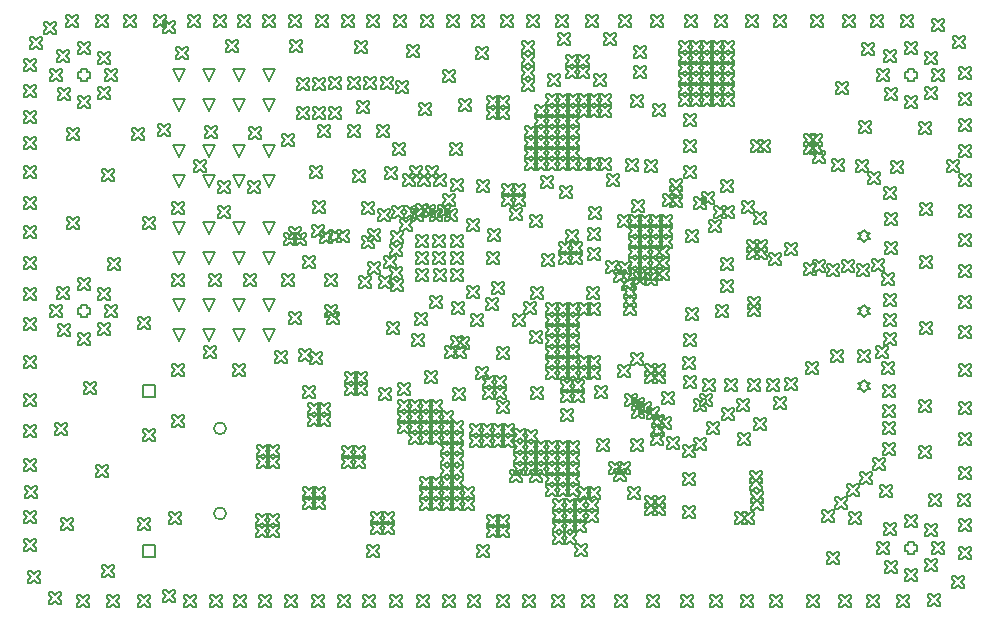
<source format=gbr>
G04*
G04 #@! TF.GenerationSoftware,Altium Limited,Altium Designer,24.10.1 (45)*
G04*
G04 Layer_Color=2752767*
%FSLAX25Y25*%
%MOIN*%
G70*
G04*
G04 #@! TF.SameCoordinates,CBAACD6F-12D9-4D4A-9EA7-E70620961981*
G04*
G04*
G04 #@! TF.FilePolarity,Positive*
G04*
G01*
G75*
%ADD11C,0.00500*%
%ADD67C,0.00667*%
D11*
X18685Y176165D02*
Y175165D01*
X20685D01*
Y176165D01*
X21685D01*
Y178165D01*
X20685D01*
Y179165D01*
X18685D01*
Y178165D01*
X17685D01*
Y176165D01*
X18685D01*
Y97425D02*
Y96425D01*
X20685D01*
Y97425D01*
X21685D01*
Y99425D01*
X20685D01*
Y100425D01*
X18685D01*
Y99425D01*
X17685D01*
Y97425D01*
X18685D01*
X51181Y98551D02*
X49181Y102551D01*
X53181D01*
X51181Y98551D01*
X81181D02*
X79181Y102551D01*
X83181D01*
X81181Y98551D01*
X61181D02*
X59181Y102551D01*
X63181D01*
X61181Y98551D01*
X71181D02*
X69181Y102551D01*
X73181D01*
X71181Y98551D01*
X81181Y88551D02*
X79181Y92551D01*
X83181D01*
X81181Y88551D01*
X51181D02*
X49181Y92551D01*
X53181D01*
X51181Y88551D01*
X61181D02*
X59181Y92551D01*
X63181D01*
X61181Y88551D01*
X71181D02*
X69181Y92551D01*
X73181D01*
X71181Y88551D01*
X294276Y176165D02*
Y175165D01*
X296276D01*
Y176165D01*
X297276D01*
Y178165D01*
X296276D01*
Y179165D01*
X294276D01*
Y178165D01*
X293276D01*
Y176165D01*
X294276D01*
X71282Y139991D02*
X69282Y143991D01*
X73282D01*
X71282Y139991D01*
X61282D02*
X59282Y143991D01*
X63282D01*
X61282Y139991D01*
X51282D02*
X49282Y143991D01*
X53282D01*
X51282Y139991D01*
X81282D02*
X79282Y143991D01*
X83282D01*
X81282Y139991D01*
X71282Y149991D02*
X69282Y153991D01*
X73282D01*
X71282Y149991D01*
X61282D02*
X59282Y153991D01*
X63282D01*
X61282Y149991D01*
X81282D02*
X79282Y153991D01*
X83282D01*
X81282Y149991D01*
X51282D02*
X49282Y153991D01*
X53282D01*
X51282Y149991D01*
X279528Y71425D02*
X280528Y72425D01*
X281528D01*
X280528Y73425D01*
X281528Y74425D01*
X280528D01*
X279528Y75425D01*
X278528Y74425D01*
X277528D01*
X278528Y73425D01*
X277528Y72425D01*
X278528D01*
X279528Y71425D01*
Y96425D02*
X280528Y97425D01*
X281528D01*
X280528Y98425D01*
X281528Y99425D01*
X280528D01*
X279528Y100425D01*
X278528Y99425D01*
X277528D01*
X278528Y98425D01*
X277528Y97425D01*
X278528D01*
X279528Y96425D01*
Y121425D02*
X280528Y122425D01*
X281528D01*
X280528Y123425D01*
X281528Y124425D01*
X280528D01*
X279528Y125425D01*
X278528Y124425D01*
X277528D01*
X278528Y123425D01*
X277528Y122425D01*
X278528D01*
X279528Y121425D01*
X39339Y16701D02*
Y20701D01*
X43339D01*
Y16701D01*
X39339D01*
Y69850D02*
Y73850D01*
X43339D01*
Y69850D01*
X39339D01*
X71282Y114400D02*
X69282Y118400D01*
X73282D01*
X71282Y114400D01*
X61282D02*
X59282Y118400D01*
X63282D01*
X61282Y114400D01*
X51282D02*
X49282Y118400D01*
X53282D01*
X51282Y114400D01*
X81282D02*
X79282Y118400D01*
X83282D01*
X81282Y114400D01*
X71282Y124400D02*
X69282Y128400D01*
X73282D01*
X71282Y124400D01*
X61282D02*
X59282Y128400D01*
X63282D01*
X61282Y124400D01*
X81282D02*
X79282Y128400D01*
X83282D01*
X81282Y124400D01*
X51282D02*
X49282Y128400D01*
X53282D01*
X51282Y124400D01*
X71181Y165323D02*
X69181Y169323D01*
X73181D01*
X71181Y165323D01*
X61181D02*
X59181Y169323D01*
X63181D01*
X61181Y165323D01*
X51181D02*
X49181Y169323D01*
X53181D01*
X51181Y165323D01*
X81181D02*
X79181Y169323D01*
X83181D01*
X81181Y165323D01*
X71181Y175323D02*
X69181Y179323D01*
X73181D01*
X71181Y175323D01*
X61181D02*
X59181Y179323D01*
X63181D01*
X61181Y175323D01*
X81181D02*
X79181Y179323D01*
X83181D01*
X81181Y175323D01*
X51181D02*
X49181Y179323D01*
X53181D01*
X51181Y175323D01*
X294276Y18685D02*
Y17685D01*
X296276D01*
Y18685D01*
X297276D01*
Y20685D01*
X296276D01*
Y21685D01*
X294276D01*
Y20685D01*
X293276D01*
Y18685D01*
X294276D01*
X209417Y76937D02*
X210417D01*
X211417Y77937D01*
X212417Y76937D01*
X213417D01*
Y77937D01*
X212417Y78937D01*
X213417Y79937D01*
Y80937D01*
X212417D01*
X211417Y79937D01*
X210417Y80937D01*
X209417D01*
Y79937D01*
X210417Y78937D01*
X209417Y77937D01*
Y76937D01*
Y74673D02*
X210417D01*
X211417Y75673D01*
X212417Y74673D01*
X213417D01*
Y75673D01*
X212417Y76673D01*
X213417Y77673D01*
Y78673D01*
X212417D01*
X211417Y77673D01*
X210417Y78673D01*
X209417D01*
Y77673D01*
X210417Y76673D01*
X209417Y75673D01*
Y74673D01*
X283827Y17685D02*
X284827D01*
X285827Y18685D01*
X286827Y17685D01*
X287827D01*
Y18685D01*
X286827Y19685D01*
X287827Y20685D01*
Y21685D01*
X286827D01*
X285827Y20685D01*
X284827Y21685D01*
X283827D01*
Y20685D01*
X284827Y19685D01*
X283827Y18685D01*
Y17685D01*
X302331D02*
X303331D01*
X304331Y18685D01*
X305331Y17685D01*
X306331D01*
Y18685D01*
X305331Y19685D01*
X306331Y20685D01*
Y21685D01*
X305331D01*
X304331Y20685D01*
X303331Y21685D01*
X302331D01*
Y20685D01*
X303331Y19685D01*
X302331Y18685D01*
Y17685D01*
X293276Y26740D02*
X294276D01*
X295276Y27740D01*
X296276Y26740D01*
X297276D01*
Y27740D01*
X296276Y28740D01*
X297276Y29740D01*
Y30740D01*
X296276D01*
X295276Y29740D01*
X294276Y30740D01*
X293276D01*
Y29740D01*
X294276Y28740D01*
X293276Y27740D01*
Y26740D01*
Y8630D02*
X294276D01*
X295276Y9630D01*
X296276Y8630D01*
X297276D01*
Y9630D01*
X296276Y10630D01*
X297276Y11630D01*
Y12630D01*
X296276D01*
X295276Y11630D01*
X294276Y12630D01*
X293276D01*
Y11630D01*
X294276Y10630D01*
X293276Y9630D01*
Y8630D01*
X286189Y23984D02*
X287189D01*
X288189Y24984D01*
X289189Y23984D01*
X290189D01*
Y24984D01*
X289189Y25984D01*
X290189Y26984D01*
Y27984D01*
X289189D01*
X288189Y26984D01*
X287189Y27984D01*
X286189D01*
Y26984D01*
X287189Y25984D01*
X286189Y24984D01*
Y23984D01*
X299969Y23591D02*
X300969D01*
X301969Y24591D01*
X302969Y23591D01*
X303969D01*
Y24591D01*
X302969Y25591D01*
X303969Y26591D01*
Y27591D01*
X302969D01*
X301969Y26591D01*
X300969Y27591D01*
X299969D01*
Y26591D01*
X300969Y25591D01*
X299969Y24591D01*
Y23591D01*
X286583Y11386D02*
X287583D01*
X288583Y12386D01*
X289583Y11386D01*
X290583D01*
Y12386D01*
X289583Y13386D01*
X290583Y14386D01*
Y15386D01*
X289583D01*
X288583Y14386D01*
X287583Y15386D01*
X286583D01*
Y14386D01*
X287583Y13386D01*
X286583Y12386D01*
Y11386D01*
X299969Y11779D02*
X300969D01*
X301969Y12779D01*
X302969Y11779D01*
X303969D01*
Y12779D01*
X302969Y13780D01*
X303969Y14780D01*
Y15779D01*
X302969D01*
X301969Y14780D01*
X300969Y15779D01*
X299969D01*
Y14780D01*
X300969Y13780D01*
X299969Y12779D01*
Y11779D01*
X283827Y175165D02*
X284827D01*
X285827Y176165D01*
X286827Y175165D01*
X287827D01*
Y176165D01*
X286827Y177165D01*
X287827Y178165D01*
Y179165D01*
X286827D01*
X285827Y178165D01*
X284827Y179165D01*
X283827D01*
Y178165D01*
X284827Y177165D01*
X283827Y176165D01*
Y175165D01*
X302331D02*
X303331D01*
X304331Y176165D01*
X305331Y175165D01*
X306331D01*
Y176165D01*
X305331Y177165D01*
X306331Y178165D01*
Y179165D01*
X305331D01*
X304331Y178165D01*
X303331Y179165D01*
X302331D01*
Y178165D01*
X303331Y177165D01*
X302331Y176165D01*
Y175165D01*
X293276Y184221D02*
X294276D01*
X295276Y185221D01*
X296276Y184221D01*
X297276D01*
Y185221D01*
X296276Y186221D01*
X297276Y187221D01*
Y188221D01*
X296276D01*
X295276Y187221D01*
X294276Y188221D01*
X293276D01*
Y187221D01*
X294276Y186221D01*
X293276Y185221D01*
Y184221D01*
Y166110D02*
X294276D01*
X295276Y167110D01*
X296276Y166110D01*
X297276D01*
Y167110D01*
X296276Y168110D01*
X297276Y169110D01*
Y170110D01*
X296276D01*
X295276Y169110D01*
X294276Y170110D01*
X293276D01*
Y169110D01*
X294276Y168110D01*
X293276Y167110D01*
Y166110D01*
X286189Y181465D02*
X287189D01*
X288189Y182465D01*
X289189Y181465D01*
X290189D01*
Y182465D01*
X289189Y183465D01*
X290189Y184465D01*
Y185465D01*
X289189D01*
X288189Y184465D01*
X287189Y185465D01*
X286189D01*
Y184465D01*
X287189Y183465D01*
X286189Y182465D01*
Y181465D01*
X299969Y181071D02*
X300969D01*
X301969Y182071D01*
X302969Y181071D01*
X303969D01*
Y182071D01*
X302969Y183071D01*
X303969Y184071D01*
Y185071D01*
X302969D01*
X301969Y184071D01*
X300969Y185071D01*
X299969D01*
Y184071D01*
X300969Y183071D01*
X299969Y182071D01*
Y181071D01*
X286583Y168866D02*
X287583D01*
X288583Y169866D01*
X289583Y168866D01*
X290583D01*
Y169866D01*
X289583Y170866D01*
X290583Y171866D01*
Y172866D01*
X289583D01*
X288583Y171866D01*
X287583Y172866D01*
X286583D01*
Y171866D01*
X287583Y170866D01*
X286583Y169866D01*
Y168866D01*
X299969Y169260D02*
X300969D01*
X301969Y170260D01*
X302969Y169260D01*
X303969D01*
Y170260D01*
X302969Y171260D01*
X303969Y172260D01*
Y173260D01*
X302969D01*
X301969Y172260D01*
X300969Y173260D01*
X299969D01*
Y172260D01*
X300969Y171260D01*
X299969Y170260D01*
Y169260D01*
X8236Y96425D02*
X9236D01*
X10236Y97425D01*
X11236Y96425D01*
X12236D01*
Y97425D01*
X11236Y98425D01*
X12236Y99425D01*
Y100425D01*
X11236D01*
X10236Y99425D01*
X9236Y100425D01*
X8236D01*
Y99425D01*
X9236Y98425D01*
X8236Y97425D01*
Y96425D01*
X26740D02*
X27740D01*
X28740Y97425D01*
X29740Y96425D01*
X30740D01*
Y97425D01*
X29740Y98425D01*
X30740Y99425D01*
Y100425D01*
X29740D01*
X28740Y99425D01*
X27740Y100425D01*
X26740D01*
Y99425D01*
X27740Y98425D01*
X26740Y97425D01*
Y96425D01*
X17685Y105480D02*
X18685D01*
X19685Y106480D01*
X20685Y105480D01*
X21685D01*
Y106480D01*
X20685Y107480D01*
X21685Y108480D01*
Y109480D01*
X20685D01*
X19685Y108480D01*
X18685Y109480D01*
X17685D01*
Y108480D01*
X18685Y107480D01*
X17685Y106480D01*
Y105480D01*
Y87370D02*
X18685D01*
X19685Y88370D01*
X20685Y87370D01*
X21685D01*
Y88370D01*
X20685Y89370D01*
X21685Y90370D01*
Y91370D01*
X20685D01*
X19685Y90370D01*
X18685Y91370D01*
X17685D01*
Y90370D01*
X18685Y89370D01*
X17685Y88370D01*
Y87370D01*
X10598Y102724D02*
X11598D01*
X12598Y103724D01*
X13598Y102724D01*
X14598D01*
Y103724D01*
X13598Y104724D01*
X14598Y105724D01*
Y106724D01*
X13598D01*
X12598Y105724D01*
X11598Y106724D01*
X10598D01*
Y105724D01*
X11598Y104724D01*
X10598Y103724D01*
Y102724D01*
X24378Y102331D02*
X25378D01*
X26378Y103331D01*
X27378Y102331D01*
X28378D01*
Y103331D01*
X27378Y104331D01*
X28378Y105331D01*
Y106331D01*
X27378D01*
X26378Y105331D01*
X25378Y106331D01*
X24378D01*
Y105331D01*
X25378Y104331D01*
X24378Y103331D01*
Y102331D01*
X10992Y90126D02*
X11992D01*
X12992Y91126D01*
X13992Y90126D01*
X14992D01*
Y91126D01*
X13992Y92126D01*
X14992Y93126D01*
Y94126D01*
X13992D01*
X12992Y93126D01*
X11992Y94126D01*
X10992D01*
Y93126D01*
X11992Y92126D01*
X10992Y91126D01*
Y90126D01*
X24378Y90520D02*
X25378D01*
X26378Y91520D01*
X27378Y90520D01*
X28378D01*
Y91520D01*
X27378Y92520D01*
X28378Y93520D01*
Y94520D01*
X27378D01*
X26378Y93520D01*
X25378Y94520D01*
X24378D01*
Y93520D01*
X25378Y92520D01*
X24378Y91520D01*
Y90520D01*
Y169260D02*
X25378D01*
X26378Y170260D01*
X27378Y169260D01*
X28378D01*
Y170260D01*
X27378Y171260D01*
X28378Y172260D01*
Y173260D01*
X27378D01*
X26378Y172260D01*
X25378Y173260D01*
X24378D01*
Y172260D01*
X25378Y171260D01*
X24378Y170260D01*
Y169260D01*
X10992Y168866D02*
X11992D01*
X12992Y169866D01*
X13992Y168866D01*
X14992D01*
Y169866D01*
X13992Y170866D01*
X14992Y171866D01*
Y172866D01*
X13992D01*
X12992Y171866D01*
X11992Y172866D01*
X10992D01*
Y171866D01*
X11992Y170866D01*
X10992Y169866D01*
Y168866D01*
X24378Y181071D02*
X25378D01*
X26378Y182071D01*
X27378Y181071D01*
X28378D01*
Y182071D01*
X27378Y183071D01*
X28378Y184071D01*
Y185071D01*
X27378D01*
X26378Y184071D01*
X25378Y185071D01*
X24378D01*
Y184071D01*
X25378Y183071D01*
X24378Y182071D01*
Y181071D01*
X10598Y181465D02*
X11598D01*
X12598Y182465D01*
X13598Y181465D01*
X14598D01*
Y182465D01*
X13598Y183465D01*
X14598Y184465D01*
Y185465D01*
X13598D01*
X12598Y184465D01*
X11598Y185465D01*
X10598D01*
Y184465D01*
X11598Y183465D01*
X10598Y182465D01*
Y181465D01*
X17685Y166110D02*
X18685D01*
X19685Y167110D01*
X20685Y166110D01*
X21685D01*
Y167110D01*
X20685Y168110D01*
X21685Y169110D01*
Y170110D01*
X20685D01*
X19685Y169110D01*
X18685Y170110D01*
X17685D01*
Y169110D01*
X18685Y168110D01*
X17685Y167110D01*
Y166110D01*
Y184221D02*
X18685D01*
X19685Y185221D01*
X20685Y184221D01*
X21685D01*
Y185221D01*
X20685Y186221D01*
X21685Y187221D01*
Y188221D01*
X20685D01*
X19685Y187221D01*
X18685Y188221D01*
X17685D01*
Y187221D01*
X18685Y186221D01*
X17685Y185221D01*
Y184221D01*
X26740Y175165D02*
X27740D01*
X28740Y176165D01*
X29740Y175165D01*
X30740D01*
Y176165D01*
X29740Y177165D01*
X30740Y178165D01*
Y179165D01*
X29740D01*
X28740Y178165D01*
X27740Y179165D01*
X26740D01*
Y178165D01*
X27740Y177165D01*
X26740Y176165D01*
Y175165D01*
X8236D02*
X9236D01*
X10236Y176165D01*
X11236Y175165D01*
X12236D01*
Y176165D01*
X11236Y177165D01*
X12236Y178165D01*
Y179165D01*
X11236D01*
X10236Y178165D01*
X9236Y179165D01*
X8236D01*
Y178165D01*
X9236Y177165D01*
X8236Y176165D01*
Y175165D01*
X129102Y86976D02*
X130102D01*
X131102Y87976D01*
X132102Y86976D01*
X133102D01*
Y87976D01*
X132102Y88976D01*
X133102Y89976D01*
Y90976D01*
X132102D01*
X131102Y89976D01*
X130102Y90976D01*
X129102D01*
Y89976D01*
X130102Y88976D01*
X129102Y87976D01*
Y86976D01*
X80579Y23394D02*
X81579D01*
X82579Y24394D01*
X83579Y23394D01*
X84579D01*
Y24394D01*
X83579Y25394D01*
X84579Y26394D01*
Y27394D01*
X83579D01*
X82579Y26394D01*
X81579Y27394D01*
X80579D01*
Y26394D01*
X81579Y25394D01*
X80579Y24394D01*
Y23394D01*
X77035D02*
X78035D01*
X79035Y24394D01*
X80035Y23394D01*
X81035D01*
Y24394D01*
X80035Y25394D01*
X81035Y26394D01*
Y27394D01*
X80035D01*
X79035Y26394D01*
X78035Y27394D01*
X77035D01*
Y26394D01*
X78035Y25394D01*
X77035Y24394D01*
Y23394D01*
Y26937D02*
X78035D01*
X79035Y27937D01*
X80035Y26937D01*
X81035D01*
Y27937D01*
X80035Y28937D01*
X81035Y29937D01*
Y30937D01*
X80035D01*
X79035Y29937D01*
X78035Y30937D01*
X77035D01*
Y29937D01*
X78035Y28937D01*
X77035Y27937D01*
Y26937D01*
X80579D02*
X81579D01*
X82579Y27937D01*
X83579Y26937D01*
X84579D01*
Y27937D01*
X83579Y28937D01*
X84579Y29937D01*
Y30937D01*
X83579D01*
X82579Y29937D01*
X81579Y30937D01*
X80579D01*
Y29937D01*
X81579Y28937D01*
X80579Y27937D01*
Y26937D01*
X109319Y46130D02*
X110319D01*
X111319Y47130D01*
X112319Y46130D01*
X113319D01*
Y47130D01*
X112319Y48130D01*
X113319Y49130D01*
Y50130D01*
X112319D01*
X111319Y49130D01*
X110319Y50130D01*
X109319D01*
Y49130D01*
X110319Y48130D01*
X109319Y47130D01*
Y46130D01*
X105776D02*
X106776D01*
X107776Y47130D01*
X108776Y46130D01*
X109776D01*
Y47130D01*
X108776Y48130D01*
X109776Y49130D01*
Y50130D01*
X108776D01*
X107776Y49130D01*
X106776Y50130D01*
X105776D01*
Y49130D01*
X106776Y48130D01*
X105776Y47130D01*
Y46130D01*
Y49673D02*
X106776D01*
X107776Y50673D01*
X108776Y49673D01*
X109776D01*
Y50673D01*
X108776Y51673D01*
X109776Y52673D01*
Y53673D01*
X108776D01*
X107776Y52673D01*
X106776Y53673D01*
X105776D01*
Y52673D01*
X106776Y51673D01*
X105776Y50673D01*
Y49673D01*
X109319D02*
X110319D01*
X111319Y50673D01*
X112319Y49673D01*
X113319D01*
Y50673D01*
X112319Y51673D01*
X113319Y52673D01*
Y53673D01*
X112319D01*
X111319Y52673D01*
X110319Y53673D01*
X109319D01*
Y52673D01*
X110319Y51673D01*
X109319Y50673D01*
Y49673D01*
X110106Y74083D02*
X111106D01*
X112106Y75083D01*
X113106Y74083D01*
X114106D01*
Y75083D01*
X113106Y76083D01*
X114106Y77083D01*
Y78083D01*
X113106D01*
X112106Y77083D01*
X111106Y78083D01*
X110106D01*
Y77083D01*
X111106Y76083D01*
X110106Y75083D01*
Y74083D01*
X106563D02*
X107563D01*
X108563Y75083D01*
X109563Y74083D01*
X110563D01*
Y75083D01*
X109563Y76083D01*
X110563Y77083D01*
Y78083D01*
X109563D01*
X108563Y77083D01*
X107563Y78083D01*
X106563D01*
Y77083D01*
X107563Y76083D01*
X106563Y75083D01*
Y74083D01*
Y70539D02*
X107563D01*
X108563Y71539D01*
X109563Y70539D01*
X110563D01*
Y71539D01*
X109563Y72539D01*
X110563Y73539D01*
Y74539D01*
X109563D01*
X108563Y73539D01*
X107563Y74539D01*
X106563D01*
Y73539D01*
X107563Y72539D01*
X106563Y71539D01*
Y70539D01*
X110106D02*
X111106D01*
X112106Y71539D01*
X113106Y70539D01*
X114106D01*
Y71539D01*
X113106Y72539D01*
X114106Y73539D01*
Y74539D01*
X113106D01*
X112106Y73539D01*
X111106Y74539D01*
X110106D01*
Y73539D01*
X111106Y72539D01*
X110106Y71539D01*
Y70539D01*
X80677Y49772D02*
X81677D01*
X82677Y50772D01*
X83677Y49772D01*
X84677D01*
Y50772D01*
X83677Y51772D01*
X84677Y52772D01*
Y53772D01*
X83677D01*
X82677Y52772D01*
X81677Y53772D01*
X80677D01*
Y52772D01*
X81677Y51772D01*
X80677Y50772D01*
Y49772D01*
X77134D02*
X78134D01*
X79134Y50772D01*
X80134Y49772D01*
X81134D01*
Y50772D01*
X80134Y51772D01*
X81134Y52772D01*
Y53772D01*
X80134D01*
X79134Y52772D01*
X78134Y53772D01*
X77134D01*
Y52772D01*
X78134Y51772D01*
X77134Y50772D01*
Y49772D01*
Y46228D02*
X78134D01*
X79134Y47228D01*
X80134Y46228D01*
X81134D01*
Y47228D01*
X80134Y48228D01*
X81134Y49228D01*
Y50228D01*
X80134D01*
X79134Y49228D01*
X78134Y50228D01*
X77134D01*
Y49228D01*
X78134Y48228D01*
X77134Y47228D01*
Y46228D01*
X80677D02*
X81677D01*
X82677Y47228D01*
X83677Y46228D01*
X84677D01*
Y47228D01*
X83677Y48228D01*
X84677Y49228D01*
Y50228D01*
X83677D01*
X82677Y49228D01*
X81677Y50228D01*
X80677D01*
Y49228D01*
X81677Y48228D01*
X80677Y47228D01*
Y46228D01*
X118965Y27724D02*
X119965D01*
X120965Y28724D01*
X121965Y27724D01*
X122965D01*
Y28724D01*
X121965Y29724D01*
X122965Y30724D01*
Y31724D01*
X121965D01*
X120965Y30724D01*
X119965Y31724D01*
X118965D01*
Y30724D01*
X119965Y29724D01*
X118965Y28724D01*
Y27724D01*
X115421D02*
X116421D01*
X117421Y28724D01*
X118421Y27724D01*
X119421D01*
Y28724D01*
X118421Y29724D01*
X119421Y30724D01*
Y31724D01*
X118421D01*
X117421Y30724D01*
X116421Y31724D01*
X115421D01*
Y30724D01*
X116421Y29724D01*
X115421Y28724D01*
Y27724D01*
Y24181D02*
X116421D01*
X117421Y25181D01*
X118421Y24181D01*
X119421D01*
Y25181D01*
X118421Y26181D01*
X119421Y27181D01*
Y28181D01*
X118421D01*
X117421Y27181D01*
X116421Y28181D01*
X115421D01*
Y27181D01*
X116421Y26181D01*
X115421Y25181D01*
Y24181D01*
X118965D02*
X119965D01*
X120965Y25181D01*
X121965Y24181D01*
X122965D01*
Y25181D01*
X121965Y26181D01*
X122965Y27181D01*
Y28181D01*
X121965D01*
X120965Y27181D01*
X119965Y28181D01*
X118965D01*
Y27181D01*
X119965Y26181D01*
X118965Y25181D01*
Y24181D01*
X96031Y35992D02*
X97031D01*
X98032Y36992D01*
X99032Y35992D01*
X100031D01*
Y36992D01*
X99032Y37992D01*
X100031Y38992D01*
Y39992D01*
X99032D01*
X98032Y38992D01*
X97031Y39992D01*
X96031D01*
Y38992D01*
X97031Y37992D01*
X96031Y36992D01*
Y35992D01*
X92488D02*
X93488D01*
X94488Y36992D01*
X95488Y35992D01*
X96488D01*
Y36992D01*
X95488Y37992D01*
X96488Y38992D01*
Y39992D01*
X95488D01*
X94488Y38992D01*
X93488Y39992D01*
X92488D01*
Y38992D01*
X93488Y37992D01*
X92488Y36992D01*
Y35992D01*
Y32449D02*
X93488D01*
X94488Y33449D01*
X95488Y32449D01*
X96488D01*
Y33449D01*
X95488Y34449D01*
X96488Y35449D01*
Y36449D01*
X95488D01*
X94488Y35449D01*
X93488Y36449D01*
X92488D01*
Y35449D01*
X93488Y34449D01*
X92488Y33449D01*
Y32449D01*
X96031D02*
X97031D01*
X98032Y33449D01*
X99032Y32449D01*
X100031D01*
Y33449D01*
X99032Y34449D01*
X100031Y35449D01*
Y36449D01*
X99032D01*
X98032Y35449D01*
X97031Y36449D01*
X96031D01*
Y35449D01*
X97031Y34449D01*
X96031Y33449D01*
Y32449D01*
X97705Y63748D02*
X98705D01*
X99705Y64748D01*
X100705Y63748D01*
X101705D01*
Y64748D01*
X100705Y65748D01*
X101705Y66748D01*
Y67748D01*
X100705D01*
X99705Y66748D01*
X98705Y67748D01*
X97705D01*
Y66748D01*
X98705Y65748D01*
X97705Y64748D01*
Y63748D01*
X94161D02*
X95161D01*
X96161Y64748D01*
X97161Y63748D01*
X98161D01*
Y64748D01*
X97161Y65748D01*
X98161Y66748D01*
Y67748D01*
X97161D01*
X96161Y66748D01*
X95161Y67748D01*
X94161D01*
Y66748D01*
X95161Y65748D01*
X94161Y64748D01*
Y63748D01*
Y60205D02*
X95161D01*
X96161Y61205D01*
X97161Y60205D01*
X98161D01*
Y61205D01*
X97161Y62205D01*
X98161Y63205D01*
Y64205D01*
X97161D01*
X96161Y63205D01*
X95161Y64205D01*
X94161D01*
Y63205D01*
X95161Y62205D01*
X94161Y61205D01*
Y60205D01*
X97705D02*
X98705D01*
X99705Y61205D01*
X100705Y60205D01*
X101705D01*
Y61205D01*
X100705Y62205D01*
X101705Y63205D01*
Y64205D01*
X100705D01*
X99705Y63205D01*
X98705Y64205D01*
X97705D01*
Y63205D01*
X98705Y62205D01*
X97705Y61205D01*
Y60205D01*
X196130Y41898D02*
X197130D01*
X198130Y42898D01*
X199130Y41898D01*
X200130D01*
Y42898D01*
X199130Y43898D01*
X200130Y44898D01*
Y45898D01*
X199130D01*
X198130Y44898D01*
X197130Y45898D01*
X196130D01*
Y44898D01*
X197130Y43898D01*
X196130Y42898D01*
Y41898D01*
X190676Y52001D02*
X191676D01*
X192676Y53001D01*
X193676Y52001D01*
X194676D01*
Y53001D01*
X193676Y54001D01*
X194676Y55001D01*
Y56001D01*
X193676D01*
X192676Y55001D01*
X191676Y56001D01*
X190676D01*
Y55001D01*
X191676Y54001D01*
X190676Y53001D01*
Y52001D01*
X220163Y121671D02*
X221163D01*
X222163Y122671D01*
X223163Y121671D01*
X224163D01*
Y122671D01*
X223163Y123671D01*
X224163Y124671D01*
Y125671D01*
X223163D01*
X222163Y124671D01*
X221163Y125671D01*
X220163D01*
Y124671D01*
X221163Y123671D01*
X220163Y122671D01*
Y121671D01*
X150478Y16553D02*
X151478D01*
X152478Y17553D01*
X153478Y16553D01*
X154478D01*
Y17553D01*
X153478Y18553D01*
X154478Y19553D01*
Y20553D01*
X153478D01*
X152478Y19553D01*
X151478Y20553D01*
X150478D01*
Y19553D01*
X151478Y18553D01*
X150478Y17553D01*
Y16553D01*
X92604Y69702D02*
X93604D01*
X94604Y70702D01*
X95604Y69702D01*
X96604D01*
Y70702D01*
X95604Y71702D01*
X96604Y72702D01*
Y73702D01*
X95604D01*
X94604Y72702D01*
X93604Y73702D01*
X92604D01*
Y72702D01*
X93604Y71702D01*
X92604Y70702D01*
Y69702D01*
X183155Y16946D02*
X184155D01*
X185155Y17946D01*
X186155Y16946D01*
X187155D01*
Y17946D01*
X186155Y18946D01*
X187155Y19946D01*
Y20946D01*
X186155D01*
X185155Y19946D01*
X184155Y20946D01*
X183155D01*
Y19946D01*
X184155Y18946D01*
X183155Y17946D01*
Y16946D01*
X113863Y16553D02*
X114863D01*
X115863Y17553D01*
X116863Y16553D01*
X117863D01*
Y17553D01*
X116863Y18553D01*
X117863Y19553D01*
Y20553D01*
X116863D01*
X115863Y19553D01*
X114863Y20553D01*
X113863D01*
Y19553D01*
X114863Y18553D01*
X113863Y17553D01*
Y16553D01*
X48115Y27576D02*
X49115D01*
X50115Y28576D01*
X51115Y27576D01*
X52115D01*
Y28576D01*
X51115Y29576D01*
X52115Y30576D01*
Y31576D01*
X51115D01*
X50115Y30576D01*
X49115Y31576D01*
X48115D01*
Y30576D01*
X49115Y29576D01*
X48115Y28576D01*
Y27576D01*
X48903Y59860D02*
X49903D01*
X50903Y60860D01*
X51903Y59860D01*
X52903D01*
Y60860D01*
X51903Y61860D01*
X52903Y62860D01*
Y63860D01*
X51903D01*
X50903Y62860D01*
X49903Y63860D01*
X48903D01*
Y62860D01*
X49903Y61860D01*
X48903Y60860D01*
Y59860D01*
X37486Y92537D02*
X38486D01*
X39485Y93537D01*
X40486Y92537D01*
X41486D01*
Y93537D01*
X40486Y94537D01*
X41486Y95537D01*
Y96537D01*
X40486D01*
X39485Y95537D01*
X38486Y96537D01*
X37486D01*
Y95537D01*
X38486Y94537D01*
X37486Y93537D01*
Y92537D01*
X27643Y112222D02*
X28643D01*
X29643Y113222D01*
X30643Y112222D01*
X31643D01*
Y113222D01*
X30643Y114222D01*
X31643Y115222D01*
Y116222D01*
X30643D01*
X29643Y115222D01*
X28643Y116222D01*
X27643D01*
Y115222D01*
X28643Y114222D01*
X27643Y113222D01*
Y112222D01*
X13863Y126002D02*
X14863D01*
X15864Y127002D01*
X16863Y126002D01*
X17864D01*
Y127002D01*
X16863Y128001D01*
X17864Y129001D01*
Y130001D01*
X16863D01*
X15864Y129001D01*
X14863Y130001D01*
X13863D01*
Y129001D01*
X14863Y128001D01*
X13863Y127002D01*
Y126002D01*
X39454D02*
X40454D01*
X41454Y127002D01*
X42454Y126002D01*
X43454D01*
Y127002D01*
X42454Y128001D01*
X43454Y129001D01*
Y130001D01*
X42454D01*
X41454Y129001D01*
X40454Y130001D01*
X39454D01*
Y129001D01*
X40454Y128001D01*
X39454Y127002D01*
Y126002D01*
X25675Y141750D02*
X26675D01*
X27674Y142750D01*
X28675Y141750D01*
X29675D01*
Y142750D01*
X28675Y143750D01*
X29675Y144750D01*
Y145750D01*
X28675D01*
X27674Y144750D01*
X26675Y145750D01*
X25675D01*
Y144750D01*
X26675Y143750D01*
X25675Y142750D01*
Y141750D01*
X35517Y155529D02*
X36517D01*
X37517Y156529D01*
X38517Y155529D01*
X39517D01*
Y156529D01*
X38517Y157529D01*
X39517Y158529D01*
Y159529D01*
X38517D01*
X37517Y158529D01*
X36517Y159529D01*
X35517D01*
Y158529D01*
X36517Y157529D01*
X35517Y156529D01*
Y155529D01*
X13863D02*
X14863D01*
X15864Y156529D01*
X16863Y155529D01*
X17864D01*
Y156529D01*
X16863Y157529D01*
X17864Y158529D01*
Y159529D01*
X16863D01*
X15864Y158529D01*
X14863Y159529D01*
X13863D01*
Y158529D01*
X14863Y157529D01*
X13863Y156529D01*
Y155529D01*
X25675Y9860D02*
X26675D01*
X27674Y10860D01*
X28675Y9860D01*
X29675D01*
Y10860D01*
X28675Y11860D01*
X29675Y12860D01*
Y13860D01*
X28675D01*
X27674Y12860D01*
X26675Y13860D01*
X25675D01*
Y12860D01*
X26675Y11860D01*
X25675Y10860D01*
Y9860D01*
X37486Y25608D02*
X38486D01*
X39485Y26608D01*
X40486Y25608D01*
X41486D01*
Y26608D01*
X40486Y27608D01*
X41486Y28608D01*
Y29608D01*
X40486D01*
X39485Y28608D01*
X38486Y29608D01*
X37486D01*
Y28608D01*
X38486Y27608D01*
X37486Y26608D01*
Y25608D01*
X11895D02*
X12895D01*
X13895Y26608D01*
X14895Y25608D01*
X15895D01*
Y26608D01*
X14895Y27608D01*
X15895Y28608D01*
Y29608D01*
X14895D01*
X13895Y28608D01*
X12895Y29608D01*
X11895D01*
Y28608D01*
X12895Y27608D01*
X11895Y26608D01*
Y25608D01*
X23706Y43324D02*
X24706D01*
X25706Y44324D01*
X26706Y43324D01*
X27706D01*
Y44324D01*
X26706Y45324D01*
X27706Y46324D01*
Y47324D01*
X26706D01*
X25706Y46324D01*
X24706Y47324D01*
X23706D01*
Y46324D01*
X24706Y45324D01*
X23706Y44324D01*
Y43324D01*
X9926Y57104D02*
X10926D01*
X11926Y58104D01*
X12926Y57104D01*
X13926D01*
Y58104D01*
X12926Y59104D01*
X13926Y60104D01*
Y61104D01*
X12926D01*
X11926Y60104D01*
X10926Y61104D01*
X9926D01*
Y60104D01*
X10926Y59104D01*
X9926Y58104D01*
Y57104D01*
X19769Y70883D02*
X20769D01*
X21769Y71883D01*
X22769Y70883D01*
X23769D01*
Y71883D01*
X22769Y72883D01*
X23769Y73883D01*
Y74883D01*
X22769D01*
X21769Y73883D01*
X20769Y74883D01*
X19769D01*
Y73883D01*
X20769Y72883D01*
X19769Y71883D01*
Y70883D01*
X39454Y55135D02*
X40454D01*
X41454Y56135D01*
X42454Y55135D01*
X43454D01*
Y56135D01*
X42454Y57135D01*
X43454Y58135D01*
Y59135D01*
X42454D01*
X41454Y58135D01*
X40454Y59135D01*
X39454D01*
Y58135D01*
X40454Y57135D01*
X39454Y56135D01*
Y55135D01*
X301265Y33482D02*
X302265D01*
X303265Y34482D01*
X304265Y33482D01*
X305265D01*
Y34482D01*
X304265Y35482D01*
X305265Y36482D01*
Y37482D01*
X304265D01*
X303265Y36482D01*
X302265Y37482D01*
X301265D01*
Y36482D01*
X302265Y35482D01*
X301265Y34482D01*
Y33482D01*
X37468Y-228D02*
X38469D01*
X39469Y772D01*
X40468Y-228D01*
X41469D01*
Y772D01*
X40468Y1772D01*
X41469Y2772D01*
Y3772D01*
X40468D01*
X39469Y2772D01*
X38469Y3772D01*
X37468D01*
Y2772D01*
X38469Y1772D01*
X37468Y772D01*
Y-228D01*
X27331D02*
X28331D01*
X29331Y772D01*
X30331Y-228D01*
X31331D01*
Y772D01*
X30331Y1772D01*
X31331Y2772D01*
Y3772D01*
X30331D01*
X29331Y2772D01*
X28331Y3772D01*
X27331D01*
Y2772D01*
X28331Y1772D01*
X27331Y772D01*
Y-228D01*
X17193D02*
X18193D01*
X19193Y772D01*
X20193Y-228D01*
X21193D01*
Y772D01*
X20193Y1772D01*
X21193Y2772D01*
Y3772D01*
X20193D01*
X19193Y2772D01*
X18193Y3772D01*
X17193D01*
Y2772D01*
X18193Y1772D01*
X17193Y772D01*
Y-228D01*
X8039Y1051D02*
X9039D01*
X10039Y2051D01*
X11039Y1051D01*
X12039D01*
Y2051D01*
X11039Y3051D01*
X12039Y4051D01*
Y5051D01*
X11039D01*
X10039Y4051D01*
X9039Y5051D01*
X8039D01*
Y4051D01*
X9039Y3051D01*
X8039Y2051D01*
Y1051D01*
X23591Y193079D02*
X24590D01*
X25591Y194079D01*
X26591Y193079D01*
X27591D01*
Y194079D01*
X26591Y195079D01*
X27591Y196079D01*
Y197079D01*
X26591D01*
X25591Y196079D01*
X24590Y197079D01*
X23591D01*
Y196079D01*
X24590Y195079D01*
X23591Y194079D01*
Y193079D01*
X6366Y190913D02*
X7366D01*
X8366Y191913D01*
X9366Y190913D01*
X10366D01*
Y191913D01*
X9366Y192913D01*
X10366Y193913D01*
Y194913D01*
X9366D01*
X8366Y193913D01*
X7366Y194913D01*
X6366D01*
Y193913D01*
X7366Y192913D01*
X6366Y191913D01*
Y190913D01*
X13650Y193079D02*
X14650D01*
X15650Y194079D01*
X16650Y193079D01*
X17650D01*
Y194079D01*
X16650Y195079D01*
X17650Y196079D01*
Y197079D01*
X16650D01*
X15650Y196079D01*
X14650Y197079D01*
X13650D01*
Y196079D01*
X14650Y195079D01*
X13650Y194079D01*
Y193079D01*
X32842D02*
X33843D01*
X34843Y194079D01*
X35842Y193079D01*
X36843D01*
Y194079D01*
X35842Y195079D01*
X36843Y196079D01*
Y197079D01*
X35842D01*
X34843Y196079D01*
X33843Y197079D01*
X32842D01*
Y196079D01*
X33843Y195079D01*
X32842Y194079D01*
Y193079D01*
X42882D02*
X43882D01*
X44882Y194079D01*
X45882Y193079D01*
X46882D01*
Y194079D01*
X45882Y195079D01*
X46882Y196079D01*
Y197079D01*
X45882D01*
X44882Y196079D01*
X43882Y197079D01*
X42882D01*
Y196079D01*
X43882Y195079D01*
X42882Y194079D01*
Y193079D01*
X298000Y49575D02*
X299000D01*
X300000Y50575D01*
X301000Y49575D01*
X302000D01*
Y50575D01*
X301000Y51575D01*
X302000Y52575D01*
Y53575D01*
X301000D01*
X300000Y52575D01*
X299000Y53575D01*
X298000D01*
Y52575D01*
X299000Y51575D01*
X298000Y50575D01*
Y49575D01*
X112173Y131071D02*
X113173D01*
X114173Y132071D01*
X115173Y131071D01*
X116173D01*
Y132071D01*
X115173Y133071D01*
X116173Y134071D01*
Y135071D01*
X115173D01*
X114173Y134071D01*
X113173Y135071D01*
X112173D01*
Y134071D01*
X113173Y133071D01*
X112173Y132071D01*
Y131071D01*
X162657Y93616D02*
X163657D01*
X164657Y94616D01*
X165657Y93616D01*
X166657D01*
Y94616D01*
X165657Y95616D01*
X166657Y96615D01*
Y97615D01*
X165657D01*
X164657Y96615D01*
X163657Y97615D01*
X162657D01*
Y96615D01*
X163657Y95616D01*
X162657Y94616D01*
Y93616D01*
X175953Y24772D02*
X176953D01*
X177953Y25772D01*
X178953Y24772D01*
X179953D01*
Y25772D01*
X178953Y26772D01*
X179953Y27772D01*
Y28772D01*
X178953D01*
X177953Y27772D01*
X176953Y28772D01*
X175953D01*
Y27772D01*
X176953Y26772D01*
X175953Y25772D01*
Y24772D01*
X138551Y47213D02*
X139551D01*
X140551Y48213D01*
X141551Y47213D01*
X142551D01*
Y48213D01*
X141551Y49213D01*
X142551Y50213D01*
Y51213D01*
X141551D01*
X140551Y50213D01*
X139551Y51213D01*
X138551D01*
Y50213D01*
X139551Y49213D01*
X138551Y48213D01*
Y47213D01*
X285795Y57547D02*
X286795D01*
X287795Y58547D01*
X288795Y57547D01*
X289795D01*
Y58547D01*
X288795Y59547D01*
X289795Y60547D01*
Y61547D01*
X288795D01*
X287795Y60547D01*
X286795Y61547D01*
X285795D01*
Y60547D01*
X286795Y59547D01*
X285795Y58547D01*
Y57547D01*
X268965Y145343D02*
X269965D01*
X270965Y146343D01*
X271965Y145343D01*
X272965D01*
Y146343D01*
X271965Y147343D01*
X272965Y148343D01*
Y149343D01*
X271965D01*
X270965Y148343D01*
X269965Y149343D01*
X268965D01*
Y148343D01*
X269965Y147343D01*
X268965Y146343D01*
Y145343D01*
X70835Y193079D02*
X71835D01*
X72835Y194079D01*
X73835Y193079D01*
X74835D01*
Y194079D01*
X73835Y195079D01*
X74835Y196079D01*
Y197079D01*
X73835D01*
X72835Y196079D01*
X71835Y197079D01*
X70835D01*
Y196079D01*
X71835Y195079D01*
X70835Y194079D01*
Y193079D01*
X161583Y41701D02*
X162583D01*
X163583Y42701D01*
X164583Y41701D01*
X165583D01*
Y42701D01*
X164583Y43701D01*
X165583Y44701D01*
Y45701D01*
X164583D01*
X163583Y44701D01*
X162583Y45701D01*
X161583D01*
Y44701D01*
X162583Y43701D01*
X161583Y42701D01*
Y41701D01*
X135106Y128709D02*
X136106D01*
X137106Y129709D01*
X138106Y128709D01*
X139106D01*
Y129709D01*
X138106Y130709D01*
X139106Y131709D01*
Y132709D01*
X138106D01*
X137106Y131709D01*
X136106Y132709D01*
X135106D01*
Y131709D01*
X136106Y130709D01*
X135106Y129709D01*
Y128709D01*
X141898Y119850D02*
X142898D01*
X143898Y120850D01*
X144898Y119850D01*
X145898D01*
Y120850D01*
X144898Y121850D01*
X145898Y122850D01*
Y123850D01*
X144898D01*
X143898Y122850D01*
X142898Y123850D01*
X141898D01*
Y122850D01*
X142898Y121850D01*
X141898Y120850D01*
Y119850D01*
X150264Y182449D02*
X151264D01*
X152264Y183449D01*
X153264Y182449D01*
X154264D01*
Y183449D01*
X153264Y184449D01*
X154264Y185449D01*
Y186449D01*
X153264D01*
X152264Y185449D01*
X151264Y186449D01*
X150264D01*
Y185449D01*
X151264Y184449D01*
X150264Y183449D01*
Y182449D01*
X168374Y126543D02*
X169374D01*
X170374Y127543D01*
X171374Y126543D01*
X172374D01*
Y127543D01*
X171374Y128543D01*
X172374Y129543D01*
Y130543D01*
X171374D01*
X170374Y129543D01*
X169374Y130543D01*
X168374D01*
Y129543D01*
X169374Y128543D01*
X168374Y127543D01*
Y126543D01*
X131465Y32252D02*
X132465D01*
X133465Y33252D01*
X134465Y32252D01*
X135465D01*
Y33252D01*
X134465Y34252D01*
X135465Y35252D01*
Y36252D01*
X134465D01*
X133465Y35252D01*
X132465Y36252D01*
X131465D01*
Y35252D01*
X132465Y34252D01*
X131465Y33252D01*
Y32252D01*
X135008Y57842D02*
X136008D01*
X137008Y58842D01*
X138008Y57842D01*
X139008D01*
Y58842D01*
X138008Y59842D01*
X139008Y60843D01*
Y61843D01*
X138008D01*
X137008Y60843D01*
X136008Y61843D01*
X135008D01*
Y60843D01*
X136008Y59842D01*
X135008Y58842D01*
Y57842D01*
X268571Y81661D02*
X269571D01*
X270571Y82661D01*
X271571Y81661D01*
X272571D01*
Y82661D01*
X271571Y83661D01*
X272571Y84661D01*
Y85661D01*
X271571D01*
X270571Y84661D01*
X269571Y85661D01*
X268571D01*
Y84661D01*
X269571Y83661D01*
X268571Y82661D01*
Y81661D01*
X302429Y191996D02*
X303429D01*
X304429Y192996D01*
X305429Y191996D01*
X306429D01*
Y192996D01*
X305429Y193996D01*
X306429Y194996D01*
Y195996D01*
X305429D01*
X304429Y194996D01*
X303429Y195996D01*
X302429D01*
Y194996D01*
X303429Y193996D01*
X302429Y192996D01*
Y191996D01*
X141898Y86090D02*
X142898D01*
X143898Y87090D01*
X144898Y86090D01*
X145898D01*
Y87090D01*
X144898Y88090D01*
X145898Y89091D01*
Y90091D01*
X144898D01*
X143898Y89091D01*
X142898Y90091D01*
X141898D01*
Y89091D01*
X142898Y88090D01*
X141898Y87090D01*
Y86090D01*
X204693Y116110D02*
X205693D01*
X206693Y117110D01*
X207693Y116110D01*
X208693D01*
Y117110D01*
X207693Y118110D01*
X208693Y119110D01*
Y120110D01*
X207693D01*
X206693Y119110D01*
X205693Y120110D01*
X204693D01*
Y119110D01*
X205693Y118110D01*
X204693Y117110D01*
Y116110D01*
X198000Y110992D02*
X199000D01*
X200000Y111992D01*
X201000Y110992D01*
X202000D01*
Y111992D01*
X201000Y112992D01*
X202000Y113992D01*
Y114992D01*
X201000D01*
X200000Y113992D01*
X199000Y114992D01*
X198000D01*
Y113992D01*
X199000Y112992D01*
X198000Y111992D01*
Y110992D01*
X180283Y176347D02*
X181283D01*
X182283Y177347D01*
X183283Y176347D01*
X184283D01*
Y177347D01*
X183283Y178347D01*
X184283Y179347D01*
Y180347D01*
X183283D01*
X182283Y179347D01*
X181283Y180347D01*
X180283D01*
Y179347D01*
X181283Y178347D01*
X180283Y177347D01*
Y176347D01*
X197508Y76543D02*
X198508D01*
X199508Y77543D01*
X200508Y76543D01*
X201508D01*
Y77543D01*
X200508Y78543D01*
X201508Y79543D01*
Y80543D01*
X200508D01*
X199508Y79543D01*
X198508Y80543D01*
X197508D01*
Y79543D01*
X198508Y78543D01*
X197508Y77543D01*
Y76543D01*
X180677Y166898D02*
X181677D01*
X182677Y167898D01*
X183677Y166898D01*
X184677D01*
Y167898D01*
X183677Y168898D01*
X184677Y169898D01*
Y170898D01*
X183677D01*
X182677Y169898D01*
X181677Y170898D01*
X180677D01*
Y169898D01*
X181677Y168898D01*
X180677Y167898D01*
Y166898D01*
X145638Y32252D02*
X146638D01*
X147638Y33252D01*
X148638Y32252D01*
X149638D01*
Y33252D01*
X148638Y34252D01*
X149638Y35252D01*
Y36252D01*
X148638D01*
X147638Y35252D01*
X146638Y36252D01*
X145638D01*
Y35252D01*
X146638Y34252D01*
X145638Y33252D01*
Y32252D01*
X218079Y181071D02*
X219079D01*
X220079Y182071D01*
X221079Y181071D01*
X222079D01*
Y182071D01*
X221079Y183071D01*
X222079Y184071D01*
Y185071D01*
X221079D01*
X220079Y184071D01*
X219079Y185071D01*
X218079D01*
Y184071D01*
X219079Y183071D01*
X218079Y182071D01*
Y181071D01*
X219457Y72803D02*
X220457D01*
X221457Y73803D01*
X222457Y72803D01*
X223457D01*
Y73803D01*
X222457Y74803D01*
X223457Y75803D01*
Y76803D01*
X222457D01*
X221457Y75803D01*
X220457Y76803D01*
X219457D01*
Y75803D01*
X220457Y74803D01*
X219457Y73803D01*
Y72803D01*
X311189Y99673D02*
X312189D01*
X313189Y100673D01*
X314189Y99673D01*
X315189D01*
Y100673D01*
X314189Y101673D01*
X315189Y102673D01*
Y103673D01*
X314189D01*
X313189Y102673D01*
X312189Y103673D01*
X311189D01*
Y102673D01*
X312189Y101673D01*
X311189Y100673D01*
Y99673D01*
X142404Y97586D02*
X143404D01*
X144404Y98586D01*
X145404Y97586D01*
X146404D01*
Y98586D01*
X145404Y99586D01*
X146404Y100586D01*
Y101586D01*
X145404D01*
X144404Y100586D01*
X143404Y101586D01*
X142404D01*
Y100586D01*
X143404Y99586D01*
X142404Y98586D01*
Y97586D01*
X227331Y57646D02*
X228331D01*
X229331Y58646D01*
X230331Y57646D01*
X231331D01*
Y58646D01*
X230331Y59646D01*
X231331Y60646D01*
Y61646D01*
X230331D01*
X229331Y60646D01*
X228331Y61646D01*
X227331D01*
Y60646D01*
X228331Y59646D01*
X227331Y58646D01*
Y57646D01*
X178709Y71622D02*
X179709D01*
X180709Y72622D01*
X181709Y71622D01*
X182709D01*
Y72622D01*
X181709Y73622D01*
X182709Y74622D01*
Y75622D01*
X181709D01*
X180709Y74622D01*
X179709Y75622D01*
X178709D01*
Y74622D01*
X179709Y73622D01*
X178709Y72622D01*
Y71622D01*
X156268Y69260D02*
X157268D01*
X158268Y70260D01*
X159268Y69260D01*
X160268D01*
Y70260D01*
X159268Y71260D01*
X160268Y72260D01*
Y73260D01*
X159268D01*
X158268Y72260D01*
X157268Y73260D01*
X156268D01*
Y72260D01*
X157268Y71260D01*
X156268Y70260D01*
Y69260D01*
X150264Y75756D02*
X151264D01*
X152264Y76756D01*
X153264Y75756D01*
X154264D01*
Y76756D01*
X153264Y77756D01*
X154264Y78756D01*
Y79756D01*
X153264D01*
X152264Y78756D01*
X151264Y79756D01*
X150264D01*
Y78756D01*
X151264Y77756D01*
X150264Y76756D01*
Y75756D01*
X180677Y156268D02*
X181677D01*
X182677Y157268D01*
X183677Y156268D01*
X184677D01*
Y157268D01*
X183677Y158268D01*
X184677Y159268D01*
Y160268D01*
X183677D01*
X182677Y159268D01*
X181677Y160268D01*
X180677D01*
Y159268D01*
X181677Y158268D01*
X180677Y157268D01*
Y156268D01*
X173591Y47606D02*
X174591D01*
X175591Y48606D01*
X176591Y47606D01*
X177591D01*
Y48606D01*
X176591Y49606D01*
X177591Y50606D01*
Y51606D01*
X176591D01*
X175591Y50606D01*
X174591Y51606D01*
X173591D01*
Y50606D01*
X174591Y49606D01*
X173591Y48606D01*
Y47606D01*
X225165Y184614D02*
X226165D01*
X227165Y185614D01*
X228165Y184614D01*
X229165D01*
Y185614D01*
X228165Y186614D01*
X229165Y187614D01*
Y188614D01*
X228165D01*
X227165Y187614D01*
X226165Y188614D01*
X225165D01*
Y187614D01*
X226165Y186614D01*
X225165Y185614D01*
Y184614D01*
X165717D02*
X166717D01*
X167717Y185614D01*
X168717Y184614D01*
X169717D01*
Y185614D01*
X168717Y186614D01*
X169717Y187614D01*
Y188614D01*
X168717D01*
X167717Y187614D01*
X166717Y188614D01*
X165717D01*
Y187614D01*
X166717Y186614D01*
X165717Y185614D01*
Y184614D01*
X61681Y-228D02*
X62681D01*
X63681Y772D01*
X64681Y-228D01*
X65681D01*
Y772D01*
X64681Y1772D01*
X65681Y2772D01*
Y3772D01*
X64681D01*
X63681Y2772D01*
X62681Y3772D01*
X61681D01*
Y2772D01*
X62681Y1772D01*
X61681Y772D01*
Y-228D01*
X-228Y66799D02*
X772D01*
X1772Y67799D01*
X2772Y66799D01*
X3772D01*
Y67799D01*
X2772Y68799D01*
X3772Y69799D01*
Y70799D01*
X2772D01*
X1772Y69799D01*
X772Y70799D01*
X-228D01*
Y69799D01*
X772Y68799D01*
X-228Y67799D01*
Y66799D01*
X208827Y56957D02*
X209827D01*
X210827Y57957D01*
X211827Y56957D01*
X212827D01*
Y57957D01*
X211827Y58957D01*
X212827Y59957D01*
Y60957D01*
X211827D01*
X210827Y59957D01*
X209827Y60957D01*
X208827D01*
Y59957D01*
X209827Y58957D01*
X208827Y57957D01*
Y56957D01*
X199870Y66800D02*
X200870D01*
X201870Y67800D01*
X202870Y66800D01*
X203870D01*
Y67800D01*
X202870Y68800D01*
X203870Y69800D01*
Y70800D01*
X202870D01*
X201870Y69800D01*
X200870Y70800D01*
X199870D01*
Y69800D01*
X200870Y68800D01*
X199870Y67800D01*
Y66800D01*
X69161Y76937D02*
X70161D01*
X71161Y77937D01*
X72161Y76937D01*
X73161D01*
Y77937D01*
X72161Y78937D01*
X73161Y79937D01*
Y80937D01*
X72161D01*
X71161Y79937D01*
X70161Y80937D01*
X69161D01*
Y79937D01*
X70161Y78937D01*
X69161Y77937D01*
Y76937D01*
X173591Y163354D02*
X174591D01*
X175591Y164354D01*
X176591Y163354D01*
X177591D01*
Y164354D01*
X176591Y165354D01*
X177591Y166354D01*
Y167354D01*
X176591D01*
X175591Y166354D01*
X174591Y167354D01*
X173591D01*
Y166354D01*
X174591Y165354D01*
X173591Y164354D01*
Y163354D01*
X187764Y79496D02*
X188764D01*
X189764Y80496D01*
X190764Y79496D01*
X191764D01*
Y80496D01*
X190764Y81496D01*
X191764Y82496D01*
Y83496D01*
X190764D01*
X189764Y82496D01*
X188764Y83496D01*
X187764D01*
Y82496D01*
X188764Y81496D01*
X187764Y80496D01*
Y79496D01*
X228709Y170441D02*
X229709D01*
X230709Y171441D01*
X231709Y170441D01*
X232709D01*
Y171441D01*
X231709Y172441D01*
X232709Y173441D01*
Y174441D01*
X231709D01*
X230709Y173441D01*
X229709Y174441D01*
X228709D01*
Y173441D01*
X229709Y172441D01*
X228709Y171441D01*
Y170441D01*
X187567Y115421D02*
X188567D01*
X189567Y116421D01*
X190567Y115421D01*
X191567D01*
Y116421D01*
X190567Y117421D01*
X191567Y118421D01*
Y119421D01*
X190567D01*
X189567Y118421D01*
X188567Y119421D01*
X187567D01*
Y118421D01*
X188567Y117421D01*
X187567Y116421D01*
Y115421D01*
X139142Y-228D02*
X140142D01*
X141142Y772D01*
X142142Y-228D01*
X143142D01*
Y772D01*
X142142Y1772D01*
X143142Y2772D01*
Y3772D01*
X142142D01*
X141142Y2772D01*
X140142Y3772D01*
X139142D01*
Y2772D01*
X140142Y1772D01*
X139142Y772D01*
Y-228D01*
X-228Y161386D02*
X772D01*
X1772Y162386D01*
X2772Y161386D01*
X3772D01*
Y162386D01*
X2772Y163386D01*
X3772Y164386D01*
Y165386D01*
X2772D01*
X1772Y164386D01*
X772Y165386D01*
X-228D01*
Y164386D01*
X772Y163386D01*
X-228Y162386D01*
Y161386D01*
X90618Y162567D02*
X91618D01*
X92618Y163567D01*
X93618Y162567D01*
X94618D01*
Y163567D01*
X93618Y164567D01*
X94618Y165567D01*
Y166567D01*
X93618D01*
X92618Y165567D01*
X91618Y166567D01*
X90618D01*
Y165567D01*
X91618Y164567D01*
X90618Y163567D01*
Y162567D01*
X241898Y34614D02*
X242898D01*
X243898Y35614D01*
X244898Y34614D01*
X245898D01*
Y35614D01*
X244898Y36614D01*
X245898Y37614D01*
Y38614D01*
X244898D01*
X243898Y37614D01*
X242898Y38614D01*
X241898D01*
Y37614D01*
X242898Y36614D01*
X241898Y35614D01*
Y34614D01*
X170047Y149181D02*
X171047D01*
X172047Y150181D01*
X173047Y149181D01*
X174047D01*
Y150181D01*
X173047Y151181D01*
X174047Y152181D01*
Y153181D01*
X173047D01*
X172047Y152181D01*
X171047Y153181D01*
X170047D01*
Y152181D01*
X171047Y151181D01*
X170047Y150181D01*
Y149181D01*
Y47606D02*
X171047D01*
X172047Y48606D01*
X173047Y47606D01*
X174047D01*
Y48606D01*
X173047Y49606D01*
X174047Y50606D01*
Y51606D01*
X173047D01*
X172047Y50606D01*
X171047Y51606D01*
X170047D01*
Y50606D01*
X171047Y49606D01*
X170047Y48606D01*
Y47606D01*
X173591Y97213D02*
X174591D01*
X175591Y98213D01*
X176591Y97213D01*
X177591D01*
Y98213D01*
X176591Y99213D01*
X177591Y100213D01*
Y101213D01*
X176591D01*
X175591Y100213D01*
X174591Y101213D01*
X173591D01*
Y100213D01*
X174591Y99213D01*
X173591Y98213D01*
Y97213D01*
X204693Y109024D02*
X205693D01*
X206693Y110024D01*
X207693Y109024D01*
X208693D01*
Y110024D01*
X207693Y111024D01*
X208693Y112024D01*
Y113024D01*
X207693D01*
X206693Y112024D01*
X205693Y113024D01*
X204693D01*
Y112024D01*
X205693Y111024D01*
X204693Y110024D01*
Y109024D01*
X209122Y163453D02*
X210122D01*
X211122Y164453D01*
X212122Y163453D01*
X213122D01*
Y164453D01*
X212122Y165453D01*
X213122Y166453D01*
Y167453D01*
X212122D01*
X211122Y166453D01*
X210122Y167453D01*
X209122D01*
Y166453D01*
X210122Y165453D01*
X209122Y164453D01*
Y163453D01*
X228413Y-228D02*
X229413D01*
X230413Y772D01*
X231413Y-228D01*
X232413D01*
Y772D01*
X231413Y1772D01*
X232413Y2772D01*
Y3772D01*
X231413D01*
X230413Y2772D01*
X229413Y3772D01*
X228413D01*
Y2772D01*
X229413Y1772D01*
X228413Y772D01*
Y-228D01*
X249772Y193079D02*
X250772D01*
X251772Y194079D01*
X252772Y193079D01*
X253772D01*
Y194079D01*
X252772Y195079D01*
X253772Y196079D01*
Y197079D01*
X252772D01*
X251772Y196079D01*
X250772Y197079D01*
X249772D01*
Y196079D01*
X250772Y195079D01*
X249772Y194079D01*
Y193079D01*
X88059Y94161D02*
X89059D01*
X90059Y95161D01*
X91059Y94161D01*
X92059D01*
Y95161D01*
X91059Y96161D01*
X92059Y97161D01*
Y98161D01*
X91059D01*
X90059Y97161D01*
X89059Y98161D01*
X88059D01*
Y97161D01*
X89059Y96161D01*
X88059Y95161D01*
Y94161D01*
X137665Y129890D02*
X138665D01*
X139665Y130890D01*
X140665Y129890D01*
X141665D01*
Y130890D01*
X140665Y131890D01*
X141665Y132890D01*
Y133890D01*
X140665D01*
X139665Y132890D01*
X138665Y133890D01*
X137665D01*
Y132890D01*
X138665Y131890D01*
X137665Y130890D01*
Y129890D01*
X148394Y56858D02*
X149394D01*
X150394Y57858D01*
X151394Y56858D01*
X152394D01*
Y57858D01*
X151394Y58858D01*
X152394Y59858D01*
Y60858D01*
X151394D01*
X150394Y59858D01*
X149394Y60858D01*
X148394D01*
Y59858D01*
X149394Y58858D01*
X148394Y57858D01*
Y56858D01*
X59980Y156188D02*
X60980D01*
X61980Y157188D01*
X62980Y156188D01*
X63980D01*
Y157188D01*
X62980Y158188D01*
X63980Y159188D01*
Y160188D01*
X62980D01*
X61980Y159188D01*
X60980Y160188D01*
X59980D01*
Y159188D01*
X60980Y158188D01*
X59980Y157188D01*
Y156188D01*
X177134Y40520D02*
X178134D01*
X179134Y41520D01*
X180134Y40520D01*
X181134D01*
Y41520D01*
X180134Y42520D01*
X181134Y43520D01*
Y44520D01*
X180134D01*
X179134Y43520D01*
X178134Y44520D01*
X177134D01*
Y43520D01*
X178134Y42520D01*
X177134Y41520D01*
Y40520D01*
X180677Y90126D02*
X181677D01*
X182677Y91126D01*
X183677Y90126D01*
X184677D01*
Y91126D01*
X183677Y92126D01*
X184677Y93126D01*
Y94126D01*
X183677D01*
X182677Y93126D01*
X181677Y94126D01*
X180677D01*
Y93126D01*
X181677Y92126D01*
X180677Y91126D01*
Y90126D01*
X194752Y44161D02*
X195752D01*
X196752Y45161D01*
X197752Y44161D01*
X198752D01*
Y45161D01*
X197752Y46161D01*
X198752Y47161D01*
Y48161D01*
X197752D01*
X196752Y47161D01*
X195752Y48161D01*
X194752D01*
Y47161D01*
X195752Y46161D01*
X194752Y45161D01*
Y44161D01*
X249772Y66012D02*
X250772D01*
X251772Y67012D01*
X252772Y66012D01*
X253772D01*
Y67012D01*
X252772Y68012D01*
X253772Y69012D01*
Y70012D01*
X252772D01*
X251772Y69012D01*
X250772Y70012D01*
X249772D01*
Y69012D01*
X250772Y68012D01*
X249772Y67012D01*
Y66012D01*
X1051Y8039D02*
X2051D01*
X3051Y9039D01*
X4051Y8039D01*
X5051D01*
Y9039D01*
X4051Y10039D01*
X5051Y11039D01*
Y12039D01*
X4051D01*
X3051Y11039D01*
X2051Y12039D01*
X1051D01*
Y11039D01*
X2051Y10039D01*
X1051Y9039D01*
Y8039D01*
X158630Y193079D02*
X159630D01*
X160630Y194079D01*
X161630Y193079D01*
X162630D01*
Y194079D01*
X161630Y195079D01*
X162630Y196079D01*
Y197079D01*
X161630D01*
X160630Y196079D01*
X159630Y197079D01*
X158630D01*
Y196079D01*
X159630Y195079D01*
X158630Y194079D01*
Y193079D01*
X118079Y68768D02*
X119079D01*
X120079Y69768D01*
X121079Y68768D01*
X122079D01*
Y69768D01*
X121079Y70768D01*
X122079Y71768D01*
Y72768D01*
X121079D01*
X120079Y71768D01*
X119079Y72768D01*
X118079D01*
Y71768D01*
X119079Y70768D01*
X118079Y69768D01*
Y68768D01*
X141799Y138453D02*
X142799D01*
X143799Y139453D01*
X144799Y138453D01*
X145799D01*
Y139453D01*
X144799Y140453D01*
X145799Y141453D01*
Y142453D01*
X144799D01*
X143799Y141453D01*
X142799Y142453D01*
X141799D01*
Y141453D01*
X142799Y140453D01*
X141799Y139453D01*
Y138453D01*
X119949Y142685D02*
X120949D01*
X121949Y143685D01*
X122949Y142685D01*
X123949D01*
Y143685D01*
X122949Y144685D01*
X123949Y145685D01*
Y146685D01*
X122949D01*
X121949Y145685D01*
X120949Y146685D01*
X119949D01*
Y145685D01*
X120949Y144685D01*
X119949Y143685D01*
Y142685D01*
X168489Y69086D02*
X169489D01*
X170489Y70086D01*
X171489Y69086D01*
X172489D01*
Y70086D01*
X171489Y71086D01*
X172489Y72086D01*
Y73086D01*
X171489D01*
X170489Y72086D01*
X169489Y73086D01*
X168489D01*
Y72086D01*
X169489Y71086D01*
X168489Y70086D01*
Y69086D01*
X175953Y28315D02*
X176953D01*
X177953Y29315D01*
X178953Y28315D01*
X179953D01*
Y29315D01*
X178953Y30315D01*
X179953Y31315D01*
Y32315D01*
X178953D01*
X177953Y31315D01*
X176953Y32315D01*
X175953D01*
Y31315D01*
X176953Y30315D01*
X175953Y29315D01*
Y28315D01*
X142095Y47213D02*
X143095D01*
X144095Y48213D01*
X145095Y47213D01*
X146095D01*
Y48213D01*
X145095Y49213D01*
X146095Y50213D01*
Y51213D01*
X145095D01*
X144095Y50213D01*
X143095Y51213D01*
X142095D01*
Y50213D01*
X143095Y49213D01*
X142095Y48213D01*
Y47213D01*
X285795Y50461D02*
X286795D01*
X287795Y51461D01*
X288795Y50461D01*
X289795D01*
Y51461D01*
X288795Y52461D01*
X289795Y53461D01*
Y54461D01*
X288795D01*
X287795Y53461D01*
X286795Y54461D01*
X285795D01*
Y53461D01*
X286795Y52461D01*
X285795Y51461D01*
Y50461D01*
X276839Y145047D02*
X277839D01*
X278839Y146047D01*
X279839Y145047D01*
X280839D01*
Y146047D01*
X279839Y147047D01*
X280839Y148047D01*
Y149047D01*
X279839D01*
X278839Y148047D01*
X277839Y149047D01*
X276839D01*
Y148047D01*
X277839Y147047D01*
X276839Y146047D01*
Y145047D01*
X79299Y193079D02*
X80299D01*
X81299Y194079D01*
X82299Y193079D01*
X83299D01*
Y194079D01*
X82299Y195079D01*
X83299Y196079D01*
Y197079D01*
X82299D01*
X81299Y196079D01*
X80299Y197079D01*
X79299D01*
Y196079D01*
X80299Y195079D01*
X79299Y194079D01*
Y193079D01*
X168177Y41602D02*
X169177D01*
X170177Y42602D01*
X171177Y41602D01*
X172177D01*
Y42602D01*
X171177Y43602D01*
X172177Y44602D01*
Y45602D01*
X171177D01*
X170177Y44602D01*
X169177Y45602D01*
X168177D01*
Y44602D01*
X169177Y43602D01*
X168177Y42602D01*
Y41602D01*
X132734Y129832D02*
X133734D01*
X134734Y130832D01*
X135734Y129832D01*
X136734D01*
Y130832D01*
X135734Y131832D01*
X136734Y132832D01*
Y133832D01*
X135734D01*
X134734Y132832D01*
X133734Y133832D01*
X132734D01*
Y132832D01*
X133734Y131832D01*
X132734Y130832D01*
Y129832D01*
X298000Y157449D02*
X299000D01*
X300000Y158449D01*
X301000Y157449D01*
X302000D01*
Y158449D01*
X301000Y159449D01*
X302000Y160449D01*
Y161449D01*
X301000D01*
X300000Y160449D01*
X299000Y161449D01*
X298000D01*
Y160449D01*
X299000Y159449D01*
X298000Y158449D01*
Y157449D01*
X139240Y174969D02*
X140240D01*
X141240Y175969D01*
X142240Y174969D01*
X143240D01*
Y175969D01*
X142240Y176969D01*
X143240Y177969D01*
Y178969D01*
X142240D01*
X141240Y177969D01*
X140240Y178969D01*
X139240D01*
Y177969D01*
X140240Y176969D01*
X139240Y175969D01*
Y174969D01*
X178217Y136386D02*
X179217D01*
X180217Y137386D01*
X181217Y136386D01*
X182217D01*
Y137386D01*
X181217Y138386D01*
X182217Y139386D01*
Y140386D01*
X181217D01*
X180217Y139386D01*
X179217Y140386D01*
X178217D01*
Y139386D01*
X179217Y138386D01*
X178217Y137386D01*
Y136386D01*
X135008Y32252D02*
X136008D01*
X137008Y33252D01*
X138008Y32252D01*
X139008D01*
Y33252D01*
X138008Y34252D01*
X139008Y35252D01*
Y36252D01*
X138008D01*
X137008Y35252D01*
X136008Y36252D01*
X135008D01*
Y35252D01*
X136008Y34252D01*
X135008Y33252D01*
Y32252D01*
X138551Y57842D02*
X139551D01*
X140551Y58842D01*
X141551Y57842D01*
X142551D01*
Y58842D01*
X141551Y59842D01*
X142551Y60843D01*
Y61843D01*
X141551D01*
X140551Y60843D01*
X139551Y61843D01*
X138551D01*
Y60843D01*
X139551Y59842D01*
X138551Y58842D01*
Y57842D01*
X260303Y77724D02*
X261303D01*
X262303Y78724D01*
X263303Y77724D01*
X264303D01*
Y78724D01*
X263303Y79724D01*
X264303Y80724D01*
Y81724D01*
X263303D01*
X262303Y80724D01*
X261303Y81724D01*
X260303D01*
Y80724D01*
X261303Y79724D01*
X260303Y78724D01*
Y77724D01*
X309122Y186386D02*
X310122D01*
X311122Y187386D01*
X312122Y186386D01*
X313122D01*
Y187386D01*
X312122Y188386D01*
X313122Y189386D01*
Y190386D01*
X312122D01*
X311122Y189386D01*
X310122Y190386D01*
X309122D01*
Y189386D01*
X310122Y188386D01*
X309122Y187386D01*
Y186386D01*
X144063Y85992D02*
X145063D01*
X146063Y86992D01*
X147063Y85992D01*
X148063D01*
Y86992D01*
X147063Y87992D01*
X148063Y88992D01*
Y89992D01*
X147063D01*
X146063Y88992D01*
X145063Y89992D01*
X144063D01*
Y88992D01*
X145063Y87992D01*
X144063Y86992D01*
Y85992D01*
X201150Y119653D02*
X202150D01*
X203150Y120653D01*
X204150Y119653D01*
X205150D01*
Y120653D01*
X204150Y121653D01*
X205150Y122653D01*
Y123653D01*
X204150D01*
X203150Y122653D01*
X202150Y123653D01*
X201150D01*
Y122653D01*
X202150Y121653D01*
X201150Y120653D01*
Y119653D01*
X130283Y119850D02*
X131283D01*
X132283Y120850D01*
X133283Y119850D01*
X134283D01*
Y120850D01*
X133283Y121850D01*
X134283Y122850D01*
Y123850D01*
X133283D01*
X132283Y122850D01*
X131283Y123850D01*
X130283D01*
Y122850D01*
X131283Y121850D01*
X130283Y120850D01*
Y119850D01*
X180283Y179890D02*
X181283D01*
X182283Y180890D01*
X183283Y179890D01*
X184283D01*
Y180890D01*
X183283Y181890D01*
X184283Y182890D01*
Y183890D01*
X183283D01*
X182283Y182890D01*
X181283Y183890D01*
X180283D01*
Y182890D01*
X181283Y181890D01*
X180283Y180890D01*
Y179890D01*
X190028Y69457D02*
X191028D01*
X192028Y70457D01*
X193028Y69457D01*
X194028D01*
Y70457D01*
X193028Y71457D01*
X194028Y72457D01*
Y73457D01*
X193028D01*
X192028Y72457D01*
X191028Y73457D01*
X190028D01*
Y72457D01*
X191028Y71457D01*
X190028Y70457D01*
Y69457D01*
X187764Y166898D02*
X188764D01*
X189764Y167898D01*
X190764Y166898D01*
X191764D01*
Y167898D01*
X190764Y168898D01*
X191764Y169898D01*
Y170898D01*
X190764D01*
X189764Y169898D01*
X188764Y170898D01*
X187764D01*
Y169898D01*
X188764Y168898D01*
X187764Y167898D01*
Y166898D01*
X145638Y35795D02*
X146638D01*
X147638Y36795D01*
X148638Y35795D01*
X149638D01*
Y36795D01*
X148638Y37795D01*
X149638Y38795D01*
Y39795D01*
X148638D01*
X147638Y38795D01*
X146638Y39795D01*
X145638D01*
Y38795D01*
X146638Y37795D01*
X145638Y36795D01*
Y35795D01*
X218079Y166898D02*
X219079D01*
X220079Y167898D01*
X221079Y166898D01*
X222079D01*
Y167898D01*
X221079Y168898D01*
X222079Y169898D01*
Y170898D01*
X221079D01*
X220079Y169898D01*
X219079Y170898D01*
X218079D01*
Y169898D01*
X219079Y168898D01*
X218079Y167898D01*
Y166898D01*
X267390Y110402D02*
X268390D01*
X269390Y111402D01*
X270390Y110402D01*
X271390D01*
Y111402D01*
X270390Y112402D01*
X271390Y113402D01*
Y114402D01*
X270390D01*
X269390Y113402D01*
X268390Y114402D01*
X267390D01*
Y113402D01*
X268390Y112402D01*
X267390Y111402D01*
Y110402D01*
X311189Y109909D02*
X312189D01*
X313189Y110909D01*
X314189Y109909D01*
X315189D01*
Y110909D01*
X314189Y111909D01*
X315189Y112909D01*
Y113909D01*
X314189D01*
X313189Y112909D01*
X312189Y113909D01*
X311189D01*
Y112909D01*
X312189Y111909D01*
X311189Y110909D01*
Y109909D01*
X199083Y105480D02*
X200083D01*
X201083Y106480D01*
X202083Y105480D01*
X203083D01*
Y106480D01*
X202083Y107480D01*
X203083Y108480D01*
Y109480D01*
X202083D01*
X201083Y108480D01*
X200083Y109480D01*
X199083D01*
Y108480D01*
X200083Y107480D01*
X199083Y106480D01*
Y105480D01*
X199772Y100067D02*
X200772D01*
X201772Y101067D01*
X202772Y100067D01*
X203772D01*
Y101067D01*
X202772Y102067D01*
X203772Y103067D01*
Y104067D01*
X202772D01*
X201772Y103067D01*
X200772Y104067D01*
X199772D01*
Y103067D01*
X200772Y102067D01*
X199772Y101067D01*
Y100067D01*
X178709Y68079D02*
X179709D01*
X180709Y69079D01*
X181709Y68079D01*
X182709D01*
Y69079D01*
X181709Y70079D01*
X182709Y71079D01*
Y72079D01*
X181709D01*
X180709Y71079D01*
X179709Y72079D01*
X178709D01*
Y71079D01*
X179709Y70079D01*
X178709Y69079D01*
Y68079D01*
X152724Y69260D02*
X153724D01*
X154724Y70260D01*
X155724Y69260D01*
X156724D01*
Y70260D01*
X155724Y71260D01*
X156724Y72260D01*
Y73260D01*
X155724D01*
X154724Y72260D01*
X153724Y73260D01*
X152724D01*
Y72260D01*
X153724Y71260D01*
X152724Y70260D01*
Y69260D01*
X202232Y131661D02*
X203232D01*
X204232Y132661D01*
X205232Y131661D01*
X206232D01*
Y132661D01*
X205232Y133661D01*
X206232Y134661D01*
Y135661D01*
X205232D01*
X204232Y134661D01*
X203232Y135661D01*
X202232D01*
Y134661D01*
X203232Y133661D01*
X202232Y132661D01*
Y131661D01*
X177134Y156268D02*
X178134D01*
X179134Y157268D01*
X180134Y156268D01*
X181134D01*
Y157268D01*
X180134Y158268D01*
X181134Y159268D01*
Y160268D01*
X180134D01*
X179134Y159268D01*
X178134Y160268D01*
X177134D01*
Y159268D01*
X178134Y158268D01*
X177134Y157268D01*
Y156268D01*
X173591Y44063D02*
X174591D01*
X175591Y45063D01*
X176591Y44063D01*
X177591D01*
Y45063D01*
X176591Y46063D01*
X177591Y47063D01*
Y48063D01*
X176591D01*
X175591Y47063D01*
X174591Y48063D01*
X173591D01*
Y47063D01*
X174591Y46063D01*
X173591Y45063D01*
Y44063D01*
X221622Y181071D02*
X222622D01*
X223622Y182071D01*
X224622Y181071D01*
X225622D01*
Y182071D01*
X224622Y183071D01*
X225622Y184071D01*
Y185071D01*
X224622D01*
X223622Y184071D01*
X222622Y185071D01*
X221622D01*
Y184071D01*
X222622Y183071D01*
X221622Y182071D01*
Y181071D01*
X165618Y171917D02*
X166618D01*
X167618Y172917D01*
X168618Y171917D01*
X169618D01*
Y172917D01*
X168618Y173917D01*
X169618Y174917D01*
Y175917D01*
X168618D01*
X167618Y174917D01*
X166618Y175917D01*
X165618D01*
Y174917D01*
X166618Y173917D01*
X165618Y172917D01*
Y171917D01*
X311189Y15913D02*
X312189D01*
X313189Y16913D01*
X314189Y15913D01*
X315189D01*
Y16913D01*
X314189Y17913D01*
X315189Y18913D01*
Y19913D01*
X314189D01*
X313189Y18913D01*
X312189Y19913D01*
X311189D01*
Y18913D01*
X312189Y17913D01*
X311189Y16913D01*
Y15913D01*
X-228Y56465D02*
X772D01*
X1772Y57465D01*
X2772Y56465D01*
X3772D01*
Y57465D01*
X2772Y58465D01*
X3772Y59465D01*
Y60465D01*
X2772D01*
X1772Y59465D01*
X772Y60465D01*
X-228D01*
Y59465D01*
X772Y58465D01*
X-228Y57465D01*
Y56465D01*
X208827Y59909D02*
X209827D01*
X210827Y60909D01*
X211827Y59909D01*
X212827D01*
Y60909D01*
X211827Y61910D01*
X212827Y62910D01*
Y63910D01*
X211827D01*
X210827Y62910D01*
X209827Y63910D01*
X208827D01*
Y62910D01*
X209827Y61910D01*
X208827Y60909D01*
Y59909D01*
X181465Y114142D02*
X182465D01*
X183465Y115142D01*
X184465Y114142D01*
X185465D01*
Y115142D01*
X184465Y116142D01*
X185465Y117142D01*
Y118142D01*
X184465D01*
X183465Y117142D01*
X182465Y118142D01*
X181465D01*
Y117142D01*
X182465Y116142D01*
X181465Y115142D01*
Y114142D01*
X83335Y81268D02*
X84335D01*
X85335Y82268D01*
X86335Y81268D01*
X87335D01*
Y82268D01*
X86335Y83268D01*
X87335Y84268D01*
Y85268D01*
X86335D01*
X85335Y84268D01*
X84335Y85268D01*
X83335D01*
Y84268D01*
X84335Y83268D01*
X83335Y82268D01*
Y81268D01*
X173591Y159811D02*
X174591D01*
X175591Y160811D01*
X176591Y159811D01*
X177591D01*
Y160811D01*
X176591Y161811D01*
X177591Y162811D01*
Y163811D01*
X176591D01*
X175591Y162811D01*
X174591Y163811D01*
X173591D01*
Y162811D01*
X174591Y161811D01*
X173591Y160811D01*
Y159811D01*
X187764Y75953D02*
X188764D01*
X189764Y76953D01*
X190764Y75953D01*
X191764D01*
Y76953D01*
X190764Y77953D01*
X191764Y78953D01*
Y79953D01*
X190764D01*
X189764Y78953D01*
X188764Y79953D01*
X187764D01*
Y78953D01*
X188764Y77953D01*
X187764Y76953D01*
Y75953D01*
X228709Y173984D02*
X229709D01*
X230709Y174984D01*
X231709Y173984D01*
X232709D01*
Y174984D01*
X231709Y175984D01*
X232709Y176984D01*
Y177984D01*
X231709D01*
X230709Y176984D01*
X229709Y177984D01*
X228709D01*
Y176984D01*
X229709Y175984D01*
X228709Y174984D01*
Y173984D01*
X238945Y131392D02*
X239945D01*
X240945Y132392D01*
X241945Y131392D01*
X242945D01*
Y132392D01*
X241945Y133392D01*
X242945Y134392D01*
Y135392D01*
X241945D01*
X240945Y134392D01*
X239945Y135392D01*
X238945D01*
Y134392D01*
X239945Y133392D01*
X238945Y132392D01*
Y131392D01*
X130480Y-228D02*
X131480D01*
X132480Y772D01*
X133480Y-228D01*
X134480D01*
Y772D01*
X133480Y1772D01*
X134480Y2772D01*
Y3772D01*
X133480D01*
X132480Y2772D01*
X131480Y3772D01*
X130480D01*
Y2772D01*
X131480Y1772D01*
X130480Y772D01*
Y-228D01*
X-228Y152429D02*
X772D01*
X1772Y153429D01*
X2772Y152429D01*
X3772D01*
Y153429D01*
X2772Y154429D01*
X3772Y155429D01*
Y156429D01*
X2772D01*
X1772Y155429D01*
X772Y156429D01*
X-228D01*
Y155429D01*
X772Y154429D01*
X-228Y153429D01*
Y152429D01*
X96031Y162567D02*
X97031D01*
X98032Y163567D01*
X99032Y162567D01*
X100031D01*
Y163567D01*
X99032Y164567D01*
X100031Y165567D01*
Y166567D01*
X99032D01*
X98032Y165567D01*
X97031Y166567D01*
X96031D01*
Y165567D01*
X97031Y164567D01*
X96031Y163567D01*
Y162567D01*
X241799Y32252D02*
X242799D01*
X243799Y33252D01*
X244799Y32252D01*
X245799D01*
Y33252D01*
X244799Y34252D01*
X245799Y35252D01*
Y36252D01*
X244799D01*
X243799Y35252D01*
X242799Y36252D01*
X241799D01*
Y35252D01*
X242799Y34252D01*
X241799Y33252D01*
Y32252D01*
X166504Y149181D02*
X167504D01*
X168504Y150181D01*
X169504Y149181D01*
X170504D01*
Y150181D01*
X169504Y151181D01*
X170504Y152181D01*
Y153181D01*
X169504D01*
X168504Y152181D01*
X167504Y153181D01*
X166504D01*
Y152181D01*
X167504Y151181D01*
X166504Y150181D01*
Y149181D01*
X170047Y51150D02*
X171047D01*
X172047Y52150D01*
X173047Y51150D01*
X174047D01*
Y52150D01*
X173047Y53150D01*
X174047Y54150D01*
Y55150D01*
X173047D01*
X172047Y54150D01*
X171047Y55150D01*
X170047D01*
Y54150D01*
X171047Y53150D01*
X170047Y52150D01*
Y51150D01*
X177134Y97213D02*
X178134D01*
X179134Y98213D01*
X180134Y97213D01*
X181134D01*
Y98213D01*
X180134Y99213D01*
X181134Y100213D01*
Y101213D01*
X180134D01*
X179134Y100213D01*
X178134Y101213D01*
X177134D01*
Y100213D01*
X178134Y99213D01*
X177134Y98213D01*
Y97213D01*
X208236Y109024D02*
X209236D01*
X210236Y110024D01*
X211236Y109024D01*
X212236D01*
Y110024D01*
X211236Y111024D01*
X212236Y112024D01*
Y113024D01*
X211236D01*
X210236Y112024D01*
X209236Y113024D01*
X208236D01*
Y112024D01*
X209236Y111024D01*
X208236Y110024D01*
Y109024D01*
X206760Y145047D02*
X207760D01*
X208760Y146047D01*
X209760Y145047D01*
X210760D01*
Y146047D01*
X209760Y147047D01*
X210760Y148047D01*
Y149047D01*
X209760D01*
X208760Y148047D01*
X207760Y149047D01*
X206760D01*
Y148047D01*
X207760Y147047D01*
X206760Y146047D01*
Y145047D01*
X218472Y-228D02*
X219472D01*
X220472Y772D01*
X221472Y-228D01*
X222472D01*
Y772D01*
X221472Y1772D01*
X222472Y2772D01*
Y3772D01*
X221472D01*
X220472Y2772D01*
X219472Y3772D01*
X218472D01*
Y2772D01*
X219472Y1772D01*
X218472Y772D01*
Y-228D01*
X262075Y193079D02*
X263075D01*
X264075Y194079D01*
X265075Y193079D01*
X266075D01*
Y194079D01*
X265075Y195079D01*
X266075Y196079D01*
Y197079D01*
X265075D01*
X264075Y196079D01*
X263075Y197079D01*
X262075D01*
Y196079D01*
X263075Y195079D01*
X262075Y194079D01*
Y193079D01*
X133630Y142882D02*
X134630D01*
X135630Y143882D01*
X136630Y142882D01*
X137630D01*
Y143882D01*
X136630Y144882D01*
X137630Y145882D01*
Y146882D01*
X136630D01*
X135630Y145882D01*
X134630Y146882D01*
X133630D01*
Y145882D01*
X134630Y144882D01*
X133630Y143882D01*
Y142882D01*
X103905Y121672D02*
X104905D01*
X105905Y122672D01*
X106905Y121672D01*
X107905D01*
Y122672D01*
X106905Y123672D01*
X107905Y124672D01*
Y125672D01*
X106905D01*
X105905Y124672D01*
X104905Y125672D01*
X103905D01*
Y124672D01*
X104905Y123672D01*
X103905Y122672D01*
Y121672D01*
X151937Y56858D02*
X152937D01*
X153937Y57858D01*
X154937Y56858D01*
X155937D01*
Y57858D01*
X154937Y58858D01*
X155937Y59858D01*
Y60858D01*
X154937D01*
X153937Y59858D01*
X152937Y60858D01*
X151937D01*
Y59858D01*
X152937Y58858D01*
X151937Y57858D01*
Y56858D01*
X74673Y156071D02*
X75673D01*
X76673Y157071D01*
X77673Y156071D01*
X78673D01*
Y157071D01*
X77673Y158071D01*
X78673Y159071D01*
Y160071D01*
X77673D01*
X76673Y159071D01*
X75673Y160071D01*
X74673D01*
Y159071D01*
X75673Y158071D01*
X74673Y157071D01*
Y156071D01*
X180677Y40520D02*
X181677D01*
X182677Y41520D01*
X183677Y40520D01*
X184677D01*
Y41520D01*
X183677Y42520D01*
X184677Y43520D01*
Y44520D01*
X183677D01*
X182677Y43520D01*
X181677Y44520D01*
X180677D01*
Y43520D01*
X181677Y42520D01*
X180677Y41520D01*
Y40520D01*
Y86583D02*
X181677D01*
X182677Y87583D01*
X183677Y86583D01*
X184677D01*
Y87583D01*
X183677Y88583D01*
X184677Y89583D01*
Y90583D01*
X183677D01*
X182677Y89583D01*
X181677Y90583D01*
X180677D01*
Y89583D01*
X181677Y88583D01*
X180677Y87583D01*
Y86583D01*
X196327Y108335D02*
X197327D01*
X198327Y109335D01*
X199327Y108335D01*
X200327D01*
Y109335D01*
X199327Y110335D01*
X200327Y111335D01*
Y112335D01*
X199327D01*
X198327Y111335D01*
X197327Y112335D01*
X196327D01*
Y111335D01*
X197327Y110335D01*
X196327Y109335D01*
Y108335D01*
X219358Y50067D02*
X220358D01*
X221358Y51067D01*
X222358Y50067D01*
X223358D01*
Y51067D01*
X222358Y52067D01*
X223358Y53067D01*
Y54067D01*
X222358D01*
X221358Y53067D01*
X220358Y54067D01*
X219358D01*
Y53067D01*
X220358Y52067D01*
X219358Y51067D01*
Y50067D01*
X46031Y1740D02*
X47032D01*
X48031Y2740D01*
X49031Y1740D01*
X50032D01*
Y2740D01*
X49031Y3740D01*
X50032Y4740D01*
Y5740D01*
X49031D01*
X48031Y4740D01*
X47032Y5740D01*
X46031D01*
Y4740D01*
X47032Y3740D01*
X46031Y2740D01*
Y1740D01*
X167291Y193079D02*
X168291D01*
X169291Y194079D01*
X170291Y193079D01*
X171291D01*
Y194079D01*
X170291Y195079D01*
X171291Y196079D01*
Y197079D01*
X170291D01*
X169291Y196079D01*
X168291Y197079D01*
X167291D01*
Y196079D01*
X168291Y195079D01*
X167291Y194079D01*
Y193079D01*
X133236Y74673D02*
X134236D01*
X135236Y75673D01*
X136236Y74673D01*
X137236D01*
Y75673D01*
X136236Y76673D01*
X137236Y77673D01*
Y78673D01*
X136236D01*
X135236Y77673D01*
X134236Y78673D01*
X133236D01*
Y77673D01*
X134236Y76673D01*
X133236Y75673D01*
Y74673D01*
X121819Y121130D02*
X122819D01*
X123819Y122130D01*
X124819Y121130D01*
X125819D01*
Y122130D01*
X124819Y123130D01*
X125819Y124130D01*
Y125130D01*
X124819D01*
X123819Y124130D01*
X122819Y125130D01*
X121819D01*
Y124130D01*
X122819Y123130D01*
X121819Y122130D01*
Y121130D01*
X202880Y107457D02*
X203879D01*
X204879Y108457D01*
X205879Y107457D01*
X206879D01*
Y108457D01*
X205879Y109457D01*
X206879Y110457D01*
Y111457D01*
X205879D01*
X204879Y110457D01*
X203879Y111457D01*
X202880D01*
Y110457D01*
X203879Y109457D01*
X202880Y108457D01*
Y107457D01*
X285008Y36583D02*
X286008D01*
X287008Y37583D01*
X288008Y36583D01*
X289008D01*
Y37583D01*
X288008Y38583D01*
X289008Y39583D01*
Y40583D01*
X288008D01*
X287008Y39583D01*
X286008Y40583D01*
X285008D01*
Y39583D01*
X286008Y38583D01*
X285008Y37583D01*
Y36583D01*
X94850Y142882D02*
X95850D01*
X96850Y143882D01*
X97850Y142882D01*
X98850D01*
Y143882D01*
X97850Y144882D01*
X98850Y145882D01*
Y146882D01*
X97850D01*
X96850Y145882D01*
X95850Y146882D01*
X94850D01*
Y145882D01*
X95850Y144882D01*
X94850Y143882D01*
Y142882D01*
X175953Y31858D02*
X176953D01*
X177953Y32858D01*
X178953Y31858D01*
X179953D01*
Y32858D01*
X178953Y33858D01*
X179953Y34858D01*
Y35858D01*
X178953D01*
X177953Y34858D01*
X176953Y35858D01*
X175953D01*
Y34858D01*
X176953Y33858D01*
X175953Y32858D01*
Y31858D01*
X138551Y43276D02*
X139551D01*
X140551Y44276D01*
X141551Y43276D01*
X142551D01*
Y44276D01*
X141551Y45276D01*
X142551Y46276D01*
Y47276D01*
X141551D01*
X140551Y46276D01*
X139551Y47276D01*
X138551D01*
Y46276D01*
X139551Y45276D01*
X138551Y44276D01*
Y43276D01*
X282646Y45539D02*
X283646D01*
X284646Y46539D01*
X285646Y45539D01*
X286646D01*
Y46539D01*
X285646Y47539D01*
X286646Y48539D01*
Y49539D01*
X285646D01*
X284646Y48539D01*
X283646Y49539D01*
X282646D01*
Y48539D01*
X283646Y47539D01*
X282646Y46539D01*
Y45539D01*
X281071Y141012D02*
X282071D01*
X283071Y142012D01*
X284071Y141012D01*
X285071D01*
Y142012D01*
X284071Y143012D01*
X285071Y144012D01*
Y145012D01*
X284071D01*
X283071Y144012D01*
X282071Y145012D01*
X281071D01*
Y144012D01*
X282071Y143012D01*
X281071Y142012D01*
Y141012D01*
X87862Y193079D02*
X88862D01*
X89862Y194079D01*
X90862Y193079D01*
X91862D01*
Y194079D01*
X90862Y195079D01*
X91862Y196079D01*
Y197079D01*
X90862D01*
X89862Y196079D01*
X88862Y197079D01*
X87862D01*
Y196079D01*
X88862Y195079D01*
X87862Y194079D01*
Y193079D01*
X261779Y151051D02*
X262779D01*
X263779Y152051D01*
X264779Y151051D01*
X265779D01*
Y152051D01*
X264779Y153051D01*
X265779Y154051D01*
Y155051D01*
X264779D01*
X263779Y154051D01*
X262779Y155051D01*
X261779D01*
Y154051D01*
X262779Y153051D01*
X261779Y152051D01*
Y151051D01*
X128538Y128584D02*
X129538D01*
X130538Y129584D01*
X131538Y128584D01*
X132538D01*
Y129584D01*
X131538Y130584D01*
X132538Y131584D01*
Y132584D01*
X131538D01*
X130538Y131584D01*
X129538Y132584D01*
X128538D01*
Y131584D01*
X129538Y130584D01*
X128538Y129584D01*
Y128584D01*
X277921Y157843D02*
X278921D01*
X279921Y158843D01*
X280921Y157843D01*
X281921D01*
Y158843D01*
X280921Y159843D01*
X281921Y160843D01*
Y161843D01*
X280921D01*
X279921Y160843D01*
X278921Y161843D01*
X277921D01*
Y160843D01*
X278921Y159843D01*
X277921Y158843D01*
Y157843D01*
X127429Y183236D02*
X128429D01*
X129429Y184236D01*
X130429Y183236D01*
X131429D01*
Y184236D01*
X130429Y185236D01*
X131429Y186236D01*
Y187236D01*
X130429D01*
X129429Y186236D01*
X128429Y187236D01*
X127429D01*
Y186236D01*
X128429Y185236D01*
X127429Y184236D01*
Y183236D01*
X193965Y140323D02*
X194965D01*
X195965Y141323D01*
X196965Y140323D01*
X197965D01*
Y141323D01*
X196965Y142323D01*
X197965Y143323D01*
Y144323D01*
X196965D01*
X195965Y143323D01*
X194965Y144323D01*
X193965D01*
Y143323D01*
X194965Y142323D01*
X193965Y141323D01*
Y140323D01*
X138551Y32252D02*
X139551D01*
X140551Y33252D01*
X141551Y32252D01*
X142551D01*
Y33252D01*
X141551Y34252D01*
X142551Y35252D01*
Y36252D01*
X141551D01*
X140551Y35252D01*
X139551Y36252D01*
X138551D01*
Y35252D01*
X139551Y34252D01*
X138551Y33252D01*
Y32252D01*
X135008Y61386D02*
X136008D01*
X137008Y62386D01*
X138008Y61386D01*
X139008D01*
Y62386D01*
X138008Y63386D01*
X139008Y64386D01*
Y65386D01*
X138008D01*
X137008Y64386D01*
X136008Y65386D01*
X135008D01*
Y64386D01*
X136008Y63386D01*
X135008Y62386D01*
Y61386D01*
X253413Y72114D02*
X254413D01*
X255413Y73114D01*
X256413Y72114D01*
X257413D01*
Y73114D01*
X256413Y74114D01*
X257413Y75114D01*
Y76114D01*
X256413D01*
X255413Y75114D01*
X254413Y76114D01*
X253413D01*
Y75114D01*
X254413Y74114D01*
X253413Y73114D01*
Y72114D01*
X308925Y6169D02*
X309925D01*
X310925Y7169D01*
X311925Y6169D01*
X312925D01*
Y7169D01*
X311925Y8169D01*
X312925Y9169D01*
Y10169D01*
X311925D01*
X310925Y9169D01*
X309925Y10169D01*
X308925D01*
Y9169D01*
X309925Y8169D01*
X308925Y7169D01*
Y6169D01*
X129890Y93866D02*
X130890D01*
X131890Y94866D01*
X132890Y93866D01*
X133890D01*
Y94866D01*
X132890Y95866D01*
X133890Y96866D01*
Y97866D01*
X132890D01*
X131890Y96866D01*
X130890Y97866D01*
X129890D01*
Y96866D01*
X130890Y95866D01*
X129890Y94866D01*
Y93866D01*
X201150Y126740D02*
X202150D01*
X203150Y127740D01*
X204150Y126740D01*
X205150D01*
Y127740D01*
X204150Y128740D01*
X205150Y129740D01*
Y130740D01*
X204150D01*
X203150Y129740D01*
X202150Y130740D01*
X201150D01*
Y129740D01*
X202150Y128740D01*
X201150Y127740D01*
Y126740D01*
X136091Y119850D02*
X137091D01*
X138091Y120850D01*
X139091Y119850D01*
X140091D01*
Y120850D01*
X139091Y121850D01*
X140091Y122850D01*
Y123850D01*
X139091D01*
X138091Y122850D01*
X137091Y123850D01*
X136091D01*
Y122850D01*
X137091Y121850D01*
X136091Y120850D01*
Y119850D01*
X183827Y179890D02*
X184827D01*
X185827Y180890D01*
X186827Y179890D01*
X187827D01*
Y180890D01*
X186827Y181890D01*
X187827Y182890D01*
Y183890D01*
X186827D01*
X185827Y182890D01*
X184827Y183890D01*
X183827D01*
Y182890D01*
X184827Y181890D01*
X183827Y180890D01*
Y179890D01*
X161681Y128905D02*
X162681D01*
X163681Y129905D01*
X164681Y128905D01*
X165681D01*
Y129905D01*
X164681Y130905D01*
X165681Y131905D01*
Y132905D01*
X164681D01*
X163681Y131905D01*
X162681Y132905D01*
X161681D01*
Y131905D01*
X162681Y130905D01*
X161681Y129905D01*
Y128905D01*
X184221Y166898D02*
X185221D01*
X186221Y167898D01*
X187221Y166898D01*
X188221D01*
Y167898D01*
X187221Y168898D01*
X188221Y169898D01*
Y170898D01*
X187221D01*
X186221Y169898D01*
X185221Y170898D01*
X184221D01*
Y169898D01*
X185221Y168898D01*
X184221Y167898D01*
Y166898D01*
X142095Y39339D02*
X143095D01*
X144095Y40339D01*
X145095Y39339D01*
X146095D01*
Y40339D01*
X145095Y41339D01*
X146095Y42339D01*
Y43339D01*
X145095D01*
X144095Y42339D01*
X143095Y43339D01*
X142095D01*
Y42339D01*
X143095Y41339D01*
X142095Y40339D01*
Y39339D01*
X218079Y173984D02*
X219079D01*
X220079Y174984D01*
X221079Y173984D01*
X222079D01*
Y174984D01*
X221079Y175984D01*
X222079Y176984D01*
Y177984D01*
X221079D01*
X220079Y176984D01*
X219079Y177984D01*
X218079D01*
Y176984D01*
X219079Y175984D01*
X218079Y174984D01*
Y173984D01*
X277331Y110402D02*
X278331D01*
X279331Y111402D01*
X280331Y110402D01*
X281331D01*
Y111402D01*
X280331Y112402D01*
X281331Y113402D01*
Y114402D01*
X280331D01*
X279331Y113402D01*
X278331Y114402D01*
X277331D01*
Y113402D01*
X278331Y112402D01*
X277331Y111402D01*
Y110402D01*
X311189Y120146D02*
X312189D01*
X313189Y121146D01*
X314189Y120146D01*
X315189D01*
Y121146D01*
X314189Y122146D01*
X315189Y123146D01*
Y124146D01*
X314189D01*
X313189Y123146D01*
X312189Y124146D01*
X311189D01*
Y123146D01*
X312189Y122146D01*
X311189Y121146D01*
Y120146D01*
X206465Y74673D02*
X207465D01*
X208465Y75673D01*
X209465Y74673D01*
X210465D01*
Y75673D01*
X209465Y76673D01*
X210465Y77673D01*
Y78673D01*
X209465D01*
X208465Y77673D01*
X207465Y78673D01*
X206465D01*
Y77673D01*
X207465Y76673D01*
X206465Y75673D01*
Y74673D01*
X199772Y102921D02*
X200772D01*
X201772Y103921D01*
X202772Y102921D01*
X203772D01*
Y103921D01*
X202772Y104921D01*
X203772Y105921D01*
Y106921D01*
X202772D01*
X201772Y105921D01*
X200772Y106921D01*
X199772D01*
Y105921D01*
X200772Y104921D01*
X199772Y103921D01*
Y102921D01*
X182252Y68079D02*
X183252D01*
X184252Y69079D01*
X185252Y68079D01*
X186252D01*
Y69079D01*
X185252Y70079D01*
X186252Y71079D01*
Y72079D01*
X185252D01*
X184252Y71079D01*
X183252Y72079D01*
X182252D01*
Y71079D01*
X183252Y70079D01*
X182252Y69079D01*
Y68079D01*
X152724Y72803D02*
X153724D01*
X154724Y73803D01*
X155724Y72803D01*
X156724D01*
Y73803D01*
X155724Y74803D01*
X156724Y75803D01*
Y76803D01*
X155724D01*
X154724Y75803D01*
X153724Y76803D01*
X152724D01*
Y75803D01*
X153724Y74803D01*
X152724Y73803D01*
Y72803D01*
X177528Y187370D02*
X178528D01*
X179528Y188370D01*
X180528Y187370D01*
X181528D01*
Y188370D01*
X180528Y189370D01*
X181528Y190370D01*
Y191370D01*
X180528D01*
X179528Y190370D01*
X178528Y191370D01*
X177528D01*
Y190370D01*
X178528Y189370D01*
X177528Y188370D01*
Y187370D01*
X177134Y159811D02*
X178134D01*
X179134Y160811D01*
X180134Y159811D01*
X181134D01*
Y160811D01*
X180134Y161811D01*
X181134Y162811D01*
Y163811D01*
X180134D01*
X179134Y162811D01*
X178134Y163811D01*
X177134D01*
Y162811D01*
X178134Y161811D01*
X177134Y160811D01*
Y159811D01*
X124378Y61386D02*
X125378D01*
X126378Y62386D01*
X127378Y61386D01*
X128378D01*
Y62386D01*
X127378Y63386D01*
X128378Y64386D01*
Y65386D01*
X127378D01*
X126378Y64386D01*
X125378Y65386D01*
X124378D01*
Y64386D01*
X125378Y63386D01*
X124378Y62386D01*
Y61386D01*
X228709Y181071D02*
X229709D01*
X230709Y182071D01*
X231709Y181071D01*
X232709D01*
Y182071D01*
X231709Y183071D01*
X232709Y184071D01*
Y185071D01*
X231709D01*
X230709Y184071D01*
X229709Y185071D01*
X228709D01*
Y184071D01*
X229709Y183071D01*
X228709Y182071D01*
Y181071D01*
X165717Y180185D02*
X166717D01*
X167717Y181185D01*
X168717Y180185D01*
X169717D01*
Y181185D01*
X168717Y182185D01*
X169717Y183185D01*
Y184185D01*
X168717D01*
X167717Y183185D01*
X166717Y184185D01*
X165717D01*
Y183185D01*
X166717Y182185D01*
X165717Y181185D01*
Y180185D01*
X311189Y25264D02*
X312189D01*
X313189Y26264D01*
X314189Y25264D01*
X315189D01*
Y26264D01*
X314189Y27264D01*
X315189Y28264D01*
Y29264D01*
X314189D01*
X313189Y28264D01*
X312189Y29264D01*
X311189D01*
Y28264D01*
X312189Y27264D01*
X311189Y26264D01*
Y25264D01*
X-228Y45342D02*
X772D01*
X1772Y46343D01*
X2772Y45342D01*
X3772D01*
Y46343D01*
X2772Y47343D01*
X3772Y48342D01*
Y49343D01*
X2772D01*
X1772Y48342D01*
X772Y49343D01*
X-228D01*
Y48342D01*
X772Y47343D01*
X-228Y46343D01*
Y45342D01*
X202331Y63059D02*
X203331D01*
X204331Y64059D01*
X205331Y63059D01*
X206331D01*
Y64059D01*
X205331Y65059D01*
X206331Y66059D01*
Y67059D01*
X205331D01*
X204331Y66059D01*
X203331Y67059D01*
X202331D01*
Y66059D01*
X203331Y65059D01*
X202331Y64059D01*
Y63059D01*
X177921Y114142D02*
X178921D01*
X179921Y115142D01*
X180921Y114142D01*
X181921D01*
Y115142D01*
X180921Y116142D01*
X181921Y117142D01*
Y118142D01*
X180921D01*
X179921Y117142D01*
X178921Y118142D01*
X177921D01*
Y117142D01*
X178921Y116142D01*
X177921Y115142D01*
Y114142D01*
X59533Y82748D02*
X60533D01*
X61533Y83748D01*
X62533Y82748D01*
X63533D01*
Y83748D01*
X62533Y84748D01*
X63533Y85748D01*
Y86748D01*
X62533D01*
X61533Y85748D01*
X60533Y86748D01*
X59533D01*
Y85748D01*
X60533Y84748D01*
X59533Y83748D01*
Y82748D01*
X173591Y156268D02*
X174591D01*
X175591Y157268D01*
X176591Y156268D01*
X177591D01*
Y157268D01*
X176591Y158268D01*
X177591Y159268D01*
Y160268D01*
X176591D01*
X175591Y159268D01*
X174591Y160268D01*
X173591D01*
Y159268D01*
X174591Y158268D01*
X173591Y157268D01*
Y156268D01*
X184221Y75953D02*
X185221D01*
X186221Y76953D01*
X187221Y75953D01*
X188221D01*
Y76953D01*
X187221Y77953D01*
X188221Y78953D01*
Y79953D01*
X187221D01*
X186221Y78953D01*
X185221Y79953D01*
X184221D01*
Y78953D01*
X185221Y77953D01*
X184221Y76953D01*
Y75953D01*
X221622Y170441D02*
X222622D01*
X223622Y171441D01*
X224622Y170441D01*
X225622D01*
Y171441D01*
X224622Y172441D01*
X225622Y173441D01*
Y174441D01*
X224622D01*
X223622Y173441D01*
X222622Y174441D01*
X221622D01*
Y173441D01*
X222622Y172441D01*
X221622Y171441D01*
Y170441D01*
X247902Y114043D02*
X248902D01*
X249902Y115043D01*
X250902Y114043D01*
X251902D01*
Y115043D01*
X250902Y116043D01*
X251902Y117043D01*
Y118043D01*
X250902D01*
X249902Y117043D01*
X248902Y118043D01*
X247902D01*
Y117043D01*
X248902Y116043D01*
X247902Y115043D01*
Y114043D01*
X121524Y-228D02*
X122524D01*
X123524Y772D01*
X124524Y-228D01*
X125524D01*
Y772D01*
X124524Y1772D01*
X125524Y2772D01*
Y3772D01*
X124524D01*
X123524Y2772D01*
X122524Y3772D01*
X121524D01*
Y2772D01*
X122524Y1772D01*
X121524Y772D01*
Y-228D01*
X-228Y142980D02*
X772D01*
X1772Y143980D01*
X2772Y142980D01*
X3772D01*
Y143980D01*
X2772Y144980D01*
X3772Y145980D01*
Y146980D01*
X2772D01*
X1772Y145980D01*
X772Y146980D01*
X-228D01*
Y145980D01*
X772Y144980D01*
X-228Y143980D01*
Y142980D01*
X101445Y172409D02*
X102445D01*
X103445Y173409D01*
X104445Y172409D01*
X105445D01*
Y173409D01*
X104445Y174409D01*
X105445Y175409D01*
Y176409D01*
X104445D01*
X103445Y175409D01*
X102445Y176409D01*
X101445D01*
Y175409D01*
X102445Y174409D01*
X101445Y173409D01*
Y172409D01*
X222803Y65224D02*
X223803D01*
X224803Y66224D01*
X225803Y65224D01*
X226803D01*
Y66224D01*
X225803Y67224D01*
X226803Y68224D01*
Y69224D01*
X225803D01*
X224803Y68224D01*
X223803Y69224D01*
X222803D01*
Y68224D01*
X223803Y67224D01*
X222803Y66224D01*
Y65224D01*
X166504Y152724D02*
X167504D01*
X168504Y153724D01*
X169504Y152724D01*
X170504D01*
Y153724D01*
X169504Y154724D01*
X170504Y155724D01*
Y156724D01*
X169504D01*
X168504Y155724D01*
X167504Y156724D01*
X166504D01*
Y155724D01*
X167504Y154724D01*
X166504Y153724D01*
Y152724D01*
X177134Y145638D02*
X178134D01*
X179134Y146638D01*
X180134Y145638D01*
X181134D01*
Y146638D01*
X180134Y147638D01*
X181134Y148638D01*
Y149638D01*
X180134D01*
X179134Y148638D01*
X178134Y149638D01*
X177134D01*
Y148638D01*
X178134Y147638D01*
X177134Y146638D01*
Y145638D01*
X180677Y97213D02*
X181677D01*
X182677Y98213D01*
X183677Y97213D01*
X184677D01*
Y98213D01*
X183677Y99213D01*
X184677Y100213D01*
Y101213D01*
X183677D01*
X182677Y100213D01*
X181677Y101213D01*
X180677D01*
Y100213D01*
X181677Y99213D01*
X180677Y98213D01*
Y97213D01*
X232252Y166898D02*
X233252D01*
X234252Y167898D01*
X235252Y166898D01*
X236252D01*
Y167898D01*
X235252Y168898D01*
X236252Y169898D01*
Y170898D01*
X235252D01*
X234252Y169898D01*
X233252Y170898D01*
X232252D01*
Y169898D01*
X233252Y168898D01*
X232252Y167898D01*
Y166898D01*
X193669Y111189D02*
X194669D01*
X195669Y112189D01*
X196669Y111189D01*
X197669D01*
Y112189D01*
X196669Y113189D01*
X197669Y114189D01*
Y115189D01*
X196669D01*
X195669Y114189D01*
X194669Y115189D01*
X193669D01*
Y114189D01*
X194669Y113189D01*
X193669Y112189D01*
Y111189D01*
X207350Y-228D02*
X208350D01*
X209350Y772D01*
X210350Y-228D01*
X211350D01*
Y772D01*
X210350Y1772D01*
X211350Y2772D01*
Y3772D01*
X210350D01*
X209350Y2772D01*
X208350Y3772D01*
X207350D01*
Y2772D01*
X208350Y1772D01*
X207350Y772D01*
Y-228D01*
X272508Y193079D02*
X273508D01*
X274508Y194079D01*
X275508Y193079D01*
X276508D01*
Y194079D01*
X275508Y195079D01*
X276508Y196079D01*
Y197079D01*
X275508D01*
X274508Y196079D01*
X273508Y197079D01*
X272508D01*
Y196079D01*
X273508Y195079D01*
X272508Y194079D01*
Y193079D01*
X128315Y142882D02*
X129315D01*
X130315Y143882D01*
X131315Y142882D01*
X132315D01*
Y143882D01*
X131315Y144882D01*
X132315Y145882D01*
Y146882D01*
X131315D01*
X130315Y145882D01*
X129315Y146882D01*
X128315D01*
Y145882D01*
X129315Y144882D01*
X128315Y143882D01*
Y142882D01*
X98394Y121327D02*
X99394D01*
X100394Y122327D01*
X101394Y121327D01*
X102394D01*
Y122327D01*
X101394Y123327D01*
X102394Y124327D01*
Y125327D01*
X101394D01*
X100394Y124327D01*
X99394Y125327D01*
X98394D01*
Y124327D01*
X99394Y123327D01*
X98394Y122327D01*
Y121327D01*
X151937Y53315D02*
X152937D01*
X153937Y54315D01*
X154937Y53315D01*
X155937D01*
Y54315D01*
X154937Y55315D01*
X155937Y56315D01*
Y57315D01*
X154937D01*
X153937Y56315D01*
X152937Y57315D01*
X151937D01*
Y56315D01*
X152937Y55315D01*
X151937Y54315D01*
Y53315D01*
X49083Y106858D02*
X50083D01*
X51083Y107858D01*
X52083Y106858D01*
X53083D01*
Y107858D01*
X52083Y108858D01*
X53083Y109858D01*
Y110858D01*
X52083D01*
X51083Y109858D01*
X50083Y110858D01*
X49083D01*
Y109858D01*
X50083Y108858D01*
X49083Y107858D01*
Y106858D01*
X180677Y44063D02*
X181677D01*
X182677Y45063D01*
X183677Y44063D01*
X184677D01*
Y45063D01*
X183677Y46063D01*
X184677Y47063D01*
Y48063D01*
X183677D01*
X182677Y47063D01*
X181677Y48063D01*
X180677D01*
Y47063D01*
X181677Y46063D01*
X180677Y45063D01*
Y44063D01*
X177134Y86583D02*
X178134D01*
X179134Y87583D01*
X180134Y86583D01*
X181134D01*
Y87583D01*
X180134Y88583D01*
X181134Y89583D01*
Y90583D01*
X180134D01*
X179134Y89583D01*
X178134Y90583D01*
X177134D01*
Y89583D01*
X178134Y88583D01*
X177134Y87583D01*
Y86583D01*
X240618Y118079D02*
X241618D01*
X242618Y119079D01*
X243618Y118079D01*
X244618D01*
Y119079D01*
X243618Y120079D01*
X244618Y121079D01*
Y122079D01*
X243618D01*
X242618Y121079D01*
X241618Y122079D01*
X240618D01*
Y121079D01*
X241618Y120079D01*
X240618Y119079D01*
Y118079D01*
X219358Y40716D02*
X220358D01*
X221358Y41717D01*
X222358Y40716D01*
X223358D01*
Y41717D01*
X222358Y42717D01*
X223358Y43716D01*
Y44717D01*
X222358D01*
X221358Y43716D01*
X220358Y44717D01*
X219358D01*
Y43716D01*
X220358Y42717D01*
X219358Y41717D01*
Y40716D01*
X52823Y-228D02*
X53823D01*
X54823Y772D01*
X55823Y-228D01*
X56823D01*
Y772D01*
X55823Y1772D01*
X56823Y2772D01*
Y3772D01*
X55823D01*
X54823Y2772D01*
X53823Y3772D01*
X52823D01*
Y2772D01*
X53823Y1772D01*
X52823Y772D01*
Y-228D01*
X176839Y193079D02*
X177839D01*
X178839Y194079D01*
X179839Y193079D01*
X180839D01*
Y194079D01*
X179839Y195079D01*
X180839Y196079D01*
Y197079D01*
X179839D01*
X178839Y196079D01*
X177839Y197079D01*
X176839D01*
Y196079D01*
X177839Y195079D01*
X176839Y194079D01*
Y193079D01*
X124378Y70736D02*
X125378D01*
X126378Y71736D01*
X127378Y70736D01*
X128378D01*
Y71736D01*
X127378Y72736D01*
X128378Y73736D01*
Y74736D01*
X127378D01*
X126378Y73736D01*
X125378Y74736D01*
X124378D01*
Y73736D01*
X125378Y72736D01*
X124378Y71736D01*
Y70736D01*
X117783Y128512D02*
X118783D01*
X119783Y129512D01*
X120783Y128512D01*
X121783D01*
Y129512D01*
X120783Y130512D01*
X121783Y131512D01*
Y132512D01*
X120783D01*
X119783Y131512D01*
X118783Y132512D01*
X117783D01*
Y131512D01*
X118783Y130512D01*
X117783Y129512D01*
Y128512D01*
X95933Y131268D02*
X96933D01*
X97933Y132268D01*
X98933Y131268D01*
X99933D01*
Y132268D01*
X98933Y133268D01*
X99933Y134268D01*
Y135268D01*
X98933D01*
X97933Y134268D01*
X96933Y135268D01*
X95933D01*
Y134268D01*
X96933Y133268D01*
X95933Y132268D01*
Y131268D01*
X178610Y61976D02*
X179610D01*
X180610Y62976D01*
X181610Y61976D01*
X182610D01*
Y62976D01*
X181610Y63976D01*
X182610Y64976D01*
Y65976D01*
X181610D01*
X180610Y64976D01*
X179610Y65976D01*
X178610D01*
Y64976D01*
X179610Y63976D01*
X178610Y62976D01*
Y61976D01*
X175953Y20835D02*
X176953D01*
X177953Y21835D01*
X178953Y20835D01*
X179953D01*
Y21835D01*
X178953Y22835D01*
X179953Y23835D01*
Y24835D01*
X178953D01*
X177953Y23835D01*
X176953Y24835D01*
X175953D01*
Y23835D01*
X176953Y22835D01*
X175953Y21835D01*
Y20835D01*
X142095Y43276D02*
X143095D01*
X144095Y44276D01*
X145095Y43276D01*
X146095D01*
Y44276D01*
X145095Y45276D01*
X146095Y46276D01*
Y47276D01*
X145095D01*
X144095Y46276D01*
X143095Y47276D01*
X142095D01*
Y46276D01*
X143095Y45276D01*
X142095Y44276D01*
Y43276D01*
X278217Y41012D02*
X279217D01*
X280217Y42012D01*
X281217Y41012D01*
X282217D01*
Y42012D01*
X281217Y43012D01*
X282217Y44012D01*
Y45012D01*
X281217D01*
X280217Y44012D01*
X279217Y45012D01*
X278217D01*
Y44012D01*
X279217Y43012D01*
X278217Y42012D01*
Y41012D01*
X286287Y135795D02*
X287287D01*
X288287Y136795D01*
X289287Y135795D01*
X290287D01*
Y136795D01*
X289287Y137795D01*
X290287Y138795D01*
Y139795D01*
X289287D01*
X288287Y138795D01*
X287287Y139795D01*
X286287D01*
Y138795D01*
X287287Y137795D01*
X286287Y136795D01*
Y135795D01*
X96917Y193079D02*
X97917D01*
X98917Y194079D01*
X99917Y193079D01*
X100917D01*
Y194079D01*
X99917Y195079D01*
X100917Y196079D01*
Y197079D01*
X99917D01*
X98917Y196079D01*
X97917Y197079D01*
X96917D01*
Y196079D01*
X97917Y195079D01*
X96917Y194079D01*
Y193079D01*
X240913Y97016D02*
X241913D01*
X242913Y98016D01*
X243913Y97016D01*
X244913D01*
Y98016D01*
X243913Y99016D01*
X244913Y100016D01*
Y101016D01*
X243913D01*
X242913Y100016D01*
X241913Y101016D01*
X240913D01*
Y100016D01*
X241913Y99016D01*
X240913Y98016D01*
Y97016D01*
X126150Y129693D02*
X127150D01*
X128150Y130693D01*
X129150Y129693D01*
X130150D01*
Y130693D01*
X129150Y131693D01*
X130150Y132693D01*
Y133693D01*
X129150D01*
X128150Y132693D01*
X127150Y133693D01*
X126150D01*
Y132693D01*
X127150Y131693D01*
X126150Y130693D01*
Y129693D01*
X288551Y144457D02*
X289551D01*
X290551Y145457D01*
X291551Y144457D01*
X292551D01*
Y145457D01*
X291551Y146457D01*
X292551Y147457D01*
Y148457D01*
X291551D01*
X290551Y147457D01*
X289551Y148457D01*
X288551D01*
Y147457D01*
X289551Y146457D01*
X288551Y145457D01*
Y144457D01*
X110106Y184417D02*
X111106D01*
X112106Y185417D01*
X113106Y184417D01*
X114106D01*
Y185417D01*
X113106Y186417D01*
X114106Y187417D01*
Y188417D01*
X113106D01*
X112106Y187417D01*
X111106Y188417D01*
X110106D01*
Y187417D01*
X111106Y186417D01*
X110106Y185417D01*
Y184417D01*
X172311Y113551D02*
X173311D01*
X174311Y114551D01*
X175311Y113551D01*
X176311D01*
Y114551D01*
X175311Y115551D01*
X176311Y116551D01*
Y117551D01*
X175311D01*
X174311Y116551D01*
X173311Y117551D01*
X172311D01*
Y116551D01*
X173311Y115551D01*
X172311Y114551D01*
Y113551D01*
X179496Y31858D02*
X180496D01*
X181496Y32858D01*
X182496Y31858D01*
X183496D01*
Y32858D01*
X182496Y33858D01*
X183496Y34858D01*
Y35858D01*
X182496D01*
X181496Y34858D01*
X180496Y35858D01*
X179496D01*
Y34858D01*
X180496Y33858D01*
X179496Y32858D01*
Y31858D01*
X131465Y61386D02*
X132465D01*
X133465Y62386D01*
X134465Y61386D01*
X135465D01*
Y62386D01*
X134465Y63386D01*
X135465Y64386D01*
Y65386D01*
X134465D01*
X133465Y64386D01*
X132465Y65386D01*
X131465D01*
Y64386D01*
X132465Y63386D01*
X131465Y62386D01*
Y61386D01*
X247213Y71917D02*
X248213D01*
X249213Y72917D01*
X250213Y71917D01*
X251213D01*
Y72917D01*
X250213Y73917D01*
X251213Y74917D01*
Y75917D01*
X250213D01*
X249213Y74917D01*
X248213Y75917D01*
X247213D01*
Y74917D01*
X248213Y73917D01*
X247213Y72917D01*
Y71917D01*
X301051Y362D02*
X302051D01*
X303051Y1362D01*
X304051Y362D01*
X305051D01*
Y1362D01*
X304051Y2362D01*
X305051Y3362D01*
Y4362D01*
X304051D01*
X303051Y3362D01*
X302051Y4362D01*
X301051D01*
Y3362D01*
X302051Y2362D01*
X301051Y1362D01*
Y362D01*
X154004Y114240D02*
X155004D01*
X156004Y115240D01*
X157004Y114240D01*
X158004D01*
Y115240D01*
X157004Y116240D01*
X158004Y117240D01*
Y118240D01*
X157004D01*
X156004Y117240D01*
X155004Y118240D01*
X154004D01*
Y117240D01*
X155004Y116240D01*
X154004Y115240D01*
Y114240D01*
X204693Y123197D02*
X205693D01*
X206693Y124197D01*
X207693Y123197D01*
X208693D01*
Y124197D01*
X207693Y125197D01*
X208693Y126197D01*
Y127197D01*
X207693D01*
X206693Y126197D01*
X205693Y127197D01*
X204693D01*
Y126197D01*
X205693Y125197D01*
X204693Y124197D01*
Y123197D01*
X157449Y166110D02*
X158449D01*
X159449Y167110D01*
X160449Y166110D01*
X161449D01*
Y167110D01*
X160449Y168110D01*
X161449Y169110D01*
Y170110D01*
X160449D01*
X159449Y169110D01*
X158449Y170110D01*
X157449D01*
Y169110D01*
X158449Y168110D01*
X157449Y167110D01*
Y166110D01*
X141898Y114339D02*
X142898D01*
X143898Y115339D01*
X144898Y114339D01*
X145898D01*
Y115339D01*
X144898Y116339D01*
X145898Y117339D01*
Y118339D01*
X144898D01*
X143898Y117339D01*
X142898Y118339D01*
X141898D01*
Y117339D01*
X142898Y116339D01*
X141898Y115339D01*
Y114339D01*
X171917Y139535D02*
X172917D01*
X173917Y140535D01*
X174917Y139535D01*
X175917D01*
Y140535D01*
X174917Y141535D01*
X175917Y142535D01*
Y143535D01*
X174917D01*
X173917Y142535D01*
X172917Y143535D01*
X171917D01*
Y142535D01*
X172917Y141535D01*
X171917Y140535D01*
Y139535D01*
X166504Y51150D02*
X167504D01*
X168504Y52150D01*
X169504Y51150D01*
X170504D01*
Y52150D01*
X169504Y53150D01*
X170504Y54150D01*
Y55150D01*
X169504D01*
X168504Y54150D01*
X167504Y55150D01*
X166504D01*
Y54150D01*
X167504Y53150D01*
X166504Y52150D01*
Y51150D01*
X138551Y39339D02*
X139551D01*
X140551Y40339D01*
X141551Y39339D01*
X142551D01*
Y40339D01*
X141551Y41339D01*
X142551Y42339D01*
Y43339D01*
X141551D01*
X140551Y42339D01*
X139551Y43339D01*
X138551D01*
Y42339D01*
X139551Y41339D01*
X138551Y40339D01*
Y39339D01*
X218079Y170441D02*
X219079D01*
X220079Y171441D01*
X221079Y170441D01*
X222079D01*
Y171441D01*
X221079Y172441D01*
X222079Y173441D01*
Y174441D01*
X221079D01*
X220079Y173441D01*
X219079Y174441D01*
X218079D01*
Y173441D01*
X219079Y172441D01*
X218079Y171441D01*
Y170441D01*
X285598Y107350D02*
X286598D01*
X287598Y108350D01*
X288598Y107350D01*
X289598D01*
Y108350D01*
X288598Y109350D01*
X289598Y110350D01*
Y111350D01*
X288598D01*
X287598Y110350D01*
X286598Y111350D01*
X285598D01*
Y110350D01*
X286598Y109350D01*
X285598Y108350D01*
Y107350D01*
X311189Y129988D02*
X312189D01*
X313189Y130988D01*
X314189Y129988D01*
X315189D01*
Y130988D01*
X314189Y131988D01*
X315189Y132988D01*
Y133988D01*
X314189D01*
X313189Y132988D01*
X312189Y133988D01*
X311189D01*
Y132988D01*
X312189Y131988D01*
X311189Y130988D01*
Y129988D01*
X206465Y76937D02*
X207465D01*
X208465Y77937D01*
X209465Y76937D01*
X210465D01*
Y77937D01*
X209465Y78937D01*
X210465Y79937D01*
Y80937D01*
X209465D01*
X208465Y79937D01*
X207465Y80937D01*
X206465D01*
Y79937D01*
X207465Y78937D01*
X206465Y77937D01*
Y76937D01*
X208236Y123197D02*
X209236D01*
X210236Y124197D01*
X211236Y123197D01*
X212236D01*
Y124197D01*
X211236Y125197D01*
X212236Y126197D01*
Y127197D01*
X211236D01*
X210236Y126197D01*
X209236Y127197D01*
X208236D01*
Y126197D01*
X209236Y125197D01*
X208236Y124197D01*
Y123197D01*
X200362Y145244D02*
X201362D01*
X202362Y146244D01*
X203362Y145244D01*
X204362D01*
Y146244D01*
X203362Y147244D01*
X204362Y148244D01*
Y149244D01*
X203362D01*
X202362Y148244D01*
X201362Y149244D01*
X200362D01*
Y148244D01*
X201362Y147244D01*
X200362Y146244D01*
Y145244D01*
X156268Y72803D02*
X157268D01*
X158268Y73803D01*
X159268Y72803D01*
X160268D01*
Y73803D01*
X159268Y74803D01*
X160268Y75803D01*
Y76803D01*
X159268D01*
X158268Y75803D01*
X157268Y76803D01*
X156268D01*
Y75803D01*
X157268Y74803D01*
X156268Y73803D01*
Y72803D01*
X189732Y173591D02*
X190732D01*
X191732Y174591D01*
X192732Y173591D01*
X193732D01*
Y174591D01*
X192732Y175591D01*
X193732Y176591D01*
Y177591D01*
X192732D01*
X191732Y176591D01*
X190732Y177591D01*
X189732D01*
Y176591D01*
X190732Y175591D01*
X189732Y174591D01*
Y173591D01*
X180677Y159811D02*
X181677D01*
X182677Y160811D01*
X183677Y159811D01*
X184677D01*
Y160811D01*
X183677Y161811D01*
X184677Y162811D01*
Y163811D01*
X183677D01*
X182677Y162811D01*
X181677Y163811D01*
X180677D01*
Y162811D01*
X181677Y161811D01*
X180677Y160811D01*
Y159811D01*
X131465Y64929D02*
X132465D01*
X133465Y65929D01*
X134465Y64929D01*
X135465D01*
Y65929D01*
X134465Y66929D01*
X135465Y67929D01*
Y68929D01*
X134465D01*
X133465Y67929D01*
X132465Y68929D01*
X131465D01*
Y67929D01*
X132465Y66929D01*
X131465Y65929D01*
Y64929D01*
X225165Y181071D02*
X226165D01*
X227165Y182071D01*
X228165Y181071D01*
X229165D01*
Y182071D01*
X228165Y183071D01*
X229165Y184071D01*
Y185071D01*
X228165D01*
X227165Y184071D01*
X226165Y185071D01*
X225165D01*
Y184071D01*
X226165Y183071D01*
X225165Y182071D01*
Y181071D01*
X165618Y176051D02*
X166618D01*
X167618Y177051D01*
X168618Y176051D01*
X169618D01*
Y177051D01*
X168618Y178051D01*
X169618Y179051D01*
Y180051D01*
X168618D01*
X167618Y179051D01*
X166618Y180051D01*
X165618D01*
Y179051D01*
X166618Y178051D01*
X165618Y177051D01*
Y176051D01*
X311090Y33433D02*
X312090D01*
X313090Y34433D01*
X314090Y33433D01*
X315090D01*
Y34433D01*
X314090Y35433D01*
X315090Y36433D01*
Y37433D01*
X314090D01*
X313090Y36433D01*
X312090Y37433D01*
X311090D01*
Y36433D01*
X312090Y35433D01*
X311090Y34433D01*
Y33433D01*
X-130Y36091D02*
X870D01*
X1870Y37091D01*
X2870Y36091D01*
X3870D01*
Y37091D01*
X2870Y38091D01*
X3870Y39091D01*
Y40091D01*
X2870D01*
X1870Y39091D01*
X870Y40091D01*
X-130D01*
Y39091D01*
X870Y38091D01*
X-130Y37091D01*
Y36091D01*
X202331Y65618D02*
X203331D01*
X204331Y66618D01*
X205331Y65618D01*
X206331D01*
Y66618D01*
X205331Y67618D01*
X206331Y68618D01*
Y69618D01*
X205331D01*
X204331Y68618D01*
X203331Y69618D01*
X202331D01*
Y68618D01*
X203331Y67618D01*
X202331Y66618D01*
Y65618D01*
X177921Y117685D02*
X178921D01*
X179921Y118685D01*
X180921Y117685D01*
X181921D01*
Y118685D01*
X180921Y119685D01*
X181921Y120685D01*
Y121685D01*
X180921D01*
X179921Y120685D01*
X178921Y121685D01*
X177921D01*
Y120685D01*
X178921Y119685D01*
X177921Y118685D01*
Y117685D01*
X173591Y152724D02*
X174591D01*
X175591Y153724D01*
X176591Y152724D01*
X177591D01*
Y153724D01*
X176591Y154724D01*
X177591Y155724D01*
Y156724D01*
X176591D01*
X175591Y155724D01*
X174591Y156724D01*
X173591D01*
Y155724D01*
X174591Y154724D01*
X173591Y153724D01*
Y152724D01*
X177134Y75953D02*
X178134D01*
X179134Y76953D01*
X180134Y75953D01*
X181134D01*
Y76953D01*
X180134Y77953D01*
X181134Y78953D01*
Y79953D01*
X180134D01*
X179134Y78953D01*
X178134Y79953D01*
X177134D01*
Y78953D01*
X178134Y77953D01*
X177134Y76953D01*
Y75953D01*
X225165Y170441D02*
X226165D01*
X227165Y171441D01*
X228165Y170441D01*
X229165D01*
Y171441D01*
X228165Y172441D01*
X229165Y173441D01*
Y174441D01*
X228165D01*
X227165Y173441D01*
X226165Y174441D01*
X225165D01*
Y173441D01*
X226165Y172441D01*
X225165Y171441D01*
Y170441D01*
X259614Y110500D02*
X260614D01*
X261614Y111500D01*
X262614Y110500D01*
X263614D01*
Y111500D01*
X262614Y112500D01*
X263614Y113500D01*
Y114500D01*
X262614D01*
X261614Y113500D01*
X260614Y114500D01*
X259614D01*
Y113500D01*
X260614Y112500D01*
X259614Y111500D01*
Y110500D01*
X112665Y-228D02*
X113665D01*
X114665Y772D01*
X115665Y-228D01*
X116665D01*
Y772D01*
X115665Y1772D01*
X116665Y2772D01*
Y3772D01*
X115665D01*
X114665Y2772D01*
X113665Y3772D01*
X112665D01*
Y2772D01*
X113665Y1772D01*
X112665Y772D01*
Y-228D01*
X-228Y132646D02*
X772D01*
X1772Y133646D01*
X2772Y132646D01*
X3772D01*
Y133646D01*
X2772Y134646D01*
X3772Y135646D01*
Y136646D01*
X2772D01*
X1772Y135646D01*
X772Y136646D01*
X-228D01*
Y135646D01*
X772Y134646D01*
X-228Y133646D01*
Y132646D01*
X101445Y162567D02*
X102445D01*
X103445Y163567D01*
X104445Y162567D01*
X105445D01*
Y163567D01*
X104445Y164567D01*
X105445Y165567D01*
Y166567D01*
X104445D01*
X103445Y165567D01*
X102445Y166567D01*
X101445D01*
Y165567D01*
X102445Y164567D01*
X101445Y163567D01*
Y162567D01*
X240913Y99181D02*
X241913D01*
X242913Y100181D01*
X243913Y99181D01*
X244913D01*
Y100181D01*
X243913Y101181D01*
X244913Y102181D01*
Y103181D01*
X243913D01*
X242913Y102181D01*
X241913Y103181D01*
X240913D01*
Y102181D01*
X241913Y101181D01*
X240913Y100181D01*
Y99181D01*
X166504Y156268D02*
X167504D01*
X168504Y157268D01*
X169504Y156268D01*
X170504D01*
Y157268D01*
X169504Y158268D01*
X170504Y159268D01*
Y160268D01*
X169504D01*
X168504Y159268D01*
X167504Y160268D01*
X166504D01*
Y159268D01*
X167504Y158268D01*
X166504Y157268D01*
Y156268D01*
X180677Y145638D02*
X181677D01*
X182677Y146638D01*
X183677Y145638D01*
X184677D01*
Y146638D01*
X183677Y147638D01*
X184677Y148638D01*
Y149638D01*
X183677D01*
X182677Y148638D01*
X181677Y149638D01*
X180677D01*
Y148638D01*
X181677Y147638D01*
X180677Y146638D01*
Y145638D01*
X187764Y97213D02*
X188764D01*
X189764Y98213D01*
X190764Y97213D01*
X191764D01*
Y98213D01*
X190764Y99213D01*
X191764Y100213D01*
Y101213D01*
X190764D01*
X189764Y100213D01*
X188764Y101213D01*
X187764D01*
Y100213D01*
X188764Y99213D01*
X187764Y98213D01*
Y97213D01*
X232252Y173984D02*
X233252D01*
X234252Y174984D01*
X235252Y173984D01*
X236252D01*
Y174984D01*
X235252Y175984D01*
X236252Y176984D01*
Y177984D01*
X235252D01*
X234252Y176984D01*
X233252Y177984D01*
X232252D01*
Y176984D01*
X233252Y175984D01*
X232252Y174984D01*
Y173984D01*
X213945Y52528D02*
X214945D01*
X215945Y53528D01*
X216945Y52528D01*
X217945D01*
Y53528D01*
X216945Y54528D01*
X217945Y55528D01*
Y56528D01*
X216945D01*
X215945Y55528D01*
X214945Y56528D01*
X213945D01*
Y55528D01*
X214945Y54528D01*
X213945Y53528D01*
Y52528D01*
X196622Y-228D02*
X197622D01*
X198622Y772D01*
X199622Y-228D01*
X200622D01*
Y772D01*
X199622Y1772D01*
X200622Y2772D01*
Y3772D01*
X199622D01*
X198622Y2772D01*
X197622Y3772D01*
X196622D01*
Y2772D01*
X197622Y1772D01*
X196622Y772D01*
Y-228D01*
X281957Y193079D02*
X282957D01*
X283957Y194079D01*
X284957Y193079D01*
X285957D01*
Y194079D01*
X284957Y195079D01*
X285957Y196079D01*
Y197079D01*
X284957D01*
X283957Y196079D01*
X282957Y197079D01*
X281957D01*
Y196079D01*
X282957Y195079D01*
X281957Y194079D01*
Y193079D01*
X99968Y96720D02*
X100969D01*
X101969Y97720D01*
X102969Y96720D01*
X103969D01*
Y97720D01*
X102969Y98721D01*
X103969Y99721D01*
Y100721D01*
X102969D01*
X101969Y99721D01*
X100969Y100721D01*
X99968D01*
Y99721D01*
X100969Y98721D01*
X99968Y97720D01*
Y96720D01*
X86386Y120698D02*
X87386D01*
X88386Y121698D01*
X89386Y120698D01*
X90386D01*
Y121698D01*
X89386Y122698D01*
X90386Y123698D01*
Y124698D01*
X89386D01*
X88386Y123698D01*
X87386Y124698D01*
X86386D01*
Y123698D01*
X87386Y122698D01*
X86386Y121698D01*
Y120698D01*
X159024Y53315D02*
X160024D01*
X161024Y54315D01*
X162024Y53315D01*
X163024D01*
Y54315D01*
X162024Y55315D01*
X163024Y56315D01*
Y57315D01*
X162024D01*
X161024Y56315D01*
X160024Y57315D01*
X159024D01*
Y56315D01*
X160024Y55315D01*
X159024Y54315D01*
Y53315D01*
X61287Y106858D02*
X62287D01*
X63287Y107858D01*
X64287Y106858D01*
X65287D01*
Y107858D01*
X64287Y108858D01*
X65287Y109858D01*
Y110858D01*
X64287D01*
X63287Y109858D01*
X62287Y110858D01*
X61287D01*
Y109858D01*
X62287Y108858D01*
X61287Y107858D01*
Y106858D01*
X177134Y44063D02*
X178134D01*
X179134Y45063D01*
X180134Y44063D01*
X181134D01*
Y45063D01*
X180134Y46063D01*
X181134Y47063D01*
Y48063D01*
X180134D01*
X179134Y47063D01*
X178134Y48063D01*
X177134D01*
Y47063D01*
X178134Y46063D01*
X177134Y45063D01*
Y44063D01*
Y83039D02*
X178134D01*
X179134Y84039D01*
X180134Y83039D01*
X181134D01*
Y84039D01*
X180134Y85039D01*
X181134Y86039D01*
Y87039D01*
X180134D01*
X179134Y86039D01*
X178134Y87039D01*
X177134D01*
Y86039D01*
X178134Y85039D01*
X177134Y84039D01*
Y83039D01*
X240618Y115913D02*
X241618D01*
X242618Y116913D01*
X243618Y115913D01*
X244618D01*
Y116913D01*
X243618Y117913D01*
X244618Y118913D01*
Y119913D01*
X243618D01*
X242618Y118913D01*
X241618Y119913D01*
X240618D01*
Y118913D01*
X241618Y117913D01*
X240618Y116913D01*
Y115913D01*
X219358Y29594D02*
X220358D01*
X221358Y30595D01*
X222358Y29594D01*
X223358D01*
Y30595D01*
X222358Y31594D01*
X223358Y32594D01*
Y33595D01*
X222358D01*
X221358Y32594D01*
X220358Y33595D01*
X219358D01*
Y32594D01*
X220358Y31594D01*
X219358Y30595D01*
Y29594D01*
X290520Y-228D02*
X291520D01*
X292520Y772D01*
X293520Y-228D01*
X294520D01*
Y772D01*
X293520Y1772D01*
X294520Y2772D01*
Y3772D01*
X293520D01*
X292520Y2772D01*
X291520Y3772D01*
X290520D01*
Y2772D01*
X291520Y1772D01*
X290520Y772D01*
Y-228D01*
X187075Y193079D02*
X188075D01*
X189075Y194079D01*
X190075Y193079D01*
X191075D01*
Y194079D01*
X190075Y195079D01*
X191075Y196079D01*
Y197079D01*
X190075D01*
X189075Y196079D01*
X188075Y197079D01*
X187075D01*
Y196079D01*
X188075Y195079D01*
X187075Y194079D01*
Y193079D01*
X142685Y68866D02*
X143685D01*
X144685Y69866D01*
X145685Y68866D01*
X146685D01*
Y69866D01*
X145685Y70866D01*
X146685Y71866D01*
Y72866D01*
X145685D01*
X144685Y71866D01*
X143685Y72866D01*
X142685D01*
Y71866D01*
X143685Y70866D01*
X142685Y69866D01*
Y68866D01*
X122213Y129496D02*
X123213D01*
X124213Y130496D01*
X125213Y129496D01*
X126213D01*
Y130496D01*
X125213Y131496D01*
X126213Y132496D01*
Y133496D01*
X125213D01*
X124213Y132496D01*
X123213Y133496D01*
X122213D01*
Y132496D01*
X123213Y131496D01*
X122213Y130496D01*
Y129496D01*
X206480Y107357D02*
X207480D01*
X208479Y108356D01*
X209479Y107357D01*
X210479D01*
Y108356D01*
X209479Y109356D01*
X210479Y110356D01*
Y111356D01*
X209479D01*
X208479Y110356D01*
X207480Y111356D01*
X206480D01*
Y110356D01*
X207480Y109356D01*
X206480Y108356D01*
Y107357D01*
X44358Y156858D02*
X45358D01*
X46358Y157858D01*
X47358Y156858D01*
X48358D01*
Y157858D01*
X47358Y158858D01*
X48358Y159858D01*
Y160858D01*
X47358D01*
X46358Y159858D01*
X45358Y160858D01*
X44358D01*
Y159858D01*
X45358Y158858D01*
X44358Y157858D01*
Y156858D01*
X187272Y102528D02*
X188272D01*
X189272Y103528D01*
X190272Y102528D01*
X191272D01*
Y103528D01*
X190272Y104528D01*
X191272Y105528D01*
Y106528D01*
X190272D01*
X189272Y105528D01*
X188272Y106528D01*
X187272D01*
Y105528D01*
X188272Y104528D01*
X187272Y103528D01*
Y102528D01*
X179496Y20835D02*
X180496D01*
X181496Y21835D01*
X182496Y20835D01*
X183496D01*
Y21835D01*
X182496Y22835D01*
X183496Y23835D01*
Y24835D01*
X182496D01*
X181496Y23835D01*
X180496Y24835D01*
X179496D01*
Y23835D01*
X180496Y22835D01*
X179496Y21835D01*
Y20835D01*
X127921Y61386D02*
X128921D01*
X129921Y62386D01*
X130921Y61386D01*
X131921D01*
Y62386D01*
X130921Y63386D01*
X131921Y64386D01*
Y65386D01*
X130921D01*
X129921Y64386D01*
X128921Y65386D01*
X127921D01*
Y64386D01*
X128921Y63386D01*
X127921Y62386D01*
Y61386D01*
X273984Y36779D02*
X274984D01*
X275984Y37780D01*
X276984Y36779D01*
X277984D01*
Y37780D01*
X276984Y38780D01*
X277984Y39779D01*
Y40780D01*
X276984D01*
X275984Y39779D01*
X274984Y40780D01*
X273984D01*
Y39779D01*
X274984Y38780D01*
X273984Y37780D01*
Y36779D01*
X286583Y127232D02*
X287583D01*
X288583Y128232D01*
X289583Y127232D01*
X290583D01*
Y128232D01*
X289583Y129232D01*
X290583Y130232D01*
Y131232D01*
X289583D01*
X288583Y130232D01*
X287583Y131232D01*
X286583D01*
Y130232D01*
X287583Y129232D01*
X286583Y128232D01*
Y127232D01*
X105677Y193079D02*
X106677D01*
X107677Y194079D01*
X108677Y193079D01*
X109677D01*
Y194079D01*
X108677Y195079D01*
X109677Y196079D01*
Y197079D01*
X108677D01*
X107677Y196079D01*
X106677Y197079D01*
X105677D01*
Y196079D01*
X106677Y195079D01*
X105677Y194079D01*
Y193079D01*
X244358Y151642D02*
X245358D01*
X246358Y152642D01*
X247358Y151642D01*
X248358D01*
Y152642D01*
X247358Y153642D01*
X248358Y154642D01*
Y155642D01*
X247358D01*
X246358Y154642D01*
X245358Y155642D01*
X244358D01*
Y154642D01*
X245358Y153642D01*
X244358Y152642D01*
Y151642D01*
X136386Y140224D02*
X137386D01*
X138386Y141224D01*
X139386Y140224D01*
X140386D01*
Y141224D01*
X139386Y142224D01*
X140386Y143224D01*
Y144224D01*
X139386D01*
X138386Y143224D01*
X137386Y144224D01*
X136386D01*
Y143224D01*
X137386Y142224D01*
X136386Y141224D01*
Y140224D01*
X307449Y144850D02*
X308449D01*
X309449Y145850D01*
X310449Y144850D01*
X311449D01*
Y145850D01*
X310449Y146850D01*
X311449Y147850D01*
Y148850D01*
X310449D01*
X309449Y147850D01*
X308449Y148850D01*
X307449D01*
Y147850D01*
X308449Y146850D01*
X307449Y145850D01*
Y144850D01*
X88453Y184811D02*
X89453D01*
X90453Y185811D01*
X91453Y184811D01*
X92453D01*
Y185811D01*
X91453Y186811D01*
X92453Y187811D01*
Y188811D01*
X91453D01*
X90453Y187811D01*
X89453Y188811D01*
X88453D01*
Y187811D01*
X89453Y186811D01*
X88453Y185811D01*
Y184811D01*
X188059Y129299D02*
X189059D01*
X190059Y130299D01*
X191059Y129299D01*
X192059D01*
Y130299D01*
X191059Y131299D01*
X192059Y132299D01*
Y133299D01*
X191059D01*
X190059Y132299D01*
X189059Y133299D01*
X188059D01*
Y132299D01*
X189059Y131299D01*
X188059Y130299D01*
Y129299D01*
X183039Y31858D02*
X184039D01*
X185039Y32858D01*
X186039Y31858D01*
X187039D01*
Y32858D01*
X186039Y33858D01*
X187039Y34858D01*
Y35858D01*
X186039D01*
X185039Y34858D01*
X184039Y35858D01*
X183039D01*
Y34858D01*
X184039Y33858D01*
X183039Y32858D01*
Y31858D01*
X138551Y61386D02*
X139551D01*
X140551Y62386D01*
X141551Y61386D01*
X142551D01*
Y62386D01*
X141551Y63386D01*
X142551Y64386D01*
Y65386D01*
X141551D01*
X140551Y64386D01*
X139551Y65386D01*
X138551D01*
Y64386D01*
X139551Y63386D01*
X138551Y62386D01*
Y61386D01*
X240913Y71917D02*
X241913D01*
X242913Y72917D01*
X243913Y71917D01*
X244913D01*
Y72917D01*
X243913Y73917D01*
X244913Y74917D01*
Y75917D01*
X243913D01*
X242913Y74917D01*
X241913Y75917D01*
X240913D01*
Y74917D01*
X241913Y73917D01*
X240913Y72917D01*
Y71917D01*
X214831Y133138D02*
X215831D01*
X216831Y134138D01*
X217831Y133138D01*
X218831D01*
Y134138D01*
X217831Y135138D01*
X218831Y136138D01*
Y137138D01*
X217831D01*
X216831Y136138D01*
X215831Y137138D01*
X214831D01*
Y136138D01*
X215831Y135138D01*
X214831Y134138D01*
Y133138D01*
X154201Y121819D02*
X155201D01*
X156201Y122819D01*
X157201Y121819D01*
X158201D01*
Y122819D01*
X157201Y123819D01*
X158201Y124819D01*
Y125819D01*
X157201D01*
X156201Y124819D01*
X155201Y125819D01*
X154201D01*
Y124819D01*
X155201Y123819D01*
X154201Y122819D01*
Y121819D01*
X204693Y126740D02*
X205693D01*
X206693Y127740D01*
X207693Y126740D01*
X208693D01*
Y127740D01*
X207693Y128740D01*
X208693Y129740D01*
Y130740D01*
X207693D01*
X206693Y129740D01*
X205693Y130740D01*
X204693D01*
Y129740D01*
X205693Y128740D01*
X204693Y127740D01*
Y126740D01*
X135008Y99575D02*
X136008D01*
X137008Y100575D01*
X138008Y99575D01*
X139008D01*
Y100575D01*
X138008Y101575D01*
X139008Y102575D01*
Y103575D01*
X138008D01*
X137008Y102575D01*
X136008Y103575D01*
X135008D01*
Y102575D01*
X136008Y101575D01*
X135008Y100575D01*
Y99575D01*
X153905Y166110D02*
X154905D01*
X155905Y167110D01*
X156905Y166110D01*
X157905D01*
Y167110D01*
X156905Y168110D01*
X157905Y169110D01*
Y170110D01*
X156905D01*
X155905Y169110D01*
X154905Y170110D01*
X153905D01*
Y169110D01*
X154905Y168110D01*
X153905Y167110D01*
Y166110D01*
X141898Y108433D02*
X142898D01*
X143898Y109433D01*
X144898Y108433D01*
X145898D01*
Y109433D01*
X144898Y110433D01*
X145898Y111433D01*
Y112433D01*
X144898D01*
X143898Y111433D01*
X142898Y112433D01*
X141898D01*
Y111433D01*
X142898Y110433D01*
X141898Y109433D01*
Y108433D01*
X141602Y150559D02*
X142602D01*
X143602Y151559D01*
X144602Y150559D01*
X145602D01*
Y151559D01*
X144602Y152559D01*
X145602Y153559D01*
Y154559D01*
X144602D01*
X143602Y153559D01*
X142602Y154559D01*
X141602D01*
Y153559D01*
X142602Y152559D01*
X141602Y151559D01*
Y150559D01*
X166504Y47606D02*
X167504D01*
X168504Y48606D01*
X169504Y47606D01*
X170504D01*
Y48606D01*
X169504Y49606D01*
X170504Y50606D01*
Y51606D01*
X169504D01*
X168504Y50606D01*
X167504Y51606D01*
X166504D01*
Y50606D01*
X167504Y49606D01*
X166504Y48606D01*
Y47606D01*
X131465Y39339D02*
X132465D01*
X133465Y40339D01*
X134465Y39339D01*
X135465D01*
Y40339D01*
X134465Y41339D01*
X135465Y42339D01*
Y43339D01*
X134465D01*
X133465Y42339D01*
X132465Y43339D01*
X131465D01*
Y42339D01*
X132465Y41339D01*
X131465Y40339D01*
Y39339D01*
X218079Y177527D02*
X219079D01*
X220079Y178527D01*
X221079Y177527D01*
X222079D01*
Y178527D01*
X221079Y179527D01*
X222079Y180527D01*
Y181527D01*
X221079D01*
X220079Y180527D01*
X219079Y181527D01*
X218079D01*
Y180527D01*
X219079Y179527D01*
X218079Y178527D01*
Y177527D01*
X286386Y100264D02*
X287386D01*
X288386Y101264D01*
X289386Y100264D01*
X290386D01*
Y101264D01*
X289386Y102264D01*
X290386Y103264D01*
Y104264D01*
X289386D01*
X288386Y103264D01*
X287386Y104264D01*
X286386D01*
Y103264D01*
X287386Y102264D01*
X286386Y101264D01*
Y100264D01*
X311189Y140323D02*
X312189D01*
X313189Y141323D01*
X314189Y140323D01*
X315189D01*
Y141323D01*
X314189Y142323D01*
X315189Y143323D01*
Y144323D01*
X314189D01*
X313189Y143323D01*
X312189Y144323D01*
X311189D01*
Y143323D01*
X312189Y142323D01*
X311189Y141323D01*
Y140323D01*
X207252Y62468D02*
X208252D01*
X209252Y63468D01*
X210252Y62468D01*
X211252D01*
Y63468D01*
X210252Y64468D01*
X211252Y65469D01*
Y66469D01*
X210252D01*
X209252Y65469D01*
X208252Y66469D01*
X207252D01*
Y65469D01*
X208252Y64468D01*
X207252Y63468D01*
Y62468D01*
X201150Y123197D02*
X202150D01*
X203150Y124197D01*
X204150Y123197D01*
X205150D01*
Y124197D01*
X204150Y125197D01*
X205150Y126197D01*
Y127197D01*
X204150D01*
X203150Y126197D01*
X202150Y127197D01*
X201150D01*
Y126197D01*
X202150Y125197D01*
X201150Y124197D01*
Y123197D01*
X123591Y171228D02*
X124591D01*
X125591Y172228D01*
X126591Y171228D01*
X127591D01*
Y172228D01*
X126591Y173228D01*
X127591Y174228D01*
Y175228D01*
X126591D01*
X125591Y174228D01*
X124591Y175228D01*
X123591D01*
Y174228D01*
X124591Y173228D01*
X123591Y172228D01*
Y171228D01*
X157449Y23197D02*
X158449D01*
X159449Y24197D01*
X160449Y23197D01*
X161449D01*
Y24197D01*
X160449Y25197D01*
X161449Y26197D01*
Y27197D01*
X160449D01*
X159449Y26197D01*
X158449Y27197D01*
X157449D01*
Y26197D01*
X158449Y25197D01*
X157449Y24197D01*
Y23197D01*
X192882Y187370D02*
X193882D01*
X194882Y188370D01*
X195882Y187370D01*
X196882D01*
Y188370D01*
X195882Y189370D01*
X196882Y190370D01*
Y191370D01*
X195882D01*
X194882Y190370D01*
X193882Y191370D01*
X192882D01*
Y190370D01*
X193882Y189370D01*
X192882Y188370D01*
Y187370D01*
X184221Y145638D02*
X185221D01*
X186221Y146638D01*
X187221Y145638D01*
X188221D01*
Y146638D01*
X187221Y147638D01*
X188221Y148638D01*
Y149638D01*
X187221D01*
X186221Y148638D01*
X185221Y149638D01*
X184221D01*
Y148638D01*
X185221Y147638D01*
X184221Y146638D01*
Y145638D01*
X135008Y64929D02*
X136008D01*
X137008Y65929D01*
X138008Y64929D01*
X139008D01*
Y65929D01*
X138008Y66929D01*
X139008Y67929D01*
Y68929D01*
X138008D01*
X137008Y67929D01*
X136008Y68929D01*
X135008D01*
Y67929D01*
X136008Y66929D01*
X135008Y65929D01*
Y64929D01*
X221622Y184614D02*
X222622D01*
X223622Y185614D01*
X224622Y184614D01*
X225622D01*
Y185614D01*
X224622Y186614D01*
X225622Y187614D01*
Y188614D01*
X224622D01*
X223622Y187614D01*
X222622Y188614D01*
X221622D01*
Y187614D01*
X222622Y186614D01*
X221622Y185614D01*
Y184614D01*
X230185Y96524D02*
X231185D01*
X232185Y97524D01*
X233185Y96524D01*
X234185D01*
Y97524D01*
X233185Y98524D01*
X234185Y99524D01*
Y100524D01*
X233185D01*
X232185Y99524D01*
X231185Y100524D01*
X230185D01*
Y99524D01*
X231185Y98524D01*
X230185Y97524D01*
Y96524D01*
X311189Y42685D02*
X312189D01*
X313189Y43685D01*
X314189Y42685D01*
X315189D01*
Y43685D01*
X314189Y44685D01*
X315189Y45685D01*
Y46685D01*
X314189D01*
X313189Y45685D01*
X312189Y46685D01*
X311189D01*
Y45685D01*
X312189Y44685D01*
X311189Y43685D01*
Y42685D01*
X114437Y121819D02*
X115437D01*
X116437Y122819D01*
X117437Y121819D01*
X118437D01*
Y122819D01*
X117437Y123819D01*
X118437Y124819D01*
Y125819D01*
X117437D01*
X116437Y124819D01*
X115437Y125819D01*
X114437D01*
Y124819D01*
X115437Y123819D01*
X114437Y122819D01*
Y121819D01*
X199772Y97213D02*
X200772D01*
X201772Y98213D01*
X202772Y97213D01*
X203772D01*
Y98213D01*
X202772Y99213D01*
X203772Y100213D01*
Y101213D01*
X202772D01*
X201772Y100213D01*
X200772Y101213D01*
X199772D01*
Y100213D01*
X200772Y99213D01*
X199772Y98213D01*
Y97213D01*
X181465Y117685D02*
X182465D01*
X183465Y118685D01*
X184465Y117685D01*
X185465D01*
Y118685D01*
X184465Y119685D01*
X185465Y120685D01*
Y121685D01*
X184465D01*
X183465Y120685D01*
X182465Y121685D01*
X181465D01*
Y120685D01*
X182465Y119685D01*
X181465Y118685D01*
Y117685D01*
X95638Y123197D02*
X96638D01*
X97638Y124197D01*
X98638Y123197D01*
X99638D01*
Y124197D01*
X98638Y125197D01*
X99638Y126197D01*
Y127197D01*
X98638D01*
X97638Y126197D01*
X96638Y127197D01*
X95638D01*
Y126197D01*
X96638Y125197D01*
X95638Y124197D01*
Y123197D01*
X173591Y149181D02*
X174591D01*
X175591Y150181D01*
X176591Y149181D01*
X177591D01*
Y150181D01*
X176591Y151181D01*
X177591Y152181D01*
Y153181D01*
X176591D01*
X175591Y152181D01*
X174591Y153181D01*
X173591D01*
Y152181D01*
X174591Y151181D01*
X173591Y150181D01*
Y149181D01*
X180677Y75953D02*
X181677D01*
X182677Y76953D01*
X183677Y75953D01*
X184677D01*
Y76953D01*
X183677Y77953D01*
X184677Y78953D01*
Y79953D01*
X183677D01*
X182677Y78953D01*
X181677Y79953D01*
X180677D01*
Y78953D01*
X181677Y77953D01*
X180677Y76953D01*
Y75953D01*
X221622Y173984D02*
X222622D01*
X223622Y174984D01*
X224622Y173984D01*
X225622D01*
Y174984D01*
X224622Y175984D01*
X225622Y176984D01*
Y177984D01*
X224622D01*
X223622Y176984D01*
X222622Y177984D01*
X221622D01*
Y176984D01*
X222622Y175984D01*
X221622Y174984D01*
Y173984D01*
X262764Y111583D02*
X263764D01*
X264764Y112583D01*
X265764Y111583D01*
X266764D01*
Y112583D01*
X265764Y113583D01*
X266764Y114583D01*
Y115583D01*
X265764D01*
X264764Y114583D01*
X263764Y115583D01*
X262764D01*
Y114583D01*
X263764Y113583D01*
X262764Y112583D01*
Y111583D01*
X104299Y-228D02*
X105299D01*
X106299Y772D01*
X107299Y-228D01*
X108299D01*
Y772D01*
X107299Y1772D01*
X108299Y2772D01*
Y3772D01*
X107299D01*
X106299Y2772D01*
X105299Y3772D01*
X104299D01*
Y2772D01*
X105299Y1772D01*
X104299Y772D01*
Y-228D01*
X-228Y122803D02*
X772D01*
X1772Y123803D01*
X2772Y122803D01*
X3772D01*
Y123803D01*
X2772Y124803D01*
X3772Y125803D01*
Y126803D01*
X2772D01*
X1772Y125803D01*
X772Y126803D01*
X-228D01*
Y125803D01*
X772Y124803D01*
X-228Y123803D01*
Y122803D01*
X118472Y172508D02*
X119472D01*
X120472Y173508D01*
X121472Y172508D01*
X122472D01*
Y173508D01*
X121472Y174508D01*
X122472Y175508D01*
Y176508D01*
X121472D01*
X120472Y175508D01*
X119472Y176508D01*
X118472D01*
Y175508D01*
X119472Y174508D01*
X118472Y173508D01*
Y172508D01*
X163006Y51150D02*
X164006D01*
X165006Y52150D01*
X166007Y51150D01*
X167007D01*
Y52150D01*
X166007Y53150D01*
X167007Y54150D01*
Y55150D01*
X166007D01*
X165006Y54150D01*
X164006Y55150D01*
X163006D01*
Y54150D01*
X164006Y53150D01*
X163006Y52150D01*
Y51150D01*
X166504Y145638D02*
X167504D01*
X168504Y146638D01*
X169504Y145638D01*
X170504D01*
Y146638D01*
X169504Y147638D01*
X170504Y148638D01*
Y149638D01*
X169504D01*
X168504Y148638D01*
X167504Y149638D01*
X166504D01*
Y148638D01*
X167504Y147638D01*
X166504Y146638D01*
Y145638D01*
X173591D02*
X174591D01*
X175591Y146638D01*
X176591Y145638D01*
X177591D01*
Y146638D01*
X176591Y147638D01*
X177591Y148638D01*
Y149638D01*
X176591D01*
X175591Y148638D01*
X174591Y149638D01*
X173591D01*
Y148638D01*
X174591Y147638D01*
X173591Y146638D01*
Y145638D01*
X184221Y97213D02*
X185221D01*
X186221Y98213D01*
X187221Y97213D01*
X188221D01*
Y98213D01*
X187221Y99213D01*
X188221Y100213D01*
Y101213D01*
X187221D01*
X186221Y100213D01*
X185221Y101213D01*
X184221D01*
Y100213D01*
X185221Y99213D01*
X184221Y98213D01*
Y97213D01*
X232252Y170441D02*
X233252D01*
X234252Y171441D01*
X235252Y170441D01*
X236252D01*
Y171441D01*
X235252Y172441D01*
X236252Y173441D01*
Y174441D01*
X235252D01*
X234252Y173441D01*
X233252Y174441D01*
X232252D01*
Y173441D01*
X233252Y172441D01*
X232252Y171441D01*
Y170441D01*
X259516Y151051D02*
X260516D01*
X261516Y152051D01*
X262516Y151051D01*
X263516D01*
Y152051D01*
X262516Y153051D01*
X263516Y154051D01*
Y155051D01*
X262516D01*
X261516Y154051D01*
X260516Y155051D01*
X259516D01*
Y154051D01*
X260516Y153051D01*
X259516Y152051D01*
Y151051D01*
X185697Y-228D02*
X186697D01*
X187697Y772D01*
X188697Y-228D01*
X189697D01*
Y772D01*
X188697Y1772D01*
X189697Y2772D01*
Y3772D01*
X188697D01*
X187697Y2772D01*
X186697Y3772D01*
X185697D01*
Y2772D01*
X186697Y1772D01*
X185697Y772D01*
Y-228D01*
X291898Y193079D02*
X292898D01*
X293898Y194079D01*
X294898Y193079D01*
X295898D01*
Y194079D01*
X294898Y195079D01*
X295898Y196079D01*
Y197079D01*
X294898D01*
X293898Y196079D01*
X292898Y197079D01*
X291898D01*
Y196079D01*
X292898Y195079D01*
X291898Y194079D01*
Y193079D01*
X91307Y81760D02*
X92307D01*
X93307Y82760D01*
X94307Y81760D01*
X95307D01*
Y82760D01*
X94307Y83760D01*
X95307Y84760D01*
Y85760D01*
X94307D01*
X93307Y84760D01*
X92307Y85760D01*
X91307D01*
Y84760D01*
X92307Y83760D01*
X91307Y82760D01*
Y81760D01*
X89535Y120638D02*
X90535D01*
X91535Y121638D01*
X92535Y120638D01*
X93535D01*
Y121638D01*
X92535Y122638D01*
X93535Y123638D01*
Y124638D01*
X92535D01*
X91535Y123638D01*
X90535Y124638D01*
X89535D01*
Y123638D01*
X90535Y122638D01*
X89535Y121638D01*
Y120638D01*
X155480Y53315D02*
X156480D01*
X157480Y54315D01*
X158480Y53315D01*
X159480D01*
Y54315D01*
X158480Y55315D01*
X159480Y56315D01*
Y57315D01*
X158480D01*
X157480Y56315D01*
X156480Y57315D01*
X155480D01*
Y56315D01*
X156480Y55315D01*
X155480Y54315D01*
Y53315D01*
X73098Y106858D02*
X74098D01*
X75098Y107858D01*
X76098Y106858D01*
X77098D01*
Y107858D01*
X76098Y108858D01*
X77098Y109858D01*
Y110858D01*
X76098D01*
X75098Y109858D01*
X74098Y110858D01*
X73098D01*
Y109858D01*
X74098Y108858D01*
X73098Y107858D01*
Y106858D01*
X177134Y47606D02*
X178134D01*
X179134Y48606D01*
X180134Y47606D01*
X181134D01*
Y48606D01*
X180134Y49606D01*
X181134Y50606D01*
Y51606D01*
X180134D01*
X179134Y50606D01*
X178134Y51606D01*
X177134D01*
Y50606D01*
X178134Y49606D01*
X177134Y48606D01*
Y47606D01*
X180677Y83039D02*
X181677D01*
X182677Y84039D01*
X183677Y83039D01*
X184677D01*
Y84039D01*
X183677Y85039D01*
X184677Y86039D01*
Y87039D01*
X183677D01*
X182677Y86039D01*
X181677Y87039D01*
X180677D01*
Y86039D01*
X181677Y85039D01*
X180677Y84039D01*
Y83039D01*
X259516Y153709D02*
X260516D01*
X261516Y154709D01*
X262516Y153709D01*
X263516D01*
Y154709D01*
X262516Y155709D01*
X263516Y156709D01*
Y157709D01*
X262516D01*
X261516Y156709D01*
X260516Y157709D01*
X259516D01*
Y156709D01*
X260516Y155709D01*
X259516Y154709D01*
Y153709D01*
X206465Y32744D02*
X207465D01*
X208465Y33744D01*
X209465Y32744D01*
X210465D01*
Y33744D01*
X209465Y34744D01*
X210465Y35744D01*
Y36744D01*
X209465D01*
X208465Y35744D01*
X207465Y36744D01*
X206465D01*
Y35744D01*
X207465Y34744D01*
X206465Y33744D01*
Y32744D01*
X280579Y-228D02*
X281579D01*
X282579Y772D01*
X283579Y-228D01*
X284579D01*
Y772D01*
X283579Y1772D01*
X284579Y2772D01*
Y3772D01*
X283579D01*
X282579Y2772D01*
X281579Y3772D01*
X280579D01*
Y2772D01*
X281579Y1772D01*
X280579Y772D01*
Y-228D01*
X198000Y193079D02*
X199000D01*
X200000Y194079D01*
X201000Y193079D01*
X202000D01*
Y194079D01*
X201000Y195079D01*
X202000Y196079D01*
Y197079D01*
X201000D01*
X200000Y196079D01*
X199000Y197079D01*
X198000D01*
Y196079D01*
X199000Y195079D01*
X198000Y194079D01*
Y193079D01*
X100461Y94161D02*
X101461D01*
X102461Y95161D01*
X103461Y94161D01*
X104461D01*
Y95161D01*
X103461Y96161D01*
X104461Y97161D01*
Y98161D01*
X103461D01*
X102461Y97161D01*
X101461Y98161D01*
X100461D01*
Y97161D01*
X101461Y96161D01*
X100461Y95161D01*
Y94161D01*
X124969Y125165D02*
X125969D01*
X126969Y126165D01*
X127969Y125165D01*
X128969D01*
Y126165D01*
X127969Y127165D01*
X128969Y128165D01*
Y129165D01*
X127969D01*
X126969Y128165D01*
X125969Y129165D01*
X124969D01*
Y128165D01*
X125969Y127165D01*
X124969Y126165D01*
Y125165D01*
X274772Y27528D02*
X275772D01*
X276772Y28528D01*
X277772Y27528D01*
X278772D01*
Y28528D01*
X277772Y29528D01*
X278772Y30528D01*
Y31528D01*
X277772D01*
X276772Y30528D01*
X275772Y31528D01*
X274772D01*
Y30528D01*
X275772Y29528D01*
X274772Y28528D01*
Y27528D01*
X49083Y130874D02*
X50083D01*
X51083Y131874D01*
X52083Y130874D01*
X53083D01*
Y131874D01*
X52083Y132874D01*
X53083Y133874D01*
Y134874D01*
X52083D01*
X51083Y133874D01*
X50083Y134874D01*
X49083D01*
Y133874D01*
X50083Y132874D01*
X49083Y131874D01*
Y130874D01*
X168757Y102437D02*
X169757D01*
X170757Y103437D01*
X171757Y102437D01*
X172757D01*
Y103437D01*
X171757Y104437D01*
X172757Y105437D01*
Y106437D01*
X171757D01*
X170757Y105437D01*
X169757Y106437D01*
X168757D01*
Y105437D01*
X169757Y104437D01*
X168757Y103437D01*
Y102437D01*
X186976Y28315D02*
X187976D01*
X188976Y29315D01*
X189976Y28315D01*
X190976D01*
Y29315D01*
X189976Y30315D01*
X190976Y31315D01*
Y32315D01*
X189976D01*
X188976Y31315D01*
X187976Y32315D01*
X186976D01*
Y31315D01*
X187976Y30315D01*
X186976Y29315D01*
Y28315D01*
X127921Y64929D02*
X128921D01*
X129921Y65929D01*
X130921Y64929D01*
X131921D01*
Y65929D01*
X130921Y66929D01*
X131921Y67929D01*
Y68929D01*
X130921D01*
X129921Y67929D01*
X128921Y68929D01*
X127921D01*
Y67929D01*
X128921Y66929D01*
X127921Y65929D01*
Y64929D01*
X269850Y32646D02*
X270850D01*
X271850Y33646D01*
X272850Y32646D01*
X273850D01*
Y33646D01*
X272850Y34646D01*
X273850Y35646D01*
Y36646D01*
X272850D01*
X271850Y35646D01*
X270850Y36646D01*
X269850D01*
Y35646D01*
X270850Y34646D01*
X269850Y33646D01*
Y32646D01*
X286583Y117488D02*
X287583D01*
X288583Y118488D01*
X289583Y117488D01*
X290583D01*
Y118488D01*
X289583Y119488D01*
X290583Y120488D01*
Y121488D01*
X289583D01*
X288583Y120488D01*
X287583Y121488D01*
X286583D01*
Y120488D01*
X287583Y119488D01*
X286583Y118488D01*
Y117488D01*
X114043Y193079D02*
X115043D01*
X116043Y194079D01*
X117043Y193079D01*
X118043D01*
Y194079D01*
X117043Y195079D01*
X118043Y196079D01*
Y197079D01*
X117043D01*
X116043Y196079D01*
X115043Y197079D01*
X114043D01*
Y196079D01*
X115043Y195079D01*
X114043Y194079D01*
Y193079D01*
X241701Y38945D02*
X242701D01*
X243701Y39945D01*
X244701Y38945D01*
X245701D01*
Y39945D01*
X244701Y40945D01*
X245701Y41945D01*
Y42945D01*
X244701D01*
X243701Y41945D01*
X242701Y42945D01*
X241701D01*
Y41945D01*
X242701Y40945D01*
X241701Y39945D01*
Y38945D01*
X130972Y140224D02*
X131972D01*
X132972Y141224D01*
X133972Y140224D01*
X134972D01*
Y141224D01*
X133972Y142224D01*
X134972Y143224D01*
Y144224D01*
X133972D01*
X132972Y143224D01*
X131972Y144224D01*
X130972D01*
Y143224D01*
X131972Y142224D01*
X130972Y141224D01*
Y140224D01*
X298394Y130677D02*
X299394D01*
X300394Y131677D01*
X301394Y130677D01*
X302394D01*
Y131677D01*
X301394Y132677D01*
X302394Y133677D01*
Y134677D01*
X301394D01*
X300394Y133677D01*
X299394Y134677D01*
X298394D01*
Y133677D01*
X299394Y132677D01*
X298394Y131677D01*
Y130677D01*
X66799Y184811D02*
X67799D01*
X68799Y185811D01*
X69799Y184811D01*
X70799D01*
Y185811D01*
X69799Y186811D01*
X70799Y187811D01*
Y188811D01*
X69799D01*
X68799Y187811D01*
X67799Y188811D01*
X66799D01*
Y187811D01*
X67799Y186811D01*
X66799Y185811D01*
Y184811D01*
X180185Y121425D02*
X181185D01*
X182185Y122425D01*
X183185Y121425D01*
X184185D01*
Y122425D01*
X183185Y123425D01*
X184185Y124425D01*
Y125425D01*
X183185D01*
X182185Y124425D01*
X181185Y125425D01*
X180185D01*
Y124425D01*
X181185Y123425D01*
X180185Y122425D01*
Y121425D01*
X183039Y28315D02*
X184039D01*
X185039Y29315D01*
X186039Y28315D01*
X187039D01*
Y29315D01*
X186039Y30315D01*
X187039Y31315D01*
Y32315D01*
X186039D01*
X185039Y31315D01*
X184039Y32315D01*
X183039D01*
Y31315D01*
X184039Y30315D01*
X183039Y29315D01*
Y28315D01*
X142095Y57842D02*
X143095D01*
X144095Y58842D01*
X145095Y57842D01*
X146095D01*
Y58842D01*
X145095Y59842D01*
X146095Y60843D01*
Y61843D01*
X145095D01*
X144095Y60843D01*
X143095Y61843D01*
X142095D01*
Y60843D01*
X143095Y59842D01*
X142095Y58842D01*
Y57842D01*
X233138Y71917D02*
X234138D01*
X235138Y72917D01*
X236138Y71917D01*
X237138D01*
Y72917D01*
X236138Y73917D01*
X237138Y74917D01*
Y75917D01*
X236138D01*
X235138Y74917D01*
X234138Y75917D01*
X233138D01*
Y74917D01*
X234138Y73917D01*
X233138Y72917D01*
Y71917D01*
X212567Y133531D02*
X213567D01*
X214567Y134531D01*
X215567Y133531D01*
X216567D01*
Y134531D01*
X215567Y135531D01*
X216567Y136531D01*
Y137531D01*
X215567D01*
X214567Y136531D01*
X213567Y137531D01*
X212567D01*
Y136531D01*
X213567Y135531D01*
X212567Y134531D01*
Y133531D01*
X155677Y104299D02*
X156677D01*
X157677Y105299D01*
X158677Y104299D01*
X159677D01*
Y105299D01*
X158677Y106299D01*
X159677Y107299D01*
Y108299D01*
X158677D01*
X157677Y107299D01*
X156677Y108299D01*
X155677D01*
Y107299D01*
X156677Y106299D01*
X155677Y105299D01*
Y104299D01*
X211779Y126740D02*
X212779D01*
X213779Y127740D01*
X214779Y126740D01*
X215779D01*
Y127740D01*
X214779Y128740D01*
X215779Y129740D01*
Y130740D01*
X214779D01*
X213779Y129740D01*
X212779Y130740D01*
X211779D01*
Y129740D01*
X212779Y128740D01*
X211779Y127740D01*
Y126740D01*
X117390Y156563D02*
X118390D01*
X119390Y157563D01*
X120390Y156563D01*
X121390D01*
Y157563D01*
X120390Y158563D01*
X121390Y159563D01*
Y160563D01*
X120390D01*
X119390Y159563D01*
X118390Y160563D01*
X117390D01*
Y159563D01*
X118390Y158563D01*
X117390Y157563D01*
Y156563D01*
X136189Y108433D02*
X137189D01*
X138189Y109433D01*
X139189Y108433D01*
X140189D01*
Y109433D01*
X139189Y110433D01*
X140189Y111433D01*
Y112433D01*
X139189D01*
X138189Y111433D01*
X137189Y112433D01*
X136189D01*
Y111433D01*
X137189Y110433D01*
X136189Y109433D01*
Y108433D01*
X122705Y150559D02*
X123705D01*
X124705Y151559D01*
X125705Y150559D01*
X126705D01*
Y151559D01*
X125705Y152559D01*
X126705Y153559D01*
Y154559D01*
X125705D01*
X124705Y153559D01*
X123705Y154559D01*
X122705D01*
Y153559D01*
X123705Y152559D01*
X122705Y151559D01*
Y150559D01*
X166504Y44063D02*
X167504D01*
X168504Y45063D01*
X169504Y44063D01*
X170504D01*
Y45063D01*
X169504Y46063D01*
X170504Y47063D01*
Y48063D01*
X169504D01*
X168504Y47063D01*
X167504Y48063D01*
X166504D01*
Y47063D01*
X167504Y46063D01*
X166504Y45063D01*
Y44063D01*
X135008Y39339D02*
X136008D01*
X137008Y40339D01*
X138008Y39339D01*
X139008D01*
Y40339D01*
X138008Y41339D01*
X139008Y42339D01*
Y43339D01*
X138008D01*
X137008Y42339D01*
X136008Y43339D01*
X135008D01*
Y42339D01*
X136008Y41339D01*
X135008Y40339D01*
Y39339D01*
X138551Y54299D02*
X139551D01*
X140551Y55299D01*
X141551Y54299D01*
X142551D01*
Y55299D01*
X141551Y56299D01*
X142551Y57299D01*
Y58299D01*
X141551D01*
X140551Y57299D01*
X139551Y58299D01*
X138551D01*
Y57299D01*
X139551Y56299D01*
X138551Y55299D01*
Y54299D01*
X286386Y93472D02*
X287386D01*
X288386Y94472D01*
X289386Y93472D01*
X290386D01*
Y94472D01*
X289386Y95472D01*
X290386Y96472D01*
Y97472D01*
X289386D01*
X288386Y96472D01*
X287386Y97472D01*
X286386D01*
Y96472D01*
X287386Y95472D01*
X286386Y94472D01*
Y93472D01*
X311189Y149772D02*
X312189D01*
X313189Y150772D01*
X314189Y149772D01*
X315189D01*
Y150772D01*
X314189Y151772D01*
X315189Y152772D01*
Y153772D01*
X314189D01*
X313189Y152772D01*
X312189Y153772D01*
X311189D01*
Y152772D01*
X312189Y151772D01*
X311189Y150772D01*
Y149772D01*
X211386Y59122D02*
X212386D01*
X213386Y60122D01*
X214386Y59122D01*
X215386D01*
Y60122D01*
X214386Y61122D01*
X215386Y62122D01*
Y63122D01*
X214386D01*
X213386Y62122D01*
X212386Y63122D01*
X211386D01*
Y62122D01*
X212386Y61122D01*
X211386Y60122D01*
Y59122D01*
X204693Y119653D02*
X205693D01*
X206693Y120653D01*
X207693Y119653D01*
X208693D01*
Y120653D01*
X207693Y121653D01*
X208693Y122653D01*
Y123653D01*
X207693D01*
X206693Y122653D01*
X205693Y123653D01*
X204693D01*
Y122653D01*
X205693Y121653D01*
X204693Y120653D01*
Y119653D01*
X203020Y182843D02*
X204020D01*
X205020Y183843D01*
X206020Y182843D01*
X207020D01*
Y183843D01*
X206020Y184843D01*
X207020Y185843D01*
Y186843D01*
X206020D01*
X205020Y185843D01*
X204020Y186843D01*
X203020D01*
Y185843D01*
X204020Y184843D01*
X203020Y183843D01*
Y182843D01*
X153905Y23197D02*
X154905D01*
X155905Y24197D01*
X156905Y23197D01*
X157905D01*
Y24197D01*
X156905Y25197D01*
X157905Y26197D01*
Y27197D01*
X156905D01*
X155905Y26197D01*
X154905Y27197D01*
X153905D01*
Y26197D01*
X154905Y25197D01*
X153905Y24197D01*
Y23197D01*
X174378Y173591D02*
X175378D01*
X176378Y174591D01*
X177378Y173591D01*
X178378D01*
Y174591D01*
X177378Y175591D01*
X178378Y176591D01*
Y177591D01*
X177378D01*
X176378Y176591D01*
X175378Y177591D01*
X174378D01*
Y176591D01*
X175378Y175591D01*
X174378Y174591D01*
Y173591D01*
X191307Y145638D02*
X192307D01*
X193307Y146638D01*
X194307Y145638D01*
X195307D01*
Y146638D01*
X194307Y147638D01*
X195307Y148638D01*
Y149638D01*
X194307D01*
X193307Y148638D01*
X192307Y149638D01*
X191307D01*
Y148638D01*
X192307Y147638D01*
X191307Y146638D01*
Y145638D01*
X124378Y57842D02*
X125378D01*
X126378Y58842D01*
X127378Y57842D01*
X128378D01*
Y58842D01*
X127378Y59842D01*
X128378Y60843D01*
Y61843D01*
X127378D01*
X126378Y60843D01*
X125378Y61843D01*
X124378D01*
Y60843D01*
X125378Y59842D01*
X124378Y58842D01*
Y57842D01*
X228709Y184614D02*
X229709D01*
X230709Y185614D01*
X231709Y184614D01*
X232709D01*
Y185614D01*
X231709Y186614D01*
X232709Y187614D01*
Y188614D01*
X231709D01*
X230709Y187614D01*
X229709Y188614D01*
X228709D01*
Y187614D01*
X229709Y186614D01*
X228709Y185614D01*
Y184614D01*
X232055Y104988D02*
X233055D01*
X234055Y105988D01*
X235055Y104988D01*
X236055D01*
Y105988D01*
X235055Y106988D01*
X236055Y107988D01*
Y108988D01*
X235055D01*
X234055Y107988D01*
X233055Y108988D01*
X232055D01*
Y107988D01*
X233055Y106988D01*
X232055Y105988D01*
Y104988D01*
X311189Y53807D02*
X312189D01*
X313189Y54807D01*
X314189Y53807D01*
X315189D01*
Y54807D01*
X314189Y55807D01*
X315189Y56807D01*
Y57807D01*
X314189D01*
X313189Y56807D01*
X312189Y57807D01*
X311189D01*
Y56807D01*
X312189Y55807D01*
X311189Y54807D01*
Y53807D01*
X101150Y121524D02*
X102150D01*
X103150Y122524D01*
X104150Y121524D01*
X105150D01*
Y122524D01*
X104150Y123524D01*
X105150Y124524D01*
Y125524D01*
X104150D01*
X103150Y124524D01*
X102150Y125524D01*
X101150D01*
Y124524D01*
X102150Y123524D01*
X101150Y122524D01*
Y121524D01*
X215028Y138551D02*
X216028D01*
X217028Y139551D01*
X218028Y138551D01*
X219028D01*
Y139551D01*
X218028Y140551D01*
X219028Y141551D01*
Y142551D01*
X218028D01*
X217028Y141551D01*
X216028Y142551D01*
X215028D01*
Y141551D01*
X216028Y140551D01*
X215028Y139551D01*
Y138551D01*
X162567Y133433D02*
X163567D01*
X164567Y134433D01*
X165567Y133433D01*
X166567D01*
Y134433D01*
X165567Y135433D01*
X166567Y136433D01*
Y137433D01*
X165567D01*
X164567Y136433D01*
X163567Y137433D01*
X162567D01*
Y136433D01*
X163567Y135433D01*
X162567Y134433D01*
Y133433D01*
X114437Y110795D02*
X115437D01*
X116437Y111795D01*
X117437Y110795D01*
X118437D01*
Y111795D01*
X117437Y112795D01*
X118437Y113795D01*
Y114795D01*
X117437D01*
X116437Y113795D01*
X115437Y114795D01*
X114437D01*
Y113795D01*
X115437Y112795D01*
X114437Y111795D01*
Y110795D01*
X180677Y149181D02*
X181677D01*
X182677Y150181D01*
X183677Y149181D01*
X184677D01*
Y150181D01*
X183677Y151181D01*
X184677Y152181D01*
Y153181D01*
X183677D01*
X182677Y152181D01*
X181677Y153181D01*
X180677D01*
Y152181D01*
X181677Y151181D01*
X180677Y150181D01*
Y149181D01*
X173591Y75953D02*
X174591D01*
X175591Y76953D01*
X176591Y75953D01*
X177591D01*
Y76953D01*
X176591Y77953D01*
X177591Y78953D01*
Y79953D01*
X176591D01*
X175591Y78953D01*
X174591Y79953D01*
X173591D01*
Y78953D01*
X174591Y77953D01*
X173591Y76953D01*
Y75953D01*
X225165Y177527D02*
X226165D01*
X227165Y178527D01*
X228165Y177527D01*
X229165D01*
Y178527D01*
X228165Y179527D01*
X229165Y180527D01*
Y181527D01*
X228165D01*
X227165Y180527D01*
X226165Y181527D01*
X225165D01*
Y180527D01*
X226165Y179527D01*
X225165Y178527D01*
Y177527D01*
X253315Y117291D02*
X254315D01*
X255315Y118291D01*
X256315Y117291D01*
X257315D01*
Y118291D01*
X256315Y119291D01*
X257315Y120291D01*
Y121291D01*
X256315D01*
X255315Y120291D01*
X254315Y121291D01*
X253315D01*
Y120291D01*
X254315Y119291D01*
X253315Y118291D01*
Y117291D01*
X95539Y-228D02*
X96539D01*
X97539Y772D01*
X98539Y-228D01*
X99539D01*
Y772D01*
X98539Y1772D01*
X99539Y2772D01*
Y3772D01*
X98539D01*
X97539Y2772D01*
X96539Y3772D01*
X95539D01*
Y2772D01*
X96539Y1772D01*
X95539Y772D01*
Y-228D01*
X-228Y112567D02*
X772D01*
X1772Y113567D01*
X2772Y112567D01*
X3772D01*
Y113567D01*
X2772Y114567D01*
X3772Y115567D01*
Y116567D01*
X2772D01*
X1772Y115567D01*
X772Y116567D01*
X-228D01*
Y115567D01*
X772Y114567D01*
X-228Y113567D01*
Y112567D01*
X225658Y134122D02*
X226658D01*
X227658Y135122D01*
X228658Y134122D01*
X229658D01*
Y135122D01*
X228658Y136122D01*
X229658Y137122D01*
Y138122D01*
X228658D01*
X227658Y137122D01*
X226658Y138122D01*
X225658D01*
Y137122D01*
X226658Y136122D01*
X225658Y135122D01*
Y134122D01*
X163006Y47607D02*
X164006D01*
X165006Y48607D01*
X166007Y47607D01*
X167007D01*
Y48607D01*
X166007Y49607D01*
X167007Y50607D01*
Y51607D01*
X166007D01*
X165006Y50607D01*
X164006Y51607D01*
X163006D01*
Y50607D01*
X164006Y49607D01*
X163006Y48607D01*
Y47607D01*
X170047Y145638D02*
X171047D01*
X172047Y146638D01*
X173047Y145638D01*
X174047D01*
Y146638D01*
X173047Y147638D01*
X174047Y148638D01*
Y149638D01*
X173047D01*
X172047Y148638D01*
X171047Y149638D01*
X170047D01*
Y148638D01*
X171047Y147638D01*
X170047Y146638D01*
Y145638D01*
X184221Y163354D02*
X185221D01*
X186221Y164354D01*
X187221Y163354D01*
X188221D01*
Y164354D01*
X187221Y165354D01*
X188221Y166354D01*
Y167354D01*
X187221D01*
X186221Y166354D01*
X185221Y167354D01*
X184221D01*
Y166354D01*
X185221Y165354D01*
X184221Y164354D01*
Y163354D01*
X173591Y79496D02*
X174591D01*
X175591Y80496D01*
X176591Y79496D01*
X177591D01*
Y80496D01*
X176591Y81496D01*
X177591Y82496D01*
Y83496D01*
X176591D01*
X175591Y82496D01*
X174591Y83496D01*
X173591D01*
Y82496D01*
X174591Y81496D01*
X173591Y80496D01*
Y79496D01*
X232252Y177527D02*
X233252D01*
X234252Y178527D01*
X235252Y177527D01*
X236252D01*
Y178527D01*
X235252Y179527D01*
X236252Y180527D01*
Y181527D01*
X235252D01*
X234252Y180527D01*
X233252Y181527D01*
X232252D01*
Y180527D01*
X233252Y179527D01*
X232252Y178527D01*
Y177527D01*
X225953Y71819D02*
X226953D01*
X227953Y72819D01*
X228953Y71819D01*
X229953D01*
Y72819D01*
X228953Y73819D01*
X229953Y74819D01*
Y75819D01*
X228953D01*
X227953Y74819D01*
X226953Y75819D01*
X225953D01*
Y74819D01*
X226953Y73819D01*
X225953Y72819D01*
Y71819D01*
X175461Y-228D02*
X176461D01*
X177461Y772D01*
X178461Y-228D01*
X179461D01*
Y772D01*
X178461Y1772D01*
X179461Y2772D01*
Y3772D01*
X178461D01*
X177461Y2772D01*
X176461Y3772D01*
X175461D01*
Y2772D01*
X176461Y1772D01*
X175461Y772D01*
Y-228D01*
X-228Y178709D02*
X772D01*
X1772Y179709D01*
X2772Y178709D01*
X3772D01*
Y179709D01*
X2772Y180709D01*
X3772Y181709D01*
Y182709D01*
X2772D01*
X1772Y181709D01*
X772Y182709D01*
X-228D01*
Y181709D01*
X772Y180709D01*
X-228Y179709D01*
Y178709D01*
X90557Y172372D02*
X91557D01*
X92557Y173372D01*
X93557Y172372D01*
X94557D01*
Y173372D01*
X93557Y174372D01*
X94557Y175372D01*
Y176372D01*
X93557D01*
X92557Y175372D01*
X91557Y176372D01*
X90557D01*
Y175372D01*
X91557Y174372D01*
X90557Y173372D01*
Y172372D01*
X120736Y90815D02*
X121736D01*
X122736Y91815D01*
X123736Y90815D01*
X124736D01*
Y91815D01*
X123736Y92815D01*
X124736Y93815D01*
Y94815D01*
X123736D01*
X122736Y93815D01*
X121736Y94815D01*
X120736D01*
Y93815D01*
X121736Y92815D01*
X120736Y91815D01*
Y90815D01*
X155480Y56858D02*
X156480D01*
X157480Y57858D01*
X158480Y56858D01*
X159480D01*
Y57858D01*
X158480Y58858D01*
X159480Y59858D01*
Y60858D01*
X158480D01*
X157480Y59858D01*
X156480Y60858D01*
X155480D01*
Y59858D01*
X156480Y58858D01*
X155480Y57858D01*
Y56858D01*
X85697Y106858D02*
X86697D01*
X87697Y107858D01*
X88697Y106858D01*
X89697D01*
Y107858D01*
X88697Y108858D01*
X89697Y109858D01*
Y110858D01*
X88697D01*
X87697Y109858D01*
X86697Y110858D01*
X85697D01*
Y109858D01*
X86697Y108858D01*
X85697Y107858D01*
Y106858D01*
X180677Y47606D02*
X181677D01*
X182677Y48606D01*
X183677Y47606D01*
X184677D01*
Y48606D01*
X183677Y49606D01*
X184677Y50606D01*
Y51606D01*
X183677D01*
X182677Y50606D01*
X181677Y51606D01*
X180677D01*
Y50606D01*
X181677Y49606D01*
X180677Y48606D01*
Y47606D01*
X173591Y83039D02*
X174591D01*
X175591Y84039D01*
X176591Y83039D01*
X177591D01*
Y84039D01*
X176591Y85039D01*
X177591Y86039D01*
Y87039D01*
X176591D01*
X175591Y86039D01*
X174591Y87039D01*
X173591D01*
Y86039D01*
X174591Y85039D01*
X173591Y84039D01*
Y83039D01*
X261681Y153709D02*
X262681D01*
X263681Y154709D01*
X264681Y153709D01*
X265681D01*
Y154709D01*
X264681Y155709D01*
X265681Y156709D01*
Y157709D01*
X264681D01*
X263681Y156709D01*
X262681Y157709D01*
X261681D01*
Y156709D01*
X262681Y155709D01*
X261681Y154709D01*
Y153709D01*
X220342Y95638D02*
X221342D01*
X222342Y96638D01*
X223342Y95638D01*
X224342D01*
Y96638D01*
X223342Y97638D01*
X224342Y98638D01*
Y99638D01*
X223342D01*
X222342Y98638D01*
X221342Y99638D01*
X220342D01*
Y98638D01*
X221342Y97638D01*
X220342Y96638D01*
Y95638D01*
X271130Y-228D02*
X272130D01*
X273130Y772D01*
X274130Y-228D01*
X275130D01*
Y772D01*
X274130Y1772D01*
X275130Y2772D01*
Y3772D01*
X274130D01*
X273130Y2772D01*
X272130Y3772D01*
X271130D01*
Y2772D01*
X272130Y1772D01*
X271130Y772D01*
Y-228D01*
X208728Y193079D02*
X209728D01*
X210728Y194079D01*
X211728Y193079D01*
X212728D01*
Y194079D01*
X211728Y195079D01*
X212728Y196079D01*
Y197079D01*
X211728D01*
X210728Y196079D01*
X209728Y197079D01*
X208728D01*
Y196079D01*
X209728Y195079D01*
X208728Y194079D01*
Y193079D01*
X121819Y105185D02*
X122819D01*
X123819Y106185D01*
X124819Y105185D01*
X125819D01*
Y106185D01*
X124819Y107185D01*
X125819Y108185D01*
Y109185D01*
X124819D01*
X123819Y108185D01*
X122819Y109185D01*
X121819D01*
Y108185D01*
X122819Y107185D01*
X121819Y106185D01*
Y105185D01*
X267291Y14142D02*
X268291D01*
X269291Y15142D01*
X270291Y14142D01*
X271291D01*
Y15142D01*
X270291Y16142D01*
X271291Y17142D01*
Y18142D01*
X270291D01*
X269291Y17142D01*
X268291Y18142D01*
X267291D01*
Y17142D01*
X268291Y16142D01*
X267291Y15142D01*
Y14142D01*
X64437Y129693D02*
X65437D01*
X66437Y130693D01*
X67437Y129693D01*
X68437D01*
Y130693D01*
X67437Y131693D01*
X68437Y132693D01*
Y133693D01*
X67437D01*
X66437Y132693D01*
X65437Y133693D01*
X64437D01*
Y132693D01*
X65437Y131693D01*
X64437Y130693D01*
Y129693D01*
X173591Y40520D02*
X174591D01*
X175591Y41520D01*
X176591Y40520D01*
X177591D01*
Y41520D01*
X176591Y42520D01*
X177591Y43520D01*
Y44520D01*
X176591D01*
X175591Y43520D01*
X174591Y44520D01*
X173591D01*
Y43520D01*
X174591Y42520D01*
X173591Y41520D01*
Y40520D01*
X186976Y31858D02*
X187976D01*
X188976Y32858D01*
X189976Y31858D01*
X190976D01*
Y32858D01*
X189976Y33858D01*
X190976Y34858D01*
Y35858D01*
X189976D01*
X188976Y34858D01*
X187976Y35858D01*
X186976D01*
Y34858D01*
X187976Y33858D01*
X186976Y32858D01*
Y31858D01*
X124378Y64929D02*
X125378D01*
X126378Y65929D01*
X127378Y64929D01*
X128378D01*
Y65929D01*
X127378Y66929D01*
X128378Y67929D01*
Y68929D01*
X127378D01*
X126378Y67929D01*
X125378Y68929D01*
X124378D01*
Y67929D01*
X125378Y66929D01*
X124378Y65929D01*
Y64929D01*
X265618Y28315D02*
X266618D01*
X267618Y29315D01*
X268618Y28315D01*
X269618D01*
Y29315D01*
X268618Y30315D01*
X269618Y31315D01*
Y32315D01*
X268618D01*
X267618Y31315D01*
X266618Y32315D01*
X265618D01*
Y31315D01*
X266618Y30315D01*
X265618Y29315D01*
Y28315D01*
X282449Y111779D02*
X283449D01*
X284449Y112779D01*
X285449Y111779D01*
X286449D01*
Y112779D01*
X285449Y113779D01*
X286449Y114779D01*
Y115779D01*
X285449D01*
X284449Y114779D01*
X283449Y115779D01*
X282449D01*
Y114779D01*
X283449Y113779D01*
X282449Y112779D01*
Y111779D01*
X122902Y193079D02*
X123902D01*
X124902Y194079D01*
X125902Y193079D01*
X126902D01*
Y194079D01*
X125902Y195079D01*
X126902Y196079D01*
Y197079D01*
X125902D01*
X124902Y196079D01*
X123902Y197079D01*
X122902D01*
Y196079D01*
X123902Y195079D01*
X122902Y194079D01*
Y193079D01*
X225067Y66898D02*
X226067D01*
X227067Y67898D01*
X228067Y66898D01*
X229067D01*
Y67898D01*
X228067Y68898D01*
X229067Y69898D01*
Y70898D01*
X228067D01*
X227067Y69898D01*
X226067Y70898D01*
X225067D01*
Y69898D01*
X226067Y68898D01*
X225067Y67898D01*
Y66898D01*
X125953Y140224D02*
X126953D01*
X127953Y141224D01*
X128953Y140224D01*
X129953D01*
Y141224D01*
X128953Y142224D01*
X129953Y143224D01*
Y144224D01*
X128953D01*
X127953Y143224D01*
X126953Y144224D01*
X125953D01*
Y143224D01*
X126953Y142224D01*
X125953Y141224D01*
Y140224D01*
X298394Y112961D02*
X299394D01*
X300394Y113961D01*
X301394Y112961D01*
X302394D01*
Y113961D01*
X301394Y114961D01*
X302394Y115961D01*
Y116961D01*
X301394D01*
X300394Y115961D01*
X299394Y116961D01*
X298394D01*
Y115961D01*
X299394Y114961D01*
X298394Y113961D01*
Y112961D01*
X50264Y182449D02*
X51264D01*
X52264Y183449D01*
X53264Y182449D01*
X54264D01*
Y183449D01*
X53264Y184449D01*
X54264Y185449D01*
Y186449D01*
X53264D01*
X52264Y185449D01*
X51264Y186449D01*
X50264D01*
Y185449D01*
X51264Y184449D01*
X50264Y183449D01*
Y182449D01*
X166405Y97409D02*
X167405D01*
X168405Y98409D01*
X169405Y97409D01*
X170405D01*
Y98409D01*
X169405Y99410D01*
X170405Y100409D01*
Y101409D01*
X169405D01*
X168405Y100409D01*
X167405Y101409D01*
X166405D01*
Y100409D01*
X167405Y99410D01*
X166405Y98409D01*
Y97409D01*
X179496Y28315D02*
X180496D01*
X181496Y29315D01*
X182496Y28315D01*
X183496D01*
Y29315D01*
X182496Y30315D01*
X183496Y31315D01*
Y32315D01*
X182496D01*
X181496Y31315D01*
X180496Y32315D01*
X179496D01*
Y31315D01*
X180496Y30315D01*
X179496Y29315D01*
Y28315D01*
X142095Y54299D02*
X143095D01*
X144095Y55299D01*
X145095Y54299D01*
X146095D01*
Y55299D01*
X145095Y56299D01*
X146095Y57299D01*
Y58299D01*
X145095D01*
X144095Y57299D01*
X143095Y58299D01*
X142095D01*
Y57299D01*
X143095Y56299D01*
X142095Y55299D01*
Y54299D01*
X285697Y77626D02*
X286697D01*
X287697Y78626D01*
X288697Y77626D01*
X289697D01*
Y78626D01*
X288697Y79626D01*
X289697Y80626D01*
Y81626D01*
X288697D01*
X287697Y80626D01*
X286697Y81626D01*
X285697D01*
Y80626D01*
X286697Y79626D01*
X285697Y78626D01*
Y77626D01*
X243374Y118079D02*
X244374D01*
X245374Y119079D01*
X246374Y118079D01*
X247374D01*
Y119079D01*
X246374Y120079D01*
X247374Y121079D01*
Y122079D01*
X246374D01*
X245374Y121079D01*
X244374Y122079D01*
X243374D01*
Y121079D01*
X244374Y120079D01*
X243374Y119079D01*
Y118079D01*
X153512Y98787D02*
X154512D01*
X155512Y99787D01*
X156512Y98787D01*
X157512D01*
Y99787D01*
X156512Y100787D01*
X157512Y101787D01*
Y102787D01*
X156512D01*
X155512Y101787D01*
X154512Y102787D01*
X153512D01*
Y101787D01*
X154512Y100787D01*
X153512Y99787D01*
Y98787D01*
X208236Y126740D02*
X209236D01*
X210236Y127740D01*
X211236Y126740D01*
X212236D01*
Y127740D01*
X211236Y128740D01*
X212236Y129740D01*
Y130740D01*
X211236D01*
X210236Y129740D01*
X209236Y130740D01*
X208236D01*
Y129740D01*
X209236Y128740D01*
X208236Y127740D01*
Y126740D01*
X107547Y156563D02*
X108547D01*
X109547Y157563D01*
X110547Y156563D01*
X111547D01*
Y157563D01*
X110547Y158563D01*
X111547Y159563D01*
Y160563D01*
X110547D01*
X109547Y159563D01*
X108547Y160563D01*
X107547D01*
Y159563D01*
X108547Y158563D01*
X107547Y157563D01*
Y156563D01*
X130283Y108433D02*
X131283D01*
X132283Y109433D01*
X133283Y108433D01*
X134283D01*
Y109433D01*
X133283Y110433D01*
X134283Y111433D01*
Y112433D01*
X133283D01*
X132283Y111433D01*
X131283Y112433D01*
X130283D01*
Y111433D01*
X131283Y110433D01*
X130283Y109433D01*
Y108433D01*
X279102Y183827D02*
X280102D01*
X281102Y184827D01*
X282102Y183827D01*
X283102D01*
Y184827D01*
X282102Y185827D01*
X283102Y186827D01*
Y187827D01*
X282102D01*
X281102Y186827D01*
X280102Y187827D01*
X279102D01*
Y186827D01*
X280102Y185827D01*
X279102Y184827D01*
Y183827D01*
X110500Y164732D02*
X111500D01*
X112500Y165732D01*
X113500Y164732D01*
X114500D01*
Y165732D01*
X113500Y166732D01*
X114500Y167732D01*
Y168732D01*
X113500D01*
X112500Y167732D01*
X111500Y168732D01*
X110500D01*
Y167732D01*
X111500Y166732D01*
X110500Y165732D01*
Y164732D01*
X166476Y55049D02*
X167476D01*
X168476Y56049D01*
X169476Y55049D01*
X170476D01*
Y56049D01*
X169476Y57049D01*
X170476Y58049D01*
Y59049D01*
X169476D01*
X168476Y58049D01*
X167476Y59049D01*
X166476D01*
Y58049D01*
X167476Y57049D01*
X166476Y56049D01*
Y55049D01*
X138551Y35795D02*
X139551D01*
X140551Y36795D01*
X141551Y35795D01*
X142551D01*
Y36795D01*
X141551Y37795D01*
X142551Y38795D01*
Y39795D01*
X141551D01*
X140551Y38795D01*
X139551Y39795D01*
X138551D01*
Y38795D01*
X139551Y37795D01*
X138551Y36795D01*
Y35795D01*
X135008Y54299D02*
X136008D01*
X137008Y55299D01*
X138008Y54299D01*
X139008D01*
Y55299D01*
X138008Y56299D01*
X139008Y57299D01*
Y58299D01*
X138008D01*
X137008Y57299D01*
X136008Y58299D01*
X135008D01*
Y57299D01*
X136008Y56299D01*
X135008Y55299D01*
Y54299D01*
X286386Y87173D02*
X287386D01*
X288386Y88173D01*
X289386Y87173D01*
X290386D01*
Y88173D01*
X289386Y89173D01*
X290386Y90173D01*
Y91173D01*
X289386D01*
X288386Y90173D01*
X287386Y91173D01*
X286386D01*
Y90173D01*
X287386Y89173D01*
X286386Y88173D01*
Y87173D01*
X311189Y158728D02*
X312189D01*
X313189Y159728D01*
X314189Y158728D01*
X315189D01*
Y159728D01*
X314189Y160728D01*
X315189Y161728D01*
Y162728D01*
X314189D01*
X313189Y161728D01*
X312189Y162728D01*
X311189D01*
Y161728D01*
X312189Y160728D01*
X311189Y159728D01*
Y158728D01*
X204693Y64339D02*
X205693D01*
X206693Y65339D01*
X207693Y64339D01*
X208693D01*
Y65339D01*
X207693Y66339D01*
X208693Y67339D01*
Y68339D01*
X207693D01*
X206693Y67339D01*
X205693Y68339D01*
X204693D01*
Y67339D01*
X205693Y66339D01*
X204693Y65339D01*
Y64339D01*
X208236Y116110D02*
X209236D01*
X210236Y117110D01*
X211236Y116110D01*
X212236D01*
Y117110D01*
X211236Y118110D01*
X212236Y119110D01*
Y120110D01*
X211236D01*
X210236Y119110D01*
X209236Y120110D01*
X208236D01*
Y119110D01*
X209236Y118110D01*
X208236Y117110D01*
Y116110D01*
X150756Y138157D02*
X151756D01*
X152756Y139157D01*
X153756Y138157D01*
X154756D01*
Y139157D01*
X153756Y140157D01*
X154756Y141157D01*
Y142157D01*
X153756D01*
X152756Y141157D01*
X151756Y142157D01*
X150756D01*
Y141157D01*
X151756Y140157D01*
X150756Y139157D01*
Y138157D01*
X153905Y26740D02*
X154905D01*
X155905Y27740D01*
X156905Y26740D01*
X157905D01*
Y27740D01*
X156905Y28740D01*
X157905Y29740D01*
Y30740D01*
X156905D01*
X155905Y29740D01*
X154905Y30740D01*
X153905D01*
Y29740D01*
X154905Y28740D01*
X153905Y27740D01*
Y26740D01*
X201851Y166534D02*
X202851D01*
X203851Y167534D01*
X204851Y166534D01*
X205851D01*
Y167534D01*
X204851Y168534D01*
X205851Y169534D01*
Y170534D01*
X204851D01*
X203851Y169534D01*
X202851Y170534D01*
X201851D01*
Y169534D01*
X202851Y168534D01*
X201851Y167534D01*
Y166534D01*
X187764Y145638D02*
X188764D01*
X189764Y146638D01*
X190764Y145638D01*
X191764D01*
Y146638D01*
X190764Y147638D01*
X191764Y148638D01*
Y149638D01*
X190764D01*
X189764Y148638D01*
X188764Y149638D01*
X187764D01*
Y148638D01*
X188764Y147638D01*
X187764Y146638D01*
Y145638D01*
X127921Y54299D02*
X128921D01*
X129921Y55299D01*
X130921Y54299D01*
X131921D01*
Y55299D01*
X130921Y56299D01*
X131921Y57299D01*
Y58299D01*
X130921D01*
X129921Y57299D01*
X128921Y58299D01*
X127921D01*
Y57299D01*
X128921Y56299D01*
X127921Y55299D01*
Y54299D01*
X232252Y184614D02*
X233252D01*
X234252Y185614D01*
X235252Y184614D01*
X236252D01*
Y185614D01*
X235252Y186614D01*
X236252Y187614D01*
Y188614D01*
X235252D01*
X234252Y187614D01*
X233252Y188614D01*
X232252D01*
Y187614D01*
X233252Y186614D01*
X232252Y185614D01*
Y184614D01*
X232055Y112370D02*
X233055D01*
X234055Y113370D01*
X235055Y112370D01*
X236055D01*
Y113370D01*
X235055Y114370D01*
X236055Y115370D01*
Y116370D01*
X235055D01*
X234055Y115370D01*
X233055Y116370D01*
X232055D01*
Y115370D01*
X233055Y114370D01*
X232055Y113370D01*
Y112370D01*
X311189Y64142D02*
X312189D01*
X313189Y65142D01*
X314189Y64142D01*
X315189D01*
Y65142D01*
X314189Y66142D01*
X315189Y67142D01*
Y68142D01*
X314189D01*
X313189Y67142D01*
X312189Y68142D01*
X311189D01*
Y67142D01*
X312189Y66142D01*
X311189Y65142D01*
Y64142D01*
X88059Y122666D02*
X89059D01*
X90059Y123666D01*
X91059Y122666D01*
X92059D01*
Y123666D01*
X91059Y124666D01*
X92059Y125666D01*
Y126666D01*
X91059D01*
X90059Y125666D01*
X89059Y126666D01*
X88059D01*
Y125666D01*
X89059Y124666D01*
X88059Y123666D01*
Y122666D01*
X215063Y136083D02*
X216063D01*
X217063Y137083D01*
X218063Y136083D01*
X219063D01*
Y137083D01*
X218063Y138083D01*
X219063Y139083D01*
Y140083D01*
X218063D01*
X217063Y139083D01*
X216063Y140083D01*
X215063D01*
Y139083D01*
X216063Y138083D01*
X215063Y137083D01*
Y136083D01*
X153905Y162567D02*
X154905D01*
X155905Y163567D01*
X156905Y162567D01*
X157905D01*
Y163567D01*
X156905Y164567D01*
X157905Y165567D01*
Y166567D01*
X156905D01*
X155905Y165567D01*
X154905Y166567D01*
X153905D01*
Y165567D01*
X154905Y164567D01*
X153905Y163567D01*
Y162567D01*
X159024Y133433D02*
X160024D01*
X161024Y134433D01*
X162024Y133433D01*
X163024D01*
Y134433D01*
X162024Y135433D01*
X163024Y136433D01*
Y137433D01*
X162024D01*
X161024Y136433D01*
X160024Y137433D01*
X159024D01*
Y136433D01*
X160024Y135433D01*
X159024Y134433D01*
Y133433D01*
X177134Y149181D02*
X178134D01*
X179134Y150181D01*
X180134Y149181D01*
X181134D01*
Y150181D01*
X180134Y151181D01*
X181134Y152181D01*
Y153181D01*
X180134D01*
X179134Y152181D01*
X178134Y153181D01*
X177134D01*
Y152181D01*
X178134Y151181D01*
X177134Y150181D01*
Y149181D01*
X180677Y51150D02*
X181677D01*
X182677Y52150D01*
X183677Y51150D01*
X184677D01*
Y52150D01*
X183677Y53150D01*
X184677Y54150D01*
Y55150D01*
X183677D01*
X182677Y54150D01*
X181677Y55150D01*
X180677D01*
Y54150D01*
X181677Y53150D01*
X180677Y52150D01*
Y51150D01*
X228709Y166898D02*
X229709D01*
X230709Y167898D01*
X231709Y166898D01*
X232709D01*
Y167898D01*
X231709Y168898D01*
X232709Y169898D01*
Y170898D01*
X231709D01*
X230709Y169898D01*
X229709Y170898D01*
X228709D01*
Y169898D01*
X229709Y168898D01*
X228709Y167898D01*
Y166898D01*
X242882Y127724D02*
X243882D01*
X244882Y128724D01*
X245882Y127724D01*
X246882D01*
Y128724D01*
X245882Y129724D01*
X246882Y130724D01*
Y131724D01*
X245882D01*
X244882Y130724D01*
X243882Y131724D01*
X242882D01*
Y130724D01*
X243882Y129724D01*
X242882Y128724D01*
Y127724D01*
X86484Y-228D02*
X87484D01*
X88484Y772D01*
X89484Y-228D01*
X90484D01*
Y772D01*
X89484Y1772D01*
X90484Y2772D01*
Y3772D01*
X89484D01*
X88484Y2772D01*
X87484Y3772D01*
X86484D01*
Y2772D01*
X87484Y1772D01*
X86484Y772D01*
Y-228D01*
X-228Y102331D02*
X772D01*
X1772Y103331D01*
X2772Y102331D01*
X3772D01*
Y103331D01*
X2772Y104331D01*
X3772Y105331D01*
Y106331D01*
X2772D01*
X1772Y105331D01*
X772Y106331D01*
X-228D01*
Y105331D01*
X772Y104331D01*
X-228Y103331D01*
Y102331D01*
X222902Y132449D02*
X223902D01*
X224902Y133449D01*
X225902Y132449D01*
X226902D01*
Y133449D01*
X225902Y134449D01*
X226902Y135449D01*
Y136449D01*
X225902D01*
X224902Y135449D01*
X223902Y136449D01*
X222902D01*
Y135449D01*
X223902Y134449D01*
X222902Y133449D01*
Y132449D01*
X170047Y159811D02*
X171047D01*
X172047Y160811D01*
X173047Y159811D01*
X174047D01*
Y160811D01*
X173047Y161811D01*
X174047Y162811D01*
Y163811D01*
X173047D01*
X172047Y162811D01*
X171047Y163811D01*
X170047D01*
Y162811D01*
X171047Y161811D01*
X170047Y160811D01*
Y159811D01*
X163006Y44064D02*
X164006D01*
X165006Y45064D01*
X166007Y44064D01*
X167007D01*
Y45064D01*
X166007Y46064D01*
X167007Y47064D01*
Y48064D01*
X166007D01*
X165006Y47064D01*
X164006Y48064D01*
X163006D01*
Y47064D01*
X164006Y46064D01*
X163006Y45064D01*
Y44064D01*
X187764Y163354D02*
X188764D01*
X189764Y164354D01*
X190764Y163354D01*
X191764D01*
Y164354D01*
X190764Y165354D01*
X191764Y166354D01*
Y167354D01*
X190764D01*
X189764Y166354D01*
X188764Y167354D01*
X187764D01*
Y166354D01*
X188764Y165354D01*
X187764Y164354D01*
Y163354D01*
X180677Y79496D02*
X181677D01*
X182677Y80496D01*
X183677Y79496D01*
X184677D01*
Y80496D01*
X183677Y81496D01*
X184677Y82496D01*
Y83496D01*
X183677D01*
X182677Y82496D01*
X181677Y83496D01*
X180677D01*
Y82496D01*
X181677Y81496D01*
X180677Y80496D01*
Y79496D01*
X228709Y177527D02*
X229709D01*
X230709Y178527D01*
X231709Y177527D01*
X232709D01*
Y178527D01*
X231709Y179527D01*
X232709Y180527D01*
Y181527D01*
X231709D01*
X230709Y180527D01*
X229709Y181527D01*
X228709D01*
Y180527D01*
X229709Y179527D01*
X228709Y178527D01*
Y177527D01*
X238945Y27429D02*
X239945D01*
X240945Y28429D01*
X241945Y27429D01*
X242945D01*
Y28429D01*
X241945Y29429D01*
X242945Y30429D01*
Y31429D01*
X241945D01*
X240945Y30429D01*
X239945Y31429D01*
X238945D01*
Y30429D01*
X239945Y29429D01*
X238945Y28429D01*
Y27429D01*
X165913Y-228D02*
X166913D01*
X167913Y772D01*
X168913Y-228D01*
X169913D01*
Y772D01*
X168913Y1772D01*
X169913Y2772D01*
Y3772D01*
X168913D01*
X167913Y2772D01*
X166913Y3772D01*
X165913D01*
Y2772D01*
X166913Y1772D01*
X165913Y772D01*
Y-228D01*
X46031Y191110D02*
X47032D01*
X48031Y192110D01*
X49031Y191110D01*
X50032D01*
Y192110D01*
X49031Y193110D01*
X50032Y194110D01*
Y195110D01*
X49031D01*
X48031Y194110D01*
X47032Y195110D01*
X46031D01*
Y194110D01*
X47032Y193110D01*
X46031Y192110D01*
Y191110D01*
X95970Y172372D02*
X96970D01*
X97970Y173372D01*
X98971Y172372D01*
X99971D01*
Y173372D01*
X98971Y174372D01*
X99971Y175372D01*
Y176372D01*
X98971D01*
X97970Y175372D01*
X96970Y176372D01*
X95970D01*
Y175372D01*
X96970Y174372D01*
X95970Y173372D01*
Y172372D01*
X112173Y119653D02*
X113173D01*
X114173Y120653D01*
X115173Y119653D01*
X116173D01*
Y120653D01*
X115173Y121653D01*
X116173Y122653D01*
Y123653D01*
X115173D01*
X114173Y122653D01*
X113173Y123653D01*
X112173D01*
Y122653D01*
X113173Y121653D01*
X112173Y120653D01*
Y119653D01*
X210479Y112557D02*
X211479D01*
X212479Y113557D01*
X213479Y112557D01*
X214479D01*
Y113557D01*
X213479Y114557D01*
X214479Y115557D01*
Y116557D01*
X213479D01*
X212479Y115557D01*
X211479Y116557D01*
X210479D01*
Y115557D01*
X211479Y114557D01*
X210479Y113557D01*
Y112557D01*
X159024Y56858D02*
X160024D01*
X161024Y57858D01*
X162024Y56858D01*
X163024D01*
Y57858D01*
X162024Y58858D01*
X163024Y59858D01*
Y60858D01*
X162024D01*
X161024Y59858D01*
X160024Y60858D01*
X159024D01*
Y59858D01*
X160024Y58858D01*
X159024Y57858D01*
Y56858D01*
X99870Y106858D02*
X100870D01*
X101870Y107858D01*
X102870Y106858D01*
X103870D01*
Y107858D01*
X102870Y108858D01*
X103870Y109858D01*
Y110858D01*
X102870D01*
X101870Y109858D01*
X100870Y110858D01*
X99870D01*
Y109858D01*
X100870Y108858D01*
X99870Y107858D01*
Y106858D01*
X184221Y35795D02*
X185221D01*
X186221Y36795D01*
X187221Y35795D01*
X188221D01*
Y36795D01*
X187221Y37795D01*
X188221Y38795D01*
Y39795D01*
X187221D01*
X186221Y38795D01*
X185221Y39795D01*
X184221D01*
Y38795D01*
X185221Y37795D01*
X184221Y36795D01*
Y35795D01*
X173591Y86583D02*
X174591D01*
X175591Y87583D01*
X176591Y86583D01*
X177591D01*
Y87583D01*
X176591Y88583D01*
X177591Y89583D01*
Y90583D01*
X176591D01*
X175591Y89583D01*
X174591Y90583D01*
X173591D01*
Y89583D01*
X174591Y88583D01*
X173591Y87583D01*
Y86583D01*
X201150Y112567D02*
X202150D01*
X203150Y113567D01*
X204150Y112567D01*
X205150D01*
Y113567D01*
X204150Y114567D01*
X205150Y115567D01*
Y116567D01*
X204150D01*
X203150Y115567D01*
X202150Y116567D01*
X201150D01*
Y115567D01*
X202150Y114567D01*
X201150Y113567D01*
Y112567D01*
X219457Y142783D02*
X220457D01*
X221457Y143783D01*
X222457Y142783D01*
X223457D01*
Y143783D01*
X222457Y144783D01*
X223457Y145783D01*
Y146783D01*
X222457D01*
X221457Y145783D01*
X220457Y146783D01*
X219457D01*
Y145783D01*
X220457Y144783D01*
X219457Y143783D01*
Y142783D01*
X260697Y-228D02*
X261697D01*
X262697Y772D01*
X263697Y-228D01*
X264697D01*
Y772D01*
X263697Y1772D01*
X264697Y2772D01*
Y3772D01*
X263697D01*
X262697Y2772D01*
X261697Y3772D01*
X260697D01*
Y2772D01*
X261697Y1772D01*
X260697Y772D01*
Y-228D01*
X219850Y193079D02*
X220850D01*
X221850Y194079D01*
X222850Y193079D01*
X223850D01*
Y194079D01*
X222850Y195079D01*
X223850Y196079D01*
Y197079D01*
X222850D01*
X221850Y196079D01*
X220850Y197079D01*
X219850D01*
Y196079D01*
X220850Y195079D01*
X219850Y194079D01*
Y193079D01*
X142948Y82826D02*
X143948D01*
X144948Y83826D01*
X145948Y82826D01*
X146948D01*
Y83826D01*
X145948Y84826D01*
X146948Y85826D01*
Y86826D01*
X145948D01*
X144948Y85826D01*
X143948Y86826D01*
X142948D01*
Y85826D01*
X143948Y84826D01*
X142948Y83826D01*
Y82826D01*
X117980Y106169D02*
X118980D01*
X119980Y107169D01*
X120980Y106169D01*
X121980D01*
Y107169D01*
X120980Y108169D01*
X121980Y109169D01*
Y110169D01*
X120980D01*
X119980Y109169D01*
X118980Y110169D01*
X117980D01*
Y109169D01*
X118980Y108169D01*
X117980Y107169D01*
Y106169D01*
X237370Y65323D02*
X238370D01*
X239370Y66323D01*
X240370Y65323D01*
X241370D01*
Y66323D01*
X240370Y67323D01*
X241370Y68323D01*
Y69323D01*
X240370D01*
X239370Y68323D01*
X238370Y69323D01*
X237370D01*
Y68323D01*
X238370Y67323D01*
X237370Y66323D01*
Y65323D01*
X56169Y145047D02*
X57169D01*
X58169Y146047D01*
X59169Y145047D01*
X60169D01*
Y146047D01*
X59169Y147047D01*
X60169Y148047D01*
Y149047D01*
X59169D01*
X58169Y148047D01*
X57169Y149047D01*
X56169D01*
Y148047D01*
X57169Y147047D01*
X56169Y146047D01*
Y145047D01*
X173591Y36976D02*
X174591D01*
X175591Y37976D01*
X176591Y36976D01*
X177591D01*
Y37976D01*
X176591Y38976D01*
X177591Y39976D01*
Y40976D01*
X176591D01*
X175591Y39976D01*
X174591Y40976D01*
X173591D01*
Y39976D01*
X174591Y38976D01*
X173591Y37976D01*
Y36976D01*
X180677Y93669D02*
X181677D01*
X182677Y94669D01*
X183677Y93669D01*
X184677D01*
Y94669D01*
X183677Y95669D01*
X184677Y96669D01*
Y97669D01*
X183677D01*
X182677Y96669D01*
X181677Y97669D01*
X180677D01*
Y96669D01*
X181677Y95669D01*
X180677Y94669D01*
Y93669D01*
X127921Y57842D02*
X128921D01*
X129921Y58842D01*
X130921Y57842D01*
X131921D01*
Y58842D01*
X130921Y59842D01*
X131921Y60843D01*
Y61843D01*
X130921D01*
X129921Y60843D01*
X128921Y61843D01*
X127921D01*
Y60843D01*
X128921Y59842D01*
X127921Y58842D01*
Y57842D01*
X222803Y52232D02*
X223803D01*
X224803Y53232D01*
X225803Y52232D01*
X226803D01*
Y53232D01*
X225803Y54232D01*
X226803Y55232D01*
Y56232D01*
X225803D01*
X224803Y55232D01*
X223803Y56232D01*
X222803D01*
Y55232D01*
X223803Y54232D01*
X222803Y53232D01*
Y52232D01*
X272410Y111583D02*
X273410D01*
X274410Y112583D01*
X275410Y111583D01*
X276410D01*
Y112583D01*
X275410Y113583D01*
X276410Y114583D01*
Y115583D01*
X275410D01*
X274410Y114583D01*
X273410Y115583D01*
X272410D01*
Y114583D01*
X273410Y113583D01*
X272410Y112583D01*
Y111583D01*
X131858Y193079D02*
X132858D01*
X133858Y194079D01*
X134858Y193079D01*
X135858D01*
Y194079D01*
X134858Y195079D01*
X135858Y196079D01*
Y197079D01*
X134858D01*
X133858Y196079D01*
X132858Y197079D01*
X131858D01*
Y196079D01*
X132858Y195079D01*
X131858Y194079D01*
Y193079D01*
X242094Y151642D02*
X243094D01*
X244094Y152642D01*
X245094Y151642D01*
X246094D01*
Y152642D01*
X245094Y153642D01*
X246094Y154642D01*
Y155642D01*
X245094D01*
X244094Y154642D01*
X243094Y155642D01*
X242094D01*
Y154642D01*
X243094Y153642D01*
X242094Y152642D01*
Y151642D01*
X121622Y116760D02*
X122622D01*
X123622Y117760D01*
X124622Y116760D01*
X125622D01*
Y117760D01*
X124622Y118760D01*
X125622Y119760D01*
Y120760D01*
X124622D01*
X123622Y119760D01*
X122622Y120760D01*
X121622D01*
Y119760D01*
X122622Y118760D01*
X121622Y117760D01*
Y116760D01*
X298394Y90913D02*
X299394D01*
X300394Y91913D01*
X301394Y90913D01*
X302394D01*
Y91913D01*
X301394Y92913D01*
X302394Y93913D01*
Y94913D01*
X301394D01*
X300394Y93913D01*
X299394Y94913D01*
X298394D01*
Y93913D01*
X299394Y92913D01*
X298394Y91913D01*
Y90913D01*
X85697Y153709D02*
X86697D01*
X87697Y154709D01*
X88697Y153709D01*
X89697D01*
Y154709D01*
X88697Y155709D01*
X89697Y156709D01*
Y157709D01*
X88697D01*
X87697Y156709D01*
X86697Y157709D01*
X85697D01*
Y156709D01*
X86697Y155709D01*
X85697Y154709D01*
Y153709D01*
X148689Y93472D02*
X149689D01*
X150689Y94472D01*
X151689Y93472D01*
X152689D01*
Y94472D01*
X151689Y95472D01*
X152689Y96472D01*
Y97472D01*
X151689D01*
X150689Y96472D01*
X149689Y97472D01*
X148689D01*
Y96472D01*
X149689Y95472D01*
X148689Y94472D01*
Y93472D01*
X183039Y24772D02*
X184039D01*
X185039Y25772D01*
X186039Y24772D01*
X187039D01*
Y25772D01*
X186039Y26772D01*
X187039Y27772D01*
Y28772D01*
X186039D01*
X185039Y27772D01*
X184039Y28772D01*
X183039D01*
Y27772D01*
X184039Y26772D01*
X183039Y25772D01*
Y24772D01*
X142095Y50756D02*
X143095D01*
X144095Y51756D01*
X145095Y50756D01*
X146095D01*
Y51756D01*
X145095Y52756D01*
X146095Y53756D01*
Y54756D01*
X145095D01*
X144095Y53756D01*
X143095Y54756D01*
X142095D01*
Y53756D01*
X143095Y52756D01*
X142095Y51756D01*
Y50756D01*
X285795Y69752D02*
X286795D01*
X287795Y70752D01*
X288795Y69752D01*
X289795D01*
Y70752D01*
X288795Y71752D01*
X289795Y72752D01*
Y73752D01*
X288795D01*
X287795Y72752D01*
X286795Y73752D01*
X285795D01*
Y72752D01*
X286795Y71752D01*
X285795Y70752D01*
Y69752D01*
X243374Y115913D02*
X244374D01*
X245374Y116913D01*
X246374Y115913D01*
X247374D01*
Y116913D01*
X246374Y117913D01*
X247374Y118913D01*
Y119913D01*
X246374D01*
X245374Y118913D01*
X244374Y119913D01*
X243374D01*
Y118913D01*
X244374Y117913D01*
X243374Y116913D01*
Y115913D01*
X54201Y193079D02*
X55201D01*
X56201Y194079D01*
X57201Y193079D01*
X58201D01*
Y194079D01*
X57201Y195079D01*
X58201Y196079D01*
Y197079D01*
X57201D01*
X56201Y196079D01*
X55201Y197079D01*
X54201D01*
Y196079D01*
X55201Y195079D01*
X54201Y194079D01*
Y193079D01*
X208236Y112567D02*
X209236D01*
X210236Y113567D01*
X211236Y112567D01*
X212236D01*
Y113567D01*
X211236Y114567D01*
X212236Y115567D01*
Y116567D01*
X211236D01*
X210236Y115567D01*
X209236Y116567D01*
X208236D01*
Y115567D01*
X209236Y114567D01*
X208236Y113567D01*
Y112567D01*
X97508Y156563D02*
X98508D01*
X99508Y157563D01*
X100508Y156563D01*
X101508D01*
Y157563D01*
X100508Y158563D01*
X101508Y159563D01*
Y160563D01*
X100508D01*
X99508Y159563D01*
X98508Y160563D01*
X97508D01*
Y159563D01*
X98508Y158563D01*
X97508Y157563D01*
Y156563D01*
X130283Y114339D02*
X131283D01*
X132283Y115339D01*
X133283Y114339D01*
X134283D01*
Y115339D01*
X133283Y116339D01*
X134283Y117339D01*
Y118339D01*
X133283D01*
X132283Y117339D01*
X131283Y118339D01*
X130283D01*
Y117339D01*
X131283Y116339D01*
X130283Y115339D01*
Y114339D01*
X131366Y163945D02*
X132366D01*
X133366Y164945D01*
X134366Y163945D01*
X135366D01*
Y164945D01*
X134366Y165945D01*
X135366Y166945D01*
Y167945D01*
X134366D01*
X133366Y166945D01*
X132366Y167945D01*
X131366D01*
Y166945D01*
X132366Y165945D01*
X131366Y164945D01*
Y163945D01*
X191307Y166898D02*
X192307D01*
X193307Y167898D01*
X194307Y166898D01*
X195307D01*
Y167898D01*
X194307Y168898D01*
X195307Y169898D01*
Y170898D01*
X194307D01*
X193307Y169898D01*
X192307Y170898D01*
X191307D01*
Y169898D01*
X192307Y168898D01*
X191307Y167898D01*
Y166898D01*
X135008Y35795D02*
X136008D01*
X137008Y36795D01*
X138008Y35795D01*
X139008D01*
Y36795D01*
X138008Y37795D01*
X139008Y38795D01*
Y39795D01*
X138008D01*
X137008Y38795D01*
X136008Y39795D01*
X135008D01*
Y38795D01*
X136008Y37795D01*
X135008Y36795D01*
Y35795D01*
X131465Y54299D02*
X132465D01*
X133465Y55299D01*
X134465Y54299D01*
X135465D01*
Y55299D01*
X134465Y56299D01*
X135465Y57299D01*
Y58299D01*
X134465D01*
X133465Y57299D01*
X132465Y58299D01*
X131465D01*
Y57299D01*
X132465Y56299D01*
X131465Y55299D01*
Y54299D01*
X283728Y82941D02*
X284728D01*
X285728Y83941D01*
X286728Y82941D01*
X287728D01*
Y83941D01*
X286728Y84941D01*
X287728Y85941D01*
Y86941D01*
X286728D01*
X285728Y85941D01*
X284728Y86941D01*
X283728D01*
Y85941D01*
X284728Y84941D01*
X283728Y83941D01*
Y82941D01*
X311189Y167291D02*
X312189D01*
X313189Y168291D01*
X314189Y167291D01*
X315189D01*
Y168291D01*
X314189Y169291D01*
X315189Y170291D01*
Y171291D01*
X314189D01*
X313189Y170291D01*
X312189Y171291D01*
X311189D01*
Y170291D01*
X312189Y169291D01*
X311189Y168291D01*
Y167291D01*
X229594Y129595D02*
X230594D01*
X231594Y130595D01*
X232594Y129595D01*
X233594D01*
Y130595D01*
X232594Y131595D01*
X233594Y132595D01*
Y133595D01*
X232594D01*
X231594Y132595D01*
X230594Y133595D01*
X229594D01*
Y132595D01*
X230594Y131595D01*
X229594Y130595D01*
Y129595D01*
X208236Y119653D02*
X209236D01*
X210236Y120653D01*
X211236Y119653D01*
X212236D01*
Y120653D01*
X211236Y121653D01*
X212236Y122653D01*
Y123653D01*
X211236D01*
X210236Y122653D01*
X209236Y123653D01*
X208236D01*
Y122653D01*
X209236Y121653D01*
X208236Y120653D01*
Y119653D01*
X211779Y119556D02*
X212779D01*
X213779Y120556D01*
X214779Y119556D01*
X215779D01*
Y120556D01*
X214779Y121556D01*
X215779Y122556D01*
Y123556D01*
X214779D01*
X213779Y122556D01*
X212779Y123556D01*
X211779D01*
Y122556D01*
X212779Y121556D01*
X211779Y120556D01*
Y119556D01*
X157449Y26740D02*
X158449D01*
X159449Y27740D01*
X160449Y26740D01*
X161449D01*
Y27740D01*
X160449Y28740D01*
X161449Y29740D01*
Y30740D01*
X160449D01*
X159449Y29740D01*
X158449Y30740D01*
X157449D01*
Y29740D01*
X158449Y28740D01*
X157449Y27740D01*
Y26740D01*
X202094Y52001D02*
X203094D01*
X204094Y53001D01*
X205094Y52001D01*
X206094D01*
Y53001D01*
X205094Y54001D01*
X206094Y55001D01*
Y56001D01*
X205094D01*
X204094Y55001D01*
X203094Y56001D01*
X202094D01*
Y55001D01*
X203094Y54001D01*
X202094Y53001D01*
Y52001D01*
X173591Y166898D02*
X174591D01*
X175591Y167898D01*
X176591Y166898D01*
X177591D01*
Y167898D01*
X176591Y168898D01*
X177591Y169898D01*
Y170898D01*
X176591D01*
X175591Y169898D01*
X174591Y170898D01*
X173591D01*
Y169898D01*
X174591Y168898D01*
X173591Y167898D01*
Y166898D01*
X142095Y32252D02*
X143095D01*
X144095Y33252D01*
X145095Y32252D01*
X146095D01*
Y33252D01*
X145095Y34252D01*
X146095Y35252D01*
Y36252D01*
X145095D01*
X144095Y35252D01*
X143095Y36252D01*
X142095D01*
Y35252D01*
X143095Y34252D01*
X142095Y33252D01*
Y32252D01*
X232252Y181071D02*
X233252D01*
X234252Y182071D01*
X235252Y181071D01*
X236252D01*
Y182071D01*
X235252Y183071D01*
X236252Y184071D01*
Y185071D01*
X235252D01*
X234252Y184071D01*
X233252Y185071D01*
X232252D01*
Y184071D01*
X233252Y183071D01*
X232252Y182071D01*
Y181071D01*
X219457Y86779D02*
X220457D01*
X221457Y87779D01*
X222457Y86779D01*
X223457D01*
Y87779D01*
X222457Y88779D01*
X223457Y89780D01*
Y90780D01*
X222457D01*
X221457Y89780D01*
X220457Y90780D01*
X219457D01*
Y89780D01*
X220457Y88779D01*
X219457Y87779D01*
Y86779D01*
X311189Y77035D02*
X312189D01*
X313189Y78035D01*
X314189Y77035D01*
X315189D01*
Y78035D01*
X314189Y79035D01*
X315189Y80035D01*
Y81035D01*
X314189D01*
X313189Y80035D01*
X312189Y81035D01*
X311189D01*
Y80035D01*
X312189Y79035D01*
X311189Y78035D01*
Y77035D01*
X147197Y125094D02*
X148197D01*
X149197Y126094D01*
X150197Y125094D01*
X151197D01*
Y126094D01*
X150197Y127094D01*
X151197Y128094D01*
Y129094D01*
X150197D01*
X149197Y128094D01*
X148197Y129094D01*
X147197D01*
Y128094D01*
X148197Y127094D01*
X147197Y126094D01*
Y125094D01*
X94850Y80776D02*
X95850D01*
X96850Y81776D01*
X97850Y80776D01*
X98850D01*
Y81776D01*
X97850Y82776D01*
X98850Y83776D01*
Y84776D01*
X97850D01*
X96850Y83776D01*
X95850Y84776D01*
X94850D01*
Y83776D01*
X95850Y82776D01*
X94850Y81776D01*
Y80776D01*
X157449Y162567D02*
X158449D01*
X159449Y163567D01*
X160449Y162567D01*
X161449D01*
Y163567D01*
X160449Y164567D01*
X161449Y165567D01*
Y166567D01*
X160449D01*
X159449Y165567D01*
X158449Y166567D01*
X157449D01*
Y165567D01*
X158449Y164567D01*
X157449Y163567D01*
Y162567D01*
X159024Y136976D02*
X160024D01*
X161024Y137976D01*
X162024Y136976D01*
X163024D01*
Y137976D01*
X162024Y138976D01*
X163024Y139976D01*
Y140976D01*
X162024D01*
X161024Y139976D01*
X160024Y140976D01*
X159024D01*
Y139976D01*
X160024Y138976D01*
X159024Y137976D01*
Y136976D01*
X157350Y82449D02*
X158350D01*
X159350Y83449D01*
X160350Y82449D01*
X161350D01*
Y83449D01*
X160350Y84449D01*
X161350Y85449D01*
Y86449D01*
X160350D01*
X159350Y85449D01*
X158350Y86449D01*
X157350D01*
Y85449D01*
X158350Y84449D01*
X157350Y83449D01*
Y82449D01*
X177134Y152724D02*
X178134D01*
X179134Y153724D01*
X180134Y152724D01*
X181134D01*
Y153724D01*
X180134Y154724D01*
X181134Y155724D01*
Y156724D01*
X180134D01*
X179134Y155724D01*
X178134Y156724D01*
X177134D01*
Y155724D01*
X178134Y154724D01*
X177134Y153724D01*
Y152724D01*
Y51150D02*
X178134D01*
X179134Y52150D01*
X180134Y51150D01*
X181134D01*
Y52150D01*
X180134Y53150D01*
X181134Y54150D01*
Y55150D01*
X180134D01*
X179134Y54150D01*
X178134Y55150D01*
X177134D01*
Y54150D01*
X178134Y53150D01*
X177134Y52150D01*
Y51150D01*
X225165Y166898D02*
X226165D01*
X227165Y167898D01*
X228165Y166898D01*
X229165D01*
Y167898D01*
X228165Y168898D01*
X229165Y169898D01*
Y170898D01*
X228165D01*
X227165Y169898D01*
X226165Y170898D01*
X225165D01*
Y169898D01*
X226165Y168898D01*
X225165Y167898D01*
Y166898D01*
X232055Y138256D02*
X233055D01*
X234055Y139256D01*
X235055Y138256D01*
X236055D01*
Y139256D01*
X235055Y140256D01*
X236055Y141256D01*
Y142256D01*
X235055D01*
X234055Y141256D01*
X233055Y142256D01*
X232055D01*
Y141256D01*
X233055Y140256D01*
X232055Y139256D01*
Y138256D01*
X77921Y-228D02*
X78921D01*
X79921Y772D01*
X80921Y-228D01*
X81921D01*
Y772D01*
X80921Y1772D01*
X81921Y2772D01*
Y3772D01*
X80921D01*
X79921Y2772D01*
X78921Y3772D01*
X77921D01*
Y2772D01*
X78921Y1772D01*
X77921Y772D01*
Y-228D01*
X-228Y92094D02*
X772D01*
X1772Y93094D01*
X2772Y92094D01*
X3772D01*
Y93094D01*
X2772Y94095D01*
X3772Y95095D01*
Y96095D01*
X2772D01*
X1772Y95095D01*
X772Y96095D01*
X-228D01*
Y95095D01*
X772Y94095D01*
X-228Y93094D01*
Y92094D01*
X232350Y129595D02*
X233350D01*
X234350Y130595D01*
X235350Y129595D01*
X236350D01*
Y130595D01*
X235350Y131595D01*
X236350Y132595D01*
Y133595D01*
X235350D01*
X234350Y132595D01*
X233350Y133595D01*
X232350D01*
Y132595D01*
X233350Y131595D01*
X232350Y130595D01*
Y129595D01*
X170047Y163354D02*
X171047D01*
X172047Y164354D01*
X173047Y163354D01*
X174047D01*
Y164354D01*
X173047Y165354D01*
X174047Y166354D01*
Y167354D01*
X173047D01*
X172047Y166354D01*
X171047Y167354D01*
X170047D01*
Y166354D01*
X171047Y165354D01*
X170047Y164354D01*
Y163354D01*
X163006Y55087D02*
X164006D01*
X165006Y56087D01*
X166007Y55087D01*
X167007D01*
Y56087D01*
X166007Y57087D01*
X167007Y58087D01*
Y59087D01*
X166007D01*
X165006Y58087D01*
X164006Y59087D01*
X163006D01*
Y58087D01*
X164006Y57087D01*
X163006Y56087D01*
Y55087D01*
X180677Y163354D02*
X181677D01*
X182677Y164354D01*
X183677Y163354D01*
X184677D01*
Y164354D01*
X183677Y165354D01*
X184677Y166354D01*
Y167354D01*
X183677D01*
X182677Y166354D01*
X181677Y167354D01*
X180677D01*
Y166354D01*
X181677Y165354D01*
X180677Y164354D01*
Y163354D01*
X177134Y79496D02*
X178134D01*
X179134Y80496D01*
X180134Y79496D01*
X181134D01*
Y80496D01*
X180134Y81496D01*
X181134Y82496D01*
Y83496D01*
X180134D01*
X179134Y82496D01*
X178134Y83496D01*
X177134D01*
Y82496D01*
X178134Y81496D01*
X177134Y80496D01*
Y79496D01*
X221622Y177527D02*
X222622D01*
X223622Y178527D01*
X224622Y177527D01*
X225622D01*
Y178527D01*
X224622Y179527D01*
X225622Y180527D01*
Y181527D01*
X224622D01*
X223622Y180527D01*
X222622Y181527D01*
X221622D01*
Y180527D01*
X222622Y179527D01*
X221622Y178527D01*
Y177527D01*
X236779Y27429D02*
X237779D01*
X238779Y28429D01*
X239779Y27429D01*
X240779D01*
Y28429D01*
X239779Y29429D01*
X240779Y30429D01*
Y31429D01*
X239779D01*
X238779Y30429D01*
X237779Y31429D01*
X236779D01*
Y30429D01*
X237779Y29429D01*
X236779Y28429D01*
Y27429D01*
X157252Y-228D02*
X158252D01*
X159252Y772D01*
X160252Y-228D01*
X161252D01*
Y772D01*
X160252Y1772D01*
X161252Y2772D01*
Y3772D01*
X160252D01*
X159252Y2772D01*
X158252Y3772D01*
X157252D01*
Y2772D01*
X158252Y1772D01*
X157252Y772D01*
Y-228D01*
X1543Y185894D02*
X2543D01*
X3543Y186894D01*
X4543Y185894D01*
X5543D01*
Y186894D01*
X4543Y187894D01*
X5543Y188894D01*
Y189894D01*
X4543D01*
X3543Y188894D01*
X2543Y189894D01*
X1543D01*
Y188894D01*
X2543Y187894D01*
X1543Y186894D01*
Y185894D01*
X107585Y172569D02*
X108585D01*
X109585Y173569D01*
X110585Y172569D01*
X111585D01*
Y173569D01*
X110585Y174569D01*
X111585Y175569D01*
Y176569D01*
X110585D01*
X109585Y175569D01*
X108585Y176569D01*
X107585D01*
Y175569D01*
X108585Y174569D01*
X107585Y173569D01*
Y172569D01*
X209221Y32744D02*
X210221D01*
X211221Y33744D01*
X212221Y32744D01*
X213221D01*
Y33744D01*
X212221Y34744D01*
X213221Y35744D01*
Y36744D01*
X212221D01*
X211221Y35744D01*
X210221Y36744D01*
X209221D01*
Y35744D01*
X210221Y34744D01*
X209221Y33744D01*
Y32744D01*
X210579Y116156D02*
X211579D01*
X212579Y117157D01*
X213580Y116156D01*
X214580D01*
Y117157D01*
X213580Y118157D01*
X214580Y119157D01*
Y120157D01*
X213580D01*
X212579Y119157D01*
X211579Y120157D01*
X210579D01*
Y119157D01*
X211579Y118157D01*
X210579Y117157D01*
Y116156D01*
X170047Y156268D02*
X171047D01*
X172047Y157268D01*
X173047Y156268D01*
X174047D01*
Y157268D01*
X173047Y158268D01*
X174047Y159268D01*
Y160268D01*
X173047D01*
X172047Y159268D01*
X171047Y160268D01*
X170047D01*
Y159268D01*
X171047Y158268D01*
X170047Y157268D01*
Y156268D01*
X92783Y112764D02*
X93783D01*
X94784Y113764D01*
X95784Y112764D01*
X96784D01*
Y113764D01*
X95784Y114764D01*
X96784Y115764D01*
Y116764D01*
X95784D01*
X94784Y115764D01*
X93783Y116764D01*
X92783D01*
Y115764D01*
X93783Y114764D01*
X92783Y113764D01*
Y112764D01*
X187764Y35795D02*
X188764D01*
X189764Y36795D01*
X190764Y35795D01*
X191764D01*
Y36795D01*
X190764Y37795D01*
X191764Y38795D01*
Y39795D01*
X190764D01*
X189764Y38795D01*
X188764Y39795D01*
X187764D01*
Y38795D01*
X188764Y37795D01*
X187764Y36795D01*
Y35795D01*
X173591Y90126D02*
X174591D01*
X175591Y91126D01*
X176591Y90126D01*
X177591D01*
Y91126D01*
X176591Y92126D01*
X177591Y93126D01*
Y94126D01*
X176591D01*
X175591Y93126D01*
X174591Y94126D01*
X173591D01*
Y93126D01*
X174591Y92126D01*
X173591Y91126D01*
Y90126D01*
X211779Y123197D02*
X212779D01*
X213779Y124197D01*
X214779Y123197D01*
X215779D01*
Y124197D01*
X214779Y125197D01*
X215779Y126197D01*
Y127197D01*
X214779D01*
X213779Y126197D01*
X212779Y127197D01*
X211779D01*
Y126197D01*
X212779Y125197D01*
X211779Y124197D01*
Y123197D01*
X219457Y151543D02*
X220457D01*
X221457Y152543D01*
X222457Y151543D01*
X223457D01*
Y152543D01*
X222457Y153543D01*
X223457Y154543D01*
Y155543D01*
X222457D01*
X221457Y154543D01*
X220457Y155543D01*
X219457D01*
Y154543D01*
X220457Y153543D01*
X219457Y152543D01*
Y151543D01*
X248394Y-228D02*
X249394D01*
X250394Y772D01*
X251394Y-228D01*
X252394D01*
Y772D01*
X251394Y1772D01*
X252394Y2772D01*
Y3772D01*
X251394D01*
X250394Y2772D01*
X249394Y3772D01*
X248394D01*
Y2772D01*
X249394Y1772D01*
X248394Y772D01*
Y-228D01*
X229791Y193079D02*
X230791D01*
X231791Y194079D01*
X232791Y193079D01*
X233791D01*
Y194079D01*
X232791Y195079D01*
X233791Y196079D01*
Y197079D01*
X232791D01*
X231791Y196079D01*
X230791Y197079D01*
X229791D01*
Y196079D01*
X230791Y195079D01*
X229791Y194079D01*
Y193079D01*
X140094Y82826D02*
X141094D01*
X142094Y83826D01*
X143094Y82826D01*
X144094D01*
Y83826D01*
X143094Y84826D01*
X144094Y85826D01*
Y86826D01*
X143094D01*
X142094Y85826D01*
X141094Y86826D01*
X140094D01*
Y85826D01*
X141094Y84826D01*
X140094Y83826D01*
Y82826D01*
X111386Y106169D02*
X112386D01*
X113386Y107169D01*
X114386Y106169D01*
X115386D01*
Y107169D01*
X114386Y108169D01*
X115386Y109169D01*
Y110169D01*
X114386D01*
X113386Y109169D01*
X112386Y110169D01*
X111386D01*
Y109169D01*
X112386Y108169D01*
X111386Y107169D01*
Y106169D01*
X212173Y67685D02*
X213173D01*
X214173Y68685D01*
X215173Y67685D01*
X216173D01*
Y68685D01*
X215173Y69685D01*
X216173Y70685D01*
Y71685D01*
X215173D01*
X214173Y70685D01*
X213173Y71685D01*
X212173D01*
Y70685D01*
X213173Y69685D01*
X212173Y68685D01*
Y67685D01*
X64437Y137961D02*
X65437D01*
X66437Y138961D01*
X67437Y137961D01*
X68437D01*
Y138961D01*
X67437Y139961D01*
X68437Y140961D01*
Y141961D01*
X67437D01*
X66437Y140961D01*
X65437Y141961D01*
X64437D01*
Y140961D01*
X65437Y139961D01*
X64437Y138961D01*
Y137961D01*
X180677Y36976D02*
X181677D01*
X182677Y37976D01*
X183677Y36976D01*
X184677D01*
Y37976D01*
X183677Y38976D01*
X184677Y39976D01*
Y40976D01*
X183677D01*
X182677Y39976D01*
X181677Y40976D01*
X180677D01*
Y39976D01*
X181677Y38976D01*
X180677Y37976D01*
Y36976D01*
X177134Y93669D02*
X178134D01*
X179134Y94669D01*
X180134Y93669D01*
X181134D01*
Y94669D01*
X180134Y95669D01*
X181134Y96669D01*
Y97669D01*
X180134D01*
X179134Y96669D01*
X178134Y97669D01*
X177134D01*
Y96669D01*
X178134Y95669D01*
X177134Y94669D01*
Y93669D01*
X206465Y30579D02*
X207465D01*
X208465Y31579D01*
X209465Y30579D01*
X210465D01*
Y31579D01*
X209465Y32579D01*
X210465Y33579D01*
Y34579D01*
X209465D01*
X208465Y33579D01*
X207465Y34579D01*
X206465D01*
Y33579D01*
X207465Y32579D01*
X206465Y31579D01*
Y30579D01*
X237665Y53905D02*
X238665D01*
X239665Y54905D01*
X240665Y53905D01*
X241665D01*
Y54905D01*
X240665Y55905D01*
X241665Y56906D01*
Y57906D01*
X240665D01*
X239665Y56906D01*
X238665Y57906D01*
X237665D01*
Y56906D01*
X238665Y55905D01*
X237665Y54905D01*
Y53905D01*
X-228Y27921D02*
X772D01*
X1772Y28921D01*
X2772Y27921D01*
X3772D01*
Y28921D01*
X2772Y29921D01*
X3772Y30921D01*
Y31921D01*
X2772D01*
X1772Y30921D01*
X772Y31921D01*
X-228D01*
Y30921D01*
X772Y29921D01*
X-228Y28921D01*
Y27921D01*
X140520Y193079D02*
X141520D01*
X142520Y194079D01*
X143520Y193079D01*
X144520D01*
Y194079D01*
X143520Y195079D01*
X144520Y196079D01*
Y197079D01*
X143520D01*
X142520Y196079D01*
X141520Y197079D01*
X140520D01*
Y196079D01*
X141520Y195079D01*
X140520Y194079D01*
Y193079D01*
X241701Y41110D02*
X242701D01*
X243701Y42110D01*
X244701Y41110D01*
X245701D01*
Y42110D01*
X244701Y43110D01*
X245701Y44110D01*
Y45110D01*
X244701D01*
X243701Y44110D01*
X242701Y45110D01*
X241701D01*
Y44110D01*
X242701Y43110D01*
X241701Y42110D01*
Y41110D01*
X121622Y109221D02*
X122622D01*
X123622Y110221D01*
X124622Y109221D01*
X125622D01*
Y110221D01*
X124622Y111221D01*
X125622Y112221D01*
Y113221D01*
X124622D01*
X123622Y112221D01*
X122622Y113221D01*
X121622D01*
Y112221D01*
X122622Y111221D01*
X121622Y110221D01*
Y109221D01*
X298000Y64929D02*
X299000D01*
X300000Y65929D01*
X301000Y64929D01*
X302000D01*
Y65929D01*
X301000Y66929D01*
X302000Y67929D01*
Y68929D01*
X301000D01*
X300000Y67929D01*
X299000Y68929D01*
X298000D01*
Y67929D01*
X299000Y66929D01*
X298000Y65929D01*
Y64929D01*
X109417Y141701D02*
X110417D01*
X111417Y142701D01*
X112417Y141701D01*
X113417D01*
Y142701D01*
X112417Y143701D01*
X113417Y144701D01*
Y145701D01*
X112417D01*
X111417Y144701D01*
X110417Y145701D01*
X109417D01*
Y144701D01*
X110417Y143701D01*
X109417Y142701D01*
Y141701D01*
X168237Y87890D02*
X169237D01*
X170237Y88890D01*
X171237Y87890D01*
X172237D01*
Y88890D01*
X171237Y89890D01*
X172237Y90890D01*
Y91890D01*
X171237D01*
X170237Y90890D01*
X169237Y91890D01*
X168237D01*
Y90890D01*
X169237Y89890D01*
X168237Y88890D01*
Y87890D01*
X179496Y24772D02*
X180496D01*
X181496Y25772D01*
X182496Y24772D01*
X183496D01*
Y25772D01*
X182496Y26772D01*
X183496Y27772D01*
Y28772D01*
X182496D01*
X181496Y27772D01*
X180496Y28772D01*
X179496D01*
Y27772D01*
X180496Y26772D01*
X179496Y25772D01*
Y24772D01*
X138551Y50756D02*
X139551D01*
X140551Y51756D01*
X141551Y50756D01*
X142551D01*
Y51756D01*
X141551Y52756D01*
X142551Y53756D01*
Y54756D01*
X141551D01*
X140551Y53756D01*
X139551Y54756D01*
X138551D01*
Y53756D01*
X139551Y52756D01*
X138551Y51756D01*
Y50756D01*
X285795Y63157D02*
X286795D01*
X287795Y64157D01*
X288795Y63157D01*
X289795D01*
Y64157D01*
X288795Y65158D01*
X289795Y66158D01*
Y67158D01*
X288795D01*
X287795Y66158D01*
X286795Y67158D01*
X285795D01*
Y66158D01*
X286795Y65158D01*
X285795Y64157D01*
Y63157D01*
X262469Y148000D02*
X263469D01*
X264469Y149000D01*
X265469Y148000D01*
X266469D01*
Y149000D01*
X265469Y150000D01*
X266469Y151000D01*
Y152000D01*
X265469D01*
X264469Y151000D01*
X263469Y152000D01*
X262469D01*
Y151000D01*
X263469Y150000D01*
X262469Y149000D01*
Y148000D01*
X63059Y193079D02*
X64059D01*
X65059Y194079D01*
X66059Y193079D01*
X67059D01*
Y194079D01*
X66059Y195079D01*
X67059Y196079D01*
Y197079D01*
X66059D01*
X65059Y196079D01*
X64059Y197079D01*
X63059D01*
Y196079D01*
X64059Y195079D01*
X63059Y194079D01*
Y193079D01*
X204693Y112567D02*
X205693D01*
X206693Y113567D01*
X207693Y112567D01*
X208693D01*
Y113567D01*
X207693Y114567D01*
X208693Y115567D01*
Y116567D01*
X207693D01*
X206693Y115567D01*
X205693Y116567D01*
X204693D01*
Y115567D01*
X205693Y114567D01*
X204693Y113567D01*
Y112567D01*
X139941Y128598D02*
X140941D01*
X141941Y129598D01*
X142941Y128598D01*
X143941D01*
Y129598D01*
X142941Y130598D01*
X143941Y131598D01*
Y132598D01*
X142941D01*
X141941Y131598D01*
X140941Y132598D01*
X139941D01*
Y131598D01*
X140941Y130598D01*
X139941Y129598D01*
Y128598D01*
X136091Y114339D02*
X137091D01*
X138091Y115339D01*
X139091Y114339D01*
X140091D01*
Y115339D01*
X139091Y116339D01*
X140091Y117339D01*
Y118339D01*
X139091D01*
X138091Y117339D01*
X137091Y118339D01*
X136091D01*
Y117339D01*
X137091Y116339D01*
X136091Y115339D01*
Y114339D01*
X270441Y170835D02*
X271441D01*
X272441Y171835D01*
X273441Y170835D01*
X274441D01*
Y171835D01*
X273441Y172835D01*
X274441Y173835D01*
Y174835D01*
X273441D01*
X272441Y173835D01*
X271441Y174835D01*
X270441D01*
Y173835D01*
X271441Y172835D01*
X270441Y171835D01*
Y170835D01*
X144457Y165323D02*
X145457D01*
X146457Y166323D01*
X147457Y165323D01*
X148457D01*
Y166323D01*
X147457Y167323D01*
X148457Y168323D01*
Y169323D01*
X147457D01*
X146457Y168323D01*
X145457Y169323D01*
X144457D01*
Y168323D01*
X145457Y167323D01*
X144457Y166323D01*
Y165323D01*
X191307Y163354D02*
X192307D01*
X193307Y164354D01*
X194307Y163354D01*
X195307D01*
Y164354D01*
X194307Y165354D01*
X195307Y166354D01*
Y167354D01*
X194307D01*
X193307Y166354D01*
X192307Y167354D01*
X191307D01*
Y166354D01*
X192307Y165354D01*
X191307Y164354D01*
Y163354D01*
X131465Y35795D02*
X132465D01*
X133465Y36795D01*
X134465Y35795D01*
X135465D01*
Y36795D01*
X134465Y37795D01*
X135465Y38795D01*
Y39795D01*
X134465D01*
X133465Y38795D01*
X132465Y39795D01*
X131465D01*
Y38795D01*
X132465Y37795D01*
X131465Y36795D01*
Y35795D01*
Y57842D02*
X132465D01*
X133465Y58842D01*
X134465Y57842D01*
X135465D01*
Y58842D01*
X134465Y59842D01*
X135465Y60843D01*
Y61843D01*
X134465D01*
X133465Y60843D01*
X132465Y61843D01*
X131465D01*
Y60843D01*
X132465Y59842D01*
X131465Y58842D01*
Y57842D01*
X277626Y81563D02*
X278626D01*
X279626Y82563D01*
X280626Y81563D01*
X281626D01*
Y82563D01*
X280626Y83563D01*
X281626Y84563D01*
Y85563D01*
X280626D01*
X279626Y84563D01*
X278626Y85563D01*
X277626D01*
Y84563D01*
X278626Y83563D01*
X277626Y82563D01*
Y81563D01*
X311189Y176051D02*
X312189D01*
X313189Y177051D01*
X314189Y176051D01*
X315189D01*
Y177051D01*
X314189Y178051D01*
X315189Y179051D01*
Y180051D01*
X314189D01*
X313189Y179051D01*
X312189Y180051D01*
X311189D01*
Y179051D01*
X312189Y178051D01*
X311189Y177051D01*
Y176051D01*
X139240Y133630D02*
X140240D01*
X141240Y134630D01*
X142240Y133630D01*
X143240D01*
Y134630D01*
X142240Y135630D01*
X143240Y136630D01*
Y137630D01*
X142240D01*
X141240Y136630D01*
X140240Y137630D01*
X139240D01*
Y136630D01*
X140240Y135630D01*
X139240Y134630D01*
Y133630D01*
X201150Y116110D02*
X202150D01*
X203150Y117110D01*
X204150Y116110D01*
X205150D01*
Y117110D01*
X204150Y118110D01*
X205150Y119110D01*
Y120110D01*
X204150D01*
X203150Y119110D01*
X202150Y120110D01*
X201150D01*
Y119110D01*
X202150Y118110D01*
X201150Y117110D01*
Y116110D01*
X197606Y126740D02*
X198606D01*
X199606Y127740D01*
X200606Y126740D01*
X201606D01*
Y127740D01*
X200606Y128740D01*
X201606Y129740D01*
Y130740D01*
X200606D01*
X199606Y129740D01*
X198606Y130740D01*
X197606D01*
Y129740D01*
X198606Y128740D01*
X197606Y127740D01*
Y126740D01*
X183827Y176347D02*
X184827D01*
X185827Y177347D01*
X186827Y176347D01*
X187827D01*
Y177347D01*
X186827Y178347D01*
X187827Y179347D01*
Y180347D01*
X186827D01*
X185827Y179347D01*
X184827Y180347D01*
X183827D01*
Y179347D01*
X184827Y178347D01*
X183827Y177347D01*
Y176347D01*
X201051Y35992D02*
X202051D01*
X203051Y36992D01*
X204051Y35992D01*
X205051D01*
Y36992D01*
X204051Y37992D01*
X205051Y38992D01*
Y39992D01*
X204051D01*
X203051Y38992D01*
X202051Y39992D01*
X201051D01*
Y38992D01*
X202051Y37992D01*
X201051Y36992D01*
Y35992D01*
X177134Y166898D02*
X178134D01*
X179134Y167898D01*
X180134Y166898D01*
X181134D01*
Y167898D01*
X180134Y168898D01*
X181134Y169898D01*
Y170898D01*
X180134D01*
X179134Y169898D01*
X178134Y170898D01*
X177134D01*
Y169898D01*
X178134Y168898D01*
X177134Y167898D01*
Y166898D01*
X142095Y35795D02*
X143095D01*
X144095Y36795D01*
X145095Y35795D01*
X146095D01*
Y36795D01*
X145095Y37795D01*
X146095Y38795D01*
Y39795D01*
X145095D01*
X144095Y38795D01*
X143095Y39795D01*
X142095D01*
Y38795D01*
X143095Y37795D01*
X142095Y36795D01*
Y35795D01*
X218079Y184614D02*
X219079D01*
X220079Y185614D01*
X221079Y184614D01*
X222079D01*
Y185614D01*
X221079Y186614D01*
X222079Y187614D01*
Y188614D01*
X221079D01*
X220079Y187614D01*
X219079Y188614D01*
X218079D01*
Y187614D01*
X219079Y186614D01*
X218079Y185614D01*
Y184614D01*
X219358Y79102D02*
X220358D01*
X221358Y80102D01*
X222358Y79102D01*
X223358D01*
Y80102D01*
X222358Y81102D01*
X223358Y82102D01*
Y83102D01*
X222358D01*
X221358Y82102D01*
X220358Y83102D01*
X219358D01*
Y82102D01*
X220358Y81102D01*
X219358Y80102D01*
Y79102D01*
X311189Y89437D02*
X312189D01*
X313189Y90437D01*
X314189Y89437D01*
X315189D01*
Y90437D01*
X314189Y91437D01*
X315189Y92437D01*
Y93437D01*
X314189D01*
X313189Y92437D01*
X312189Y93437D01*
X311189D01*
Y92437D01*
X312189Y91437D01*
X311189Y90437D01*
Y89437D01*
X147197Y102850D02*
X148197D01*
X149197Y103850D01*
X150197Y102850D01*
X151197D01*
Y103850D01*
X150197Y104850D01*
X151197Y105850D01*
Y106850D01*
X150197D01*
X149197Y105850D01*
X148197Y106850D01*
X147197D01*
Y105850D01*
X148197Y104850D01*
X147197Y103850D01*
Y102850D01*
X227823Y125067D02*
X228823D01*
X229823Y126067D01*
X230823Y125067D01*
X231823D01*
Y126067D01*
X230823Y127067D01*
X231823Y128067D01*
Y129067D01*
X230823D01*
X229823Y128067D01*
X228823Y129067D01*
X227823D01*
Y128067D01*
X228823Y127067D01*
X227823Y126067D01*
Y125067D01*
X182252Y71622D02*
X183252D01*
X184252Y72622D01*
X185252Y71622D01*
X186252D01*
Y72622D01*
X185252Y73622D01*
X186252Y74622D01*
Y75622D01*
X185252D01*
X184252Y74622D01*
X183252Y75622D01*
X182252D01*
Y74622D01*
X183252Y73622D01*
X182252Y72622D01*
Y71622D01*
X162567Y136976D02*
X163567D01*
X164567Y137976D01*
X165567Y136976D01*
X166567D01*
Y137976D01*
X165567Y138976D01*
X166567Y139976D01*
Y140976D01*
X165567D01*
X164567Y139976D01*
X163567Y140976D01*
X162567D01*
Y139976D01*
X163567Y138976D01*
X162567Y137976D01*
Y136976D01*
X157350Y64732D02*
X158350D01*
X159350Y65732D01*
X160350Y64732D01*
X161350D01*
Y65732D01*
X160350Y66732D01*
X161350Y67732D01*
Y68732D01*
X160350D01*
X159350Y67732D01*
X158350Y68732D01*
X157350D01*
Y67732D01*
X158350Y66732D01*
X157350Y65732D01*
Y64732D01*
X180677Y152724D02*
X181677D01*
X182677Y153724D01*
X183677Y152724D01*
X184677D01*
Y153724D01*
X183677Y154724D01*
X184677Y155724D01*
Y156724D01*
X183677D01*
X182677Y155724D01*
X181677Y156724D01*
X180677D01*
Y155724D01*
X181677Y154724D01*
X180677Y153724D01*
Y152724D01*
X173591Y51150D02*
X174591D01*
X175591Y52150D01*
X176591Y51150D01*
X177591D01*
Y52150D01*
X176591Y53150D01*
X177591Y54150D01*
Y55150D01*
X176591D01*
X175591Y54150D01*
X174591Y55150D01*
X173591D01*
Y54150D01*
X174591Y53150D01*
X173591Y52150D01*
Y51150D01*
X221622Y166898D02*
X222622D01*
X223622Y167898D01*
X224622Y166898D01*
X225622D01*
Y167898D01*
X224622Y168898D01*
X225622Y169898D01*
Y170898D01*
X224622D01*
X223622Y169898D01*
X222622Y170898D01*
X221622D01*
Y169898D01*
X222622Y168898D01*
X221622Y167898D01*
Y166898D01*
X203020Y176347D02*
X204020D01*
X205020Y177347D01*
X206020Y176347D01*
X207020D01*
Y177347D01*
X206020Y178347D01*
X207020Y179347D01*
Y180347D01*
X206020D01*
X205020Y179347D01*
X204020Y180347D01*
X203020D01*
Y179347D01*
X204020Y178347D01*
X203020Y177347D01*
Y176347D01*
X69457Y-228D02*
X70457D01*
X71457Y772D01*
X72457Y-228D01*
X73457D01*
Y772D01*
X72457Y1772D01*
X73457Y2772D01*
Y3772D01*
X72457D01*
X71457Y2772D01*
X70457Y3772D01*
X69457D01*
Y2772D01*
X70457Y1772D01*
X69457Y772D01*
Y-228D01*
X-228Y79693D02*
X772D01*
X1772Y80693D01*
X2772Y79693D01*
X3772D01*
Y80693D01*
X2772Y81693D01*
X3772Y82693D01*
Y83693D01*
X2772D01*
X1772Y82693D01*
X772Y83693D01*
X-228D01*
Y82693D01*
X772Y81693D01*
X-228Y80693D01*
Y79693D01*
X208777Y54004D02*
X209777D01*
X210777Y55004D01*
X211777Y54004D01*
X212777D01*
Y55004D01*
X211777Y56004D01*
X212777Y57004D01*
Y58004D01*
X211777D01*
X210777Y57004D01*
X209777Y58004D01*
X208777D01*
Y57004D01*
X209777Y56004D01*
X208777Y55004D01*
Y54004D01*
X201937Y80480D02*
X202937D01*
X203937Y81480D01*
X204937Y80480D01*
X205937D01*
Y81480D01*
X204937Y82480D01*
X205937Y83480D01*
Y84480D01*
X204937D01*
X203937Y83480D01*
X202937Y84480D01*
X201937D01*
Y83480D01*
X202937Y82480D01*
X201937Y81480D01*
Y80480D01*
X49083Y76937D02*
X50083D01*
X51083Y77937D01*
X52083Y76937D01*
X53083D01*
Y77937D01*
X52083Y78937D01*
X53083Y79937D01*
Y80937D01*
X52083D01*
X51083Y79937D01*
X50083Y80937D01*
X49083D01*
Y79937D01*
X50083Y78937D01*
X49083Y77937D01*
Y76937D01*
X177134Y163354D02*
X178134D01*
X179134Y164354D01*
X180134Y163354D01*
X181134D01*
Y164354D01*
X180134Y165354D01*
X181134Y166354D01*
Y167354D01*
X180134D01*
X179134Y166354D01*
X178134Y167354D01*
X177134D01*
Y166354D01*
X178134Y165354D01*
X177134Y164354D01*
Y163354D01*
X184221Y79496D02*
X185221D01*
X186221Y80496D01*
X187221Y79496D01*
X188221D01*
Y80496D01*
X187221Y81496D01*
X188221Y82496D01*
Y83496D01*
X187221D01*
X186221Y82496D01*
X185221Y83496D01*
X184221D01*
Y82496D01*
X185221Y81496D01*
X184221Y80496D01*
Y79496D01*
X225165Y173984D02*
X226165D01*
X227165Y174984D01*
X228165Y173984D01*
X229165D01*
Y174984D01*
X228165Y175984D01*
X229165Y176984D01*
Y177984D01*
X228165D01*
X227165Y176984D01*
X226165Y177984D01*
X225165D01*
Y176984D01*
X226165Y175984D01*
X225165Y174984D01*
Y173984D01*
X187469Y122114D02*
X188469D01*
X189469Y123114D01*
X190469Y122114D01*
X191469D01*
Y123114D01*
X190469Y124114D01*
X191469Y125114D01*
Y126114D01*
X190469D01*
X189469Y125114D01*
X188469Y126114D01*
X187469D01*
Y125114D01*
X188469Y124114D01*
X187469Y123114D01*
Y122114D01*
X147705Y-228D02*
X148705D01*
X149705Y772D01*
X150705Y-228D01*
X151705D01*
Y772D01*
X150705Y1772D01*
X151705Y2772D01*
Y3772D01*
X150705D01*
X149705Y2772D01*
X148705Y3772D01*
X147705D01*
Y2772D01*
X148705Y1772D01*
X147705Y772D01*
Y-228D01*
X-228Y169949D02*
X772D01*
X1772Y170949D01*
X2772Y169949D01*
X3772D01*
Y170949D01*
X2772Y171949D01*
X3772Y172949D01*
Y173949D01*
X2772D01*
X1772Y172949D01*
X772Y173949D01*
X-228D01*
Y172949D01*
X772Y171949D01*
X-228Y170949D01*
Y169949D01*
X112998Y172569D02*
X113998D01*
X114998Y173569D01*
X115998Y172569D01*
X116998D01*
Y173569D01*
X115998Y174569D01*
X116998Y175569D01*
Y176569D01*
X115998D01*
X114998Y175569D01*
X113998Y176569D01*
X112998D01*
Y175569D01*
X113998Y174569D01*
X112998Y173569D01*
Y172569D01*
X170047Y152724D02*
X171047D01*
X172047Y153724D01*
X173047Y152724D01*
X174047D01*
Y153724D01*
X173047Y154724D01*
X174047Y155724D01*
Y156724D01*
X173047D01*
X172047Y155724D01*
X171047Y156724D01*
X170047D01*
Y155724D01*
X171047Y154724D01*
X170047Y153724D01*
Y152724D01*
Y44063D02*
X171047D01*
X172047Y45063D01*
X173047Y44063D01*
X174047D01*
Y45063D01*
X173047Y46063D01*
X174047Y47063D01*
Y48063D01*
X173047D01*
X172047Y47063D01*
X171047Y48063D01*
X170047D01*
Y47063D01*
X171047Y46063D01*
X170047Y45063D01*
Y44063D01*
X173591Y93669D02*
X174591D01*
X175591Y94669D01*
X176591Y93669D01*
X177591D01*
Y94669D01*
X176591Y95669D01*
X177591Y96669D01*
Y97669D01*
X176591D01*
X175591Y96669D01*
X174591Y97669D01*
X173591D01*
Y96669D01*
X174591Y95669D01*
X173591Y94669D01*
Y93669D01*
X201150Y109024D02*
X202150D01*
X203150Y110024D01*
X204150Y109024D01*
X205150D01*
Y110024D01*
X204150Y111024D01*
X205150Y112024D01*
Y113024D01*
X204150D01*
X203150Y112024D01*
X202150Y113024D01*
X201150D01*
Y112024D01*
X202150Y111024D01*
X201150Y110024D01*
Y109024D01*
X219457Y160106D02*
X220457D01*
X221457Y161106D01*
X222457Y160106D01*
X223457D01*
Y161106D01*
X222457Y162106D01*
X223457Y163106D01*
Y164106D01*
X222457D01*
X221457Y163106D01*
X220457Y164106D01*
X219457D01*
Y163106D01*
X220457Y162106D01*
X219457Y161106D01*
Y160106D01*
X238748Y-228D02*
X239748D01*
X240748Y772D01*
X241748Y-228D01*
X242748D01*
Y772D01*
X241748Y1772D01*
X242748Y2772D01*
Y3772D01*
X241748D01*
X240748Y2772D01*
X239748Y3772D01*
X238748D01*
Y2772D01*
X239748Y1772D01*
X238748Y772D01*
Y-228D01*
X240126Y193079D02*
X241126D01*
X242126Y194079D01*
X243126Y193079D01*
X244126D01*
Y194079D01*
X243126Y195079D01*
X244126Y196079D01*
Y197079D01*
X243126D01*
X242126Y196079D01*
X241126Y197079D01*
X240126D01*
Y196079D01*
X241126Y195079D01*
X240126Y194079D01*
Y193079D01*
X209221Y30579D02*
X210221D01*
X211221Y31579D01*
X212221Y30579D01*
X213221D01*
Y31579D01*
X212221Y32579D01*
X213221Y33579D01*
Y34579D01*
X212221D01*
X211221Y33579D01*
X210221Y34579D01*
X209221D01*
Y33579D01*
X210221Y32579D01*
X209221Y31579D01*
Y30579D01*
X130311Y130302D02*
X131311D01*
X132311Y131302D01*
X133311Y130302D01*
X134311D01*
Y131302D01*
X133311Y132302D01*
X134311Y133302D01*
Y134302D01*
X133311D01*
X132311Y133302D01*
X131311Y134302D01*
X130311D01*
Y133302D01*
X131311Y132302D01*
X130311Y131302D01*
Y130302D01*
X210479Y109056D02*
X211479D01*
X212479Y110056D01*
X213479Y109056D01*
X214479D01*
Y110056D01*
X213479Y111056D01*
X214479Y112057D01*
Y113057D01*
X213479D01*
X212479Y112057D01*
X211479Y113057D01*
X210479D01*
Y112057D01*
X211479Y111056D01*
X210479Y110056D01*
Y109056D01*
X197508Y44161D02*
X198508D01*
X199508Y45161D01*
X200508Y44161D01*
X201508D01*
Y45161D01*
X200508Y46161D01*
X201508Y47161D01*
Y48161D01*
X200508D01*
X199508Y47161D01*
X198508Y48161D01*
X197508D01*
Y47161D01*
X198508Y46161D01*
X197508Y45161D01*
Y44161D01*
X148394Y53315D02*
X149394D01*
X150394Y54315D01*
X151394Y53315D01*
X152394D01*
Y54315D01*
X151394Y55315D01*
X152394Y56315D01*
Y57315D01*
X151394D01*
X150394Y56315D01*
X149394Y57315D01*
X148394D01*
Y56315D01*
X149394Y55315D01*
X148394Y54315D01*
Y53315D01*
X74279Y137961D02*
X75279D01*
X76279Y138961D01*
X77280Y137961D01*
X78280D01*
Y138961D01*
X77280Y139961D01*
X78280Y140961D01*
Y141961D01*
X77280D01*
X76279Y140961D01*
X75279Y141961D01*
X74279D01*
Y140961D01*
X75279Y139961D01*
X74279Y138961D01*
Y137961D01*
X177134Y36976D02*
X178134D01*
X179134Y37976D01*
X180134Y36976D01*
X181134D01*
Y37976D01*
X180134Y38976D01*
X181134Y39976D01*
Y40976D01*
X180134D01*
X179134Y39976D01*
X178134Y40976D01*
X177134D01*
Y39976D01*
X178134Y38976D01*
X177134Y37976D01*
Y36976D01*
Y90126D02*
X178134D01*
X179134Y91126D01*
X180134Y90126D01*
X181134D01*
Y91126D01*
X180134Y92126D01*
X181134Y93126D01*
Y94126D01*
X180134D01*
X179134Y93126D01*
X178134Y94126D01*
X177134D01*
Y93126D01*
X178134Y92126D01*
X177134Y91126D01*
Y90126D01*
X242882Y59024D02*
X243882D01*
X244882Y60024D01*
X245882Y59024D01*
X246882D01*
Y60024D01*
X245882Y61024D01*
X246882Y62024D01*
Y63024D01*
X245882D01*
X244882Y62024D01*
X243882Y63024D01*
X242882D01*
Y62024D01*
X243882Y61024D01*
X242882Y60024D01*
Y59024D01*
X-228Y18571D02*
X772D01*
X1772Y19571D01*
X2772Y18571D01*
X3772D01*
Y19571D01*
X2772Y20571D01*
X3772Y21571D01*
Y22571D01*
X2772D01*
X1772Y21571D01*
X772Y22571D01*
X-228D01*
Y21571D01*
X772Y20571D01*
X-228Y19571D01*
Y18571D01*
X149083Y193079D02*
X150083D01*
X151083Y194079D01*
X152083Y193079D01*
X153083D01*
Y194079D01*
X152083Y195079D01*
X153083Y196079D01*
Y197079D01*
X152083D01*
X151083Y196079D01*
X150083Y197079D01*
X149083D01*
Y196079D01*
X150083Y195079D01*
X149083Y194079D01*
Y193079D01*
X232154Y62173D02*
X233154D01*
X234154Y63173D01*
X235154Y62173D01*
X236154D01*
Y63173D01*
X235154Y64173D01*
X236154Y65173D01*
Y66173D01*
X235154D01*
X234154Y65173D01*
X233154Y66173D01*
X232154D01*
Y65173D01*
X233154Y64173D01*
X232154Y63173D01*
Y62173D01*
X119461Y113063D02*
X120461D01*
X121461Y114063D01*
X122461Y113063D01*
X123461D01*
Y114063D01*
X122461Y115063D01*
X123461Y116063D01*
Y117063D01*
X122461D01*
X121461Y116063D01*
X120461Y117063D01*
X119461D01*
Y116063D01*
X120461Y115063D01*
X119461Y114063D01*
Y113063D01*
D67*
X66961Y31102D02*
G03*
X66961Y31102I-2000J0D01*
G01*
Y59449D02*
G03*
X66961Y59449I-2000J0D01*
G01*
M02*

</source>
